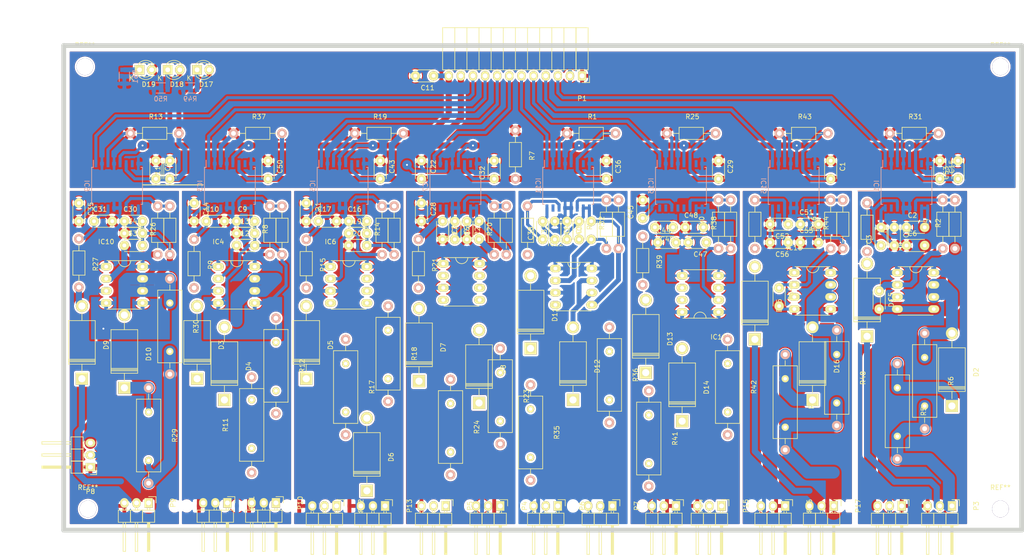
<source format=kicad_pcb>
(kicad_pcb (version 4) (host pcbnew 0.201604111231+6685~43~ubuntu15.10.1-product)
  (title_block (title "IGBT GATE DRIVER BOARD LAYOUT.") (date 2016-03-31) (rev 2) (company "VSD GRADUATION PROJECT."))
  (layers (0 F.Cu signal) (31 B.Cu signal) (34 B.Paste user hide) (35 F.Paste user hide) (36 B.SilkS user) (37 F.SilkS user) (38 B.Mask user hide) (39 F.Mask user hide) (44 Edge.Cuts user))
  (net 0 "")
  (net 1 "Net-(D2-Pad2)")
  (net 2 "Net-(D2-Pad1)")
  (net 3 "Net-(IC1-Pad11)")
  (net 4 "Net-(D1-Pad2)")
  (net 5 "Net-(C3-Pad1)")
  (net 6 "Net-(C5-Pad1)")
  (net 7 "Net-(C10-Pad1)")
  (net 8 "Net-(C12-Pad1)")
  (net 9 "Net-(C17-Pad1)")
  (net 10 "Net-(C19-Pad1)")
  (net 11 "Net-(C24-Pad1)")
  (net 12 "Net-(C26-Pad1)")
  (net 13 "Net-(C31-Pad1)")
  (net 14 "Net-(C33-Pad1)")
  (net 15 "Net-(C38-Pad1)")
  (net 16 "Net-(C40-Pad1)")
  (net 17 "Net-(C45-Pad1)")
  (net 18 "Net-(C47-Pad1)")
  (net 19 "Net-(C52-Pad1)")
  (net 20 "Net-(C54-Pad1)")
  (net 21 "Net-(D3-Pad2)")
  (net 22 "Net-(D4-Pad2)")
  (net 23 "Net-(D4-Pad1)")
  (net 24 "Net-(D5-Pad2)")
  (net 25 "Net-(D6-Pad2)")
  (net 26 "Net-(D6-Pad1)")
  (net 27 "Net-(D7-Pad2)")
  (net 28 "Net-(D8-Pad2)")
  (net 29 "Net-(D8-Pad1)")
  (net 30 "Net-(D9-Pad2)")
  (net 31 "Net-(D10-Pad2)")
  (net 32 "Net-(D10-Pad1)")
  (net 33 "Net-(D11-Pad2)")
  (net 34 "Net-(D12-Pad2)")
  (net 35 "Net-(D12-Pad1)")
  (net 36 "Net-(D13-Pad2)")
  (net 37 "Net-(D14-Pad2)")
  (net 38 "Net-(D14-Pad1)")
  (net 39 "Net-(D15-Pad2)")
  (net 40 "Net-(D16-Pad2)")
  (net 41 "Net-(D16-Pad1)")
  (net 42 "Net-(IC3-Pad11)")
  (net 43 "Net-(IC5-Pad11)")
  (net 44 "Net-(IC7-Pad11)")
  (net 45 "Net-(IC9-Pad11)")
  (net 46 "Net-(IC11-Pad11)")
  (net 47 "Net-(IC13-Pad11)")
  (net 48 "Net-(IC15-Pad11)")
  (net 49 MICSUPP)
  (net 50 ~FAULT)
  (net 51 GND1)
  (net 52 ~RST)
  (net 53 /T7)
  (net 54 /T6)
  (net 55 /T8)
  (net 56 /T4)
  (net 57 /T3)
  (net 58 /T2)
  (net 59 "Net-(IC1-Pad7)")
  (net 60 "Net-(IC1-Pad15)")
  (net 61 "Net-(IC3-Pad7)")
  (net 62 "Net-(IC3-Pad15)")
  (net 63 "Net-(IC5-Pad7)")
  (net 64 "Net-(IC5-Pad15)")
  (net 65 "Net-(IC7-Pad7)")
  (net 66 "Net-(IC7-Pad15)")
  (net 67 "Net-(IC9-Pad7)")
  (net 68 "Net-(IC9-Pad15)")
  (net 69 "Net-(IC11-Pad7)")
  (net 70 "Net-(IC11-Pad15)")
  (net 71 "Net-(IC13-Pad7)")
  (net 72 "Net-(IC13-Pad15)")
  (net 73 "Net-(IC15-Pad7)")
  (net 74 "Net-(IC15-Pad15)")
  (net 75 COM3)
  (net 76 "Net-(D17-Pad1)")
  (net 77 "Net-(D18-Pad1)")
  (net 78 "Net-(D19-Pad1)")
  (net 79 15V5)
  (net 80 -5V5)
  (net 81 COM5)
  (net 82 15V4)
  (net 83 -5V4)
  (net 84 COM4)
  (net 85 C5)
  (net 86 C4)
  (net 87 G5)
  (net 88 G4)
  (net 89 15V7)
  (net 90 -5V7)
  (net 91 COM7)
  (net 92 15V6)
  (net 93 -5V6)
  (net 94 COM6)
  (net 95 15V8)
  (net 96 -5v8)
  (net 97 COM8)
  (net 98 c7)
  (net 99 C6)
  (net 100 c8)
  (net 101 G7)
  (net 102 G6)
  (net 103 G8)
  (net 104 15v1)
  (net 105 -5V1)
  (net 106 COM1)
  (net 107 15V3)
  (net 108 -5V3)
  (net 109 15V2)
  (net 110 -5V2)
  (net 111 COM2)
  (net 112 C1)
  (net 113 C3)
  (net 114 C2)
  (net 115 /T5)
  (net 116 G1)
  (net 117 G3)
  (net 118 G2)
  (net 119 /T1)
  (module gatedrive:C_Disc (layer F.Cu) (at 210.2231 80.0989 90)
    (fp_text reference C3 (at 1.25 -2.5 90) (layer F.SilkS))
    (fp_text value 100pF)
    (pad 1 thru_hole circle (at 0 0 90) (size 2 2) (drill 0.8) (layers *.Cu *.Mask F.SilkS) (net 5 "Net-(C3-Pad1)"))
    (pad 2 thru_hole circle (at 3.81 0 90) (size 2 2) (drill 0.8001) (layers *.Cu *.Mask F.SilkS) (net 106 COM1))
  )
  (module gatedrive:DIP-8_W7.62mm_LongPads (layer F.Cu) (at 176.1871 94.0689 180)
    (fp_text reference IC14 (at 0 -5.22 180) (layer F.SilkS))
    (fp_text value IXDD614PI)
    (pad 1 thru_hole oval (at 0 0 180) (size 2.3 1.6) (drill 0.8) (layers *.Cu *.Mask F.SilkS) (net 107 15V3))
    (pad 2 thru_hole oval (at 0 2.54 180) (size 2.3 1.6) (drill 0.8) (layers *.Cu *.Mask F.SilkS) (net 18 "Net-(C47-Pad1)"))
    (pad 3 thru_hole oval (at 0 5.08 180) (size 2.3 1.6) (drill 0.8) (layers *.Cu *.Mask F.SilkS) (net 107 15V3))
    (pad 4 thru_hole oval (at 0 7.62 180) (size 2.3 1.6) (drill 0.8) (layers *.Cu *.Mask F.SilkS) (net 108 -5V3))
    (pad 5 thru_hole oval (at 7.62 7.62 180) (size 2.3 1.6) (drill 0.8) (layers *.Cu *.Mask F.SilkS) (net 108 -5V3))
    (pad 6 thru_hole oval (at 7.62 5.08 180) (size 2.3 1.6) (drill 0.8) (layers *.Cu *.Mask F.SilkS) (net 37 "Net-(D14-Pad2)"))
    (pad 7 thru_hole oval (at 7.62 2.54 180) (size 2.3 1.6) (drill 0.8) (layers *.Cu *.Mask F.SilkS) (net 37 "Net-(D14-Pad2)"))
    (pad 8 thru_hole oval (at 7.62 0 180) (size 2.3 1.6) (drill 0.8) (layers *.Cu *.Mask F.SilkS) (net 107 15V3))
  )
  (module Mounting_Holes:MountingHole_3-5mm (layer F.Cu) (at 43.4721 42.6339)
    (fp_text reference REF** (at 0 -4.50088) (layer F.SilkS))
    (fp_text value MountingHole_3-5mm)
    (pad 1 thru_hole circle (at 0 0) (size 3.5 3.5) (drill 3.5) (layers))
  )
  (module gatedrive:C_Disc (layer F.Cu) (at 61.2521 66.1289 90)
    (fp_text reference C11 (at 1.25 -2.5 90) (layer F.SilkS))
    (fp_text value 330pF)
    (pad 1 thru_hole circle (at 0 0 90) (size 2 2) (drill 0.8) (layers *.Cu *.Mask F.SilkS) (net 50 ~FAULT))
    (pad 2 thru_hole circle (at 3.81 0 90) (size 2 2) (drill 0.8001) (layers *.Cu *.Mask F.SilkS) (net 51 GND1))
  )
  (module gatedrive:C_Disc (layer F.Cu) (at 199.6821 62.3189 270)
    (fp_text reference C1 (at 1.25 -2.5 270) (layer F.SilkS))
    (fp_text value 0.1uF)
    (pad 1 thru_hole circle (at 0 0 270) (size 2 2) (drill 0.8) (layers *.Cu *.Mask F.SilkS) (net 49 MICSUPP))
    (pad 2 thru_hole circle (at 3.81 0 270) (size 2 2) (drill 0.8001) (layers *.Cu *.Mask F.SilkS) (net 50 ~FAULT))
  )
  (module gatedrive:C_Disc (layer F.Cu) (at 215.5571 76.2889)
    (fp_text reference C2 (at 1.25 -2.5) (layer F.SilkS))
    (fp_text value 0.1uF)
    (pad 1 thru_hole circle (at 0 0) (size 2 2) (drill 0.8) (layers *.Cu *.Mask F.SilkS) (net 104 15v1))
    (pad 2 thru_hole circle (at 3.81 0) (size 2 2) (drill 0.8001) (layers *.Cu *.Mask F.SilkS) (net 105 -5V1))
  )
  (module gatedrive:C_Disc (layer F.Cu) (at 209.8421 89.6239 270)
    (fp_text reference C5 (at 1.25 -2.5 270) (layer F.SilkS))
    (fp_text value 10nF)
    (pad 1 thru_hole circle (at 0 0 270) (size 2 2) (drill 0.8) (layers *.Cu *.Mask F.SilkS) (net 6 "Net-(C5-Pad1)"))
    (pad 2 thru_hole circle (at 3.81 0 270) (size 2 2) (drill 0.8001) (layers *.Cu *.Mask F.SilkS) (net 105 -5V1))
  )
  (module gatedrive:C_Disc (layer F.Cu) (at 215.5571 80.0989)
    (fp_text reference C6 (at 1.25 -2.5) (layer F.SilkS))
    (fp_text value 0.1uF)
    (pad 1 thru_hole circle (at 0 0) (size 2 2) (drill 0.8) (layers *.Cu *.Mask F.SilkS) (net 106 COM1))
    (pad 2 thru_hole circle (at 3.81 0) (size 2 2) (drill 0.8001) (layers *.Cu *.Mask F.SilkS) (net 105 -5V1))
  )
  (module gatedrive:C_Disc (layer F.Cu) (at 213.0171 76.2889 270)
    (fp_text reference C7 (at 1.25 -2.5 270) (layer F.SilkS))
    (fp_text value 0.1uF)
    (pad 1 thru_hole circle (at 0 0 270) (size 2 2) (drill 0.8) (layers *.Cu *.Mask F.SilkS) (net 104 15v1))
    (pad 2 thru_hole circle (at 3.81 0 270) (size 2 2) (drill 0.8001) (layers *.Cu *.Mask F.SilkS) (net 106 COM1))
  )
  (module gatedrive:C_Disc (layer F.Cu) (at 58.3311 62.3189 270)
    (fp_text reference C8 (at 1.25 -2.5 270) (layer F.SilkS))
    (fp_text value 0.1uF)
    (pad 1 thru_hole circle (at 0 0 270) (size 2 2) (drill 0.8) (layers *.Cu *.Mask F.SilkS) (net 49 MICSUPP))
    (pad 2 thru_hole circle (at 3.81 0 270) (size 2 2) (drill 0.8001) (layers *.Cu *.Mask F.SilkS) (net 50 ~FAULT))
  )
  (module gatedrive:C_Disc (layer F.Cu) (at 75.2221 75.0189)
    (fp_text reference C9 (at 1.25 -2.5) (layer F.SilkS))
    (fp_text value 0.1uF)
    (pad 1 thru_hole circle (at 0 0) (size 2 2) (drill 0.8) (layers *.Cu *.Mask F.SilkS) (net 89 15V7))
    (pad 2 thru_hole circle (at 3.81 0) (size 2 2) (drill 0.8001) (layers *.Cu *.Mask F.SilkS) (net 90 -5V7))
  )
  (module gatedrive:C_Disc (layer F.Cu) (at 68.8721 75.0189)
    (fp_text reference C10 (at 1.25 -2.5) (layer F.SilkS))
    (fp_text value 100pF)
    (pad 1 thru_hole circle (at 0 0) (size 2 2) (drill 0.8) (layers *.Cu *.Mask F.SilkS) (net 7 "Net-(C10-Pad1)"))
    (pad 2 thru_hole circle (at 3.81 0) (size 2 2) (drill 0.8001) (layers *.Cu *.Mask F.SilkS) (net 91 COM7))
  )
  (module gatedrive:C_Disc (layer F.Cu) (at 116.4971 44.5389 180)
    (fp_text reference C11 (at 1.25 -2.5 180) (layer F.SilkS))
    (fp_text value 330pF)
    (pad 1 thru_hole circle (at 0 0 180) (size 2 2) (drill 0.8) (layers *.Cu *.Mask F.SilkS) (net 50 ~FAULT))
    (pad 2 thru_hole circle (at 3.81 0 180) (size 2 2) (drill 0.8001) (layers *.Cu *.Mask F.SilkS) (net 51 GND1))
  )
  (module gatedrive:C_Disc (layer F.Cu) (at 75.2221 80.0989)
    (fp_text reference C12 (at 1.25 -2.5) (layer F.SilkS))
    (fp_text value 10nF)
    (pad 1 thru_hole circle (at 0 0) (size 2 2) (drill 0.8) (layers *.Cu *.Mask F.SilkS) (net 8 "Net-(C12-Pad1)"))
    (pad 2 thru_hole circle (at 3.81 0) (size 2 2) (drill 0.8001) (layers *.Cu *.Mask F.SilkS) (net 90 -5V7))
  )
  (module gatedrive:C_Disc (layer F.Cu) (at 75.2221 77.5589)
    (fp_text reference C13 (at 1.25 -2.5) (layer F.SilkS))
    (fp_text value 0.1uF)
    (pad 1 thru_hole circle (at 0 0) (size 2 2) (drill 0.8) (layers *.Cu *.Mask F.SilkS) (net 91 COM7))
    (pad 2 thru_hole circle (at 3.81 0) (size 2 2) (drill 0.8001) (layers *.Cu *.Mask F.SilkS) (net 90 -5V7))
  )
  (module gatedrive:C_Disc (layer F.Cu) (at 66.3321 71.2089 270)
    (fp_text reference C14 (at 1.25 -2.5 270) (layer F.SilkS))
    (fp_text value 0.1uF)
    (pad 1 thru_hole circle (at 0 0 270) (size 2 2) (drill 0.8) (layers *.Cu *.Mask F.SilkS) (net 89 15V7))
    (pad 2 thru_hole circle (at 3.81 0 270) (size 2 2) (drill 0.8001) (layers *.Cu *.Mask F.SilkS) (net 91 COM7))
  )
  (module gatedrive:C_Disc (layer F.Cu) (at 222.5421 62.3189 270)
    (fp_text reference C15 (at 1.25 -2.5 270) (layer F.SilkS))
    (fp_text value 0.1uF)
    (pad 1 thru_hole circle (at 0 0 270) (size 2 2) (drill 0.8) (layers *.Cu *.Mask F.SilkS) (net 49 MICSUPP))
    (pad 2 thru_hole circle (at 3.81 0 270) (size 2 2) (drill 0.8001) (layers *.Cu *.Mask F.SilkS) (net 50 ~FAULT))
  )
  (module gatedrive:C_Disc (layer F.Cu) (at 98.7171 75.0189)
    (fp_text reference C16 (at 1.25 -2.5) (layer F.SilkS))
    (fp_text value 0.1uF)
    (pad 1 thru_hole circle (at 0 0) (size 2 2) (drill 0.8) (layers *.Cu *.Mask F.SilkS) (net 92 15V6))
    (pad 2 thru_hole circle (at 3.81 0) (size 2 2) (drill 0.8001) (layers *.Cu *.Mask F.SilkS) (net 93 -5V6))
  )
  (module gatedrive:C_Disc (layer F.Cu) (at 92.3671 75.0189)
    (fp_text reference C17 (at 1.25 -2.5) (layer F.SilkS))
    (fp_text value 100pF)
    (pad 1 thru_hole circle (at 0 0) (size 2 2) (drill 0.8) (layers *.Cu *.Mask F.SilkS) (net 9 "Net-(C17-Pad1)"))
    (pad 2 thru_hole circle (at 3.81 0) (size 2 2) (drill 0.8001) (layers *.Cu *.Mask F.SilkS) (net 94 COM6))
  )
  (module gatedrive:C_Disc (layer F.Cu) (at 98.7171 77.5589)
    (fp_text reference C19 (at 1.25 -2.5) (layer F.SilkS))
    (fp_text value 10nF)
    (pad 1 thru_hole circle (at 0 0) (size 2 2) (drill 0.8) (layers *.Cu *.Mask F.SilkS) (net 10 "Net-(C19-Pad1)"))
    (pad 2 thru_hole circle (at 3.81 0) (size 2 2) (drill 0.8001) (layers *.Cu *.Mask F.SilkS) (net 93 -5V6))
  )
  (module gatedrive:C_Disc (layer F.Cu) (at 98.7171 80.0989)
    (fp_text reference C20 (at 1.25 -2.5) (layer F.SilkS))
    (fp_text value 0.1uF)
    (pad 1 thru_hole circle (at 0 0) (size 2 2) (drill 0.8) (layers *.Cu *.Mask F.SilkS) (net 94 COM6))
    (pad 2 thru_hole circle (at 3.81 0) (size 2 2) (drill 0.8001) (layers *.Cu *.Mask F.SilkS) (net 93 -5V6))
  )
  (module gatedrive:C_Disc (layer F.Cu) (at 89.8271 71.2089 270)
    (fp_text reference C21 (at 1.25 -2.5 270) (layer F.SilkS))
    (fp_text value 0.1uF)
    (pad 1 thru_hole circle (at 0 0 270) (size 2 2) (drill 0.8) (layers *.Cu *.Mask F.SilkS) (net 92 15V6))
    (pad 2 thru_hole circle (at 3.81 0 270) (size 2 2) (drill 0.8001) (layers *.Cu *.Mask F.SilkS) (net 94 COM6))
  )
  (module gatedrive:C_Disc (layer F.Cu) (at 113.9571 62.3189 270)
    (fp_text reference C22 (at 1.25 -2.5 270) (layer F.SilkS))
    (fp_text value 0.1uF)
    (pad 1 thru_hole circle (at 0 0 270) (size 2 2) (drill 0.8) (layers *.Cu *.Mask F.SilkS) (net 49 MICSUPP))
    (pad 2 thru_hole circle (at 3.81 0 270) (size 2 2) (drill 0.8001) (layers *.Cu *.Mask F.SilkS) (net 50 ~FAULT))
  )
  (module gatedrive:C_Disc (layer F.Cu) (at 120.9421 75.0189 270)
    (fp_text reference C23 (at 1.25 -2.5 270) (layer F.SilkS))
    (fp_text value 0.1uF)
    (pad 1 thru_hole circle (at 0 0 270) (size 2 2) (drill 0.8) (layers *.Cu *.Mask F.SilkS) (net 79 15V5))
    (pad 2 thru_hole circle (at 3.81 0 270) (size 2 2) (drill 0.8001) (layers *.Cu *.Mask F.SilkS) (net 80 -5V5))
  )
  (module gatedrive:C_Disc (layer F.Cu) (at 118.4021 75.0189 270)
    (fp_text reference C24 (at 1.25 -2.5 270) (layer F.SilkS))
    (fp_text value 100pF)
    (pad 1 thru_hole circle (at 0 0 270) (size 2 2) (drill 0.8) (layers *.Cu *.Mask F.SilkS) (net 11 "Net-(C24-Pad1)"))
    (pad 2 thru_hole circle (at 3.81 0 270) (size 2 2) (drill 0.8001) (layers *.Cu *.Mask F.SilkS) (net 81 COM5))
  )
  (module gatedrive:C_Disc (layer F.Cu) (at 126.0221 78.8289 90)
    (fp_text reference C26 (at 1.25 -2.5 90) (layer F.SilkS))
    (fp_text value 10nF)
    (pad 1 thru_hole circle (at 0 0 90) (size 2 2) (drill 0.8) (layers *.Cu *.Mask F.SilkS) (net 12 "Net-(C26-Pad1)"))
    (pad 2 thru_hole circle (at 3.81 0 90) (size 2 2) (drill 0.8001) (layers *.Cu *.Mask F.SilkS) (net 80 -5V5))
  )
  (module gatedrive:C_Disc (layer F.Cu) (at 123.4821 78.8289 90)
    (fp_text reference C27 (at 1.25 -2.5 90) (layer F.SilkS))
    (fp_text value 0.1uF)
    (pad 1 thru_hole circle (at 0 0 90) (size 2 2) (drill 0.8) (layers *.Cu *.Mask F.SilkS) (net 81 COM5))
    (pad 2 thru_hole circle (at 3.81 0 90) (size 2 2) (drill 0.8001) (layers *.Cu *.Mask F.SilkS) (net 80 -5V5))
  )
  (module gatedrive:C_Disc (layer F.Cu) (at 113.9571 71.2089 270)
    (fp_text reference C28 (at 1.25 -2.5 270) (layer F.SilkS))
    (fp_text value 0.1uF)
    (pad 1 thru_hole circle (at 0 0 270) (size 2 2) (drill 0.8) (layers *.Cu *.Mask F.SilkS) (net 79 15V5))
    (pad 2 thru_hole circle (at 3.81 0 270) (size 2 2) (drill 0.8001) (layers *.Cu *.Mask F.SilkS) (net 81 COM5))
  )
  (module gatedrive:C_Disc (layer F.Cu) (at 176.1871 62.3189 270)
    (fp_text reference C29 (at 1.25 -2.5 270) (layer F.SilkS))
    (fp_text value 0.1uF)
    (pad 1 thru_hole circle (at 0 0 270) (size 2 2) (drill 0.8) (layers *.Cu *.Mask F.SilkS) (net 49 MICSUPP))
    (pad 2 thru_hole circle (at 3.81 0 270) (size 2 2) (drill 0.8001) (layers *.Cu *.Mask F.SilkS) (net 50 ~FAULT))
  )
  (module gatedrive:C_Disc (layer F.Cu) (at 51.7271 75.0189)
    (fp_text reference C30 (at 1.25 -2.5) (layer F.SilkS))
    (fp_text value 0.1uF)
    (pad 1 thru_hole circle (at 0 0) (size 2 2) (drill 0.8) (layers *.Cu *.Mask F.SilkS) (net 95 15V8))
    (pad 2 thru_hole circle (at 3.81 0) (size 2 2) (drill 0.8001) (layers *.Cu *.Mask F.SilkS) (net 96 -5v8))
  )
  (module gatedrive:C_Disc (layer F.Cu) (at 45.3771 75.0189)
    (fp_text reference C31 (at 1.25 -2.5) (layer F.SilkS))
    (fp_text value 100pF)
    (pad 1 thru_hole circle (at 0 0) (size 2 2) (drill 0.8) (layers *.Cu *.Mask F.SilkS) (net 13 "Net-(C31-Pad1)"))
    (pad 2 thru_hole circle (at 3.81 0) (size 2 2) (drill 0.8001) (layers *.Cu *.Mask F.SilkS) (net 97 COM8))
  )
  (module gatedrive:C_Disc (layer F.Cu) (at 129.1971 66.1289 90)
    (fp_text reference C32 (at 1.25 -2.5 90) (layer F.SilkS))
    (fp_text value 330pF)
    (pad 1 thru_hole circle (at 0 0 90) (size 2 2) (drill 0.8) (layers *.Cu *.Mask F.SilkS) (net 50 ~FAULT))
    (pad 2 thru_hole circle (at 3.81 0 90) (size 2 2) (drill 0.8001) (layers *.Cu *.Mask F.SilkS) (net 51 GND1))
  )
  (module gatedrive:C_Disc (layer F.Cu) (at 51.7271 80.0989)
    (fp_text reference C33 (at 1.25 -2.5) (layer F.SilkS))
    (fp_text value 10nF)
    (pad 1 thru_hole circle (at 0 0) (size 2 2) (drill 0.8) (layers *.Cu *.Mask F.SilkS) (net 14 "Net-(C33-Pad1)"))
    (pad 2 thru_hole circle (at 3.81 0) (size 2 2) (drill 0.8001) (layers *.Cu *.Mask F.SilkS) (net 96 -5v8))
  )
  (module gatedrive:C_Disc (layer F.Cu) (at 51.7271 77.5589)
    (fp_text reference C34 (at 1.25 -2.5) (layer F.SilkS))
    (fp_text value 0.1uF)
    (pad 1 thru_hole circle (at 0 0) (size 2 2) (drill 0.8) (layers *.Cu *.Mask F.SilkS) (net 97 COM8))
    (pad 2 thru_hole circle (at 3.81 0) (size 2 2) (drill 0.8001) (layers *.Cu *.Mask F.SilkS) (net 96 -5v8))
  )
  (module gatedrive:C_Disc (layer F.Cu) (at 42.2021 71.2089 270)
    (fp_text reference C35 (at 1.25 -2.5 270) (layer F.SilkS))
    (fp_text value 0.1uF)
    (pad 1 thru_hole circle (at 0 0 270) (size 2 2) (drill 0.8) (layers *.Cu *.Mask F.SilkS) (net 95 15V8))
    (pad 2 thru_hole circle (at 3.81 0 270) (size 2 2) (drill 0.8001) (layers *.Cu *.Mask F.SilkS) (net 97 COM8))
  )
  (module gatedrive:C_Disc (layer F.Cu) (at 152.6921 62.3189 270)
    (fp_text reference C36 (at 1.25 -2.5 270) (layer F.SilkS))
    (fp_text value 0.1uF)
    (pad 1 thru_hole circle (at 0 0 270) (size 2 2) (drill 0.8) (layers *.Cu *.Mask F.SilkS) (net 49 MICSUPP))
    (pad 2 thru_hole circle (at 3.81 0 270) (size 2 2) (drill 0.8001) (layers *.Cu *.Mask F.SilkS) (net 50 ~FAULT))
  )
  (module gatedrive:C_Disc (layer F.Cu) (at 144.4371 75.0189 270)
    (fp_text reference C37 (at 1.25 -2.5 270) (layer F.SilkS))
    (fp_text value 0.1uF)
    (pad 1 thru_hole circle (at 0 0 270) (size 2 2) (drill 0.8) (layers *.Cu *.Mask F.SilkS) (net 82 15V4))
    (pad 2 thru_hole circle (at 3.81 0 270) (size 2 2) (drill 0.8001) (layers *.Cu *.Mask F.SilkS) (net 83 -5V4))
  )
  (module gatedrive:C_Disc (layer F.Cu) (at 139.3571 78.8289 90)
    (fp_text reference C38 (at 1.25 -2.5 90) (layer F.SilkS))
    (fp_text value 100pF)
    (pad 1 thru_hole circle (at 0 0 90) (size 2 2) (drill 0.8) (layers *.Cu *.Mask F.SilkS) (net 15 "Net-(C38-Pad1)"))
    (pad 2 thru_hole circle (at 3.81 0 90) (size 2 2) (drill 0.8001) (layers *.Cu *.Mask F.SilkS) (net 84 COM4))
  )
  (module gatedrive:C_Disc (layer F.Cu) (at 149.5171 78.8289 90)
    (fp_text reference C40 (at 1.25 -2.5 90) (layer F.SilkS))
    (fp_text value 10nF)
    (pad 1 thru_hole circle (at 0 0 90) (size 2 2) (drill 0.8) (layers *.Cu *.Mask F.SilkS) (net 16 "Net-(C40-Pad1)"))
    (pad 2 thru_hole circle (at 3.81 0 90) (size 2 2) (drill 0.8001) (layers *.Cu *.Mask F.SilkS) (net 83 -5V4))
  )
  (module gatedrive:C_Disc (layer F.Cu) (at 146.9771 78.8289 90)
    (fp_text reference C41 (at 1.25 -2.5 90) (layer F.SilkS))
    (fp_text value 0.1uF)
    (pad 1 thru_hole circle (at 0 0 90) (size 2 2) (drill 0.8) (layers *.Cu *.Mask F.SilkS) (net 84 COM4))
    (pad 2 thru_hole circle (at 3.81 0 90) (size 2 2) (drill 0.8001) (layers *.Cu *.Mask F.SilkS) (net 83 -5V4))
  )
  (module gatedrive:C_Disc (layer F.Cu) (at 141.8971 75.0189 270)
    (fp_text reference C42 (at 1.25 -2.5 270) (layer F.SilkS))
    (fp_text value 0.1uF)
    (pad 1 thru_hole circle (at 0 0 270) (size 2 2) (drill 0.8) (layers *.Cu *.Mask F.SilkS) (net 82 15V4))
    (pad 2 thru_hole circle (at 3.81 0 270) (size 2 2) (drill 0.8001) (layers *.Cu *.Mask F.SilkS) (net 84 COM4))
  )
  (module gatedrive:C_Disc (layer F.Cu) (at 105.3211 62.3189 270)
    (fp_text reference C43 (at 1.25 -2.5 270) (layer F.SilkS))
    (fp_text value 0.1uF)
    (pad 1 thru_hole circle (at 0 0 270) (size 2 2) (drill 0.8) (layers *.Cu *.Mask F.SilkS) (net 49 MICSUPP))
    (pad 2 thru_hole circle (at 3.81 0 270) (size 2 2) (drill 0.8001) (layers *.Cu *.Mask F.SilkS) (net 50 ~FAULT))
  )
  (module gatedrive:C_Disc (layer F.Cu) (at 163.4871 79.4639)
    (fp_text reference C44 (at 1.25 -2.5) (layer F.SilkS))
    (fp_text value 0.1uF)
    (pad 1 thru_hole circle (at 0 0) (size 2 2) (drill 0.8) (layers *.Cu *.Mask F.SilkS) (net 107 15V3))
    (pad 2 thru_hole circle (at 3.81 0) (size 2 2) (drill 0.8001) (layers *.Cu *.Mask F.SilkS) (net 108 -5V3))
  )
  (module gatedrive:C_Disc (layer F.Cu) (at 160.3121 74.3839 90)
    (fp_text reference C45 (at 1.25 -2.5 90) (layer F.SilkS))
    (fp_text value 100pF)
    (pad 1 thru_hole circle (at 0 0 90) (size 2 2) (drill 0.8) (layers *.Cu *.Mask F.SilkS) (net 17 "Net-(C45-Pad1)"))
    (pad 2 thru_hole circle (at 3.81 0 90) (size 2 2) (drill 0.8001) (layers *.Cu *.Mask F.SilkS) (net 75 COM3))
  )
  (module gatedrive:C_Disc (layer F.Cu) (at 173.6471 79.4639 180)
    (fp_text reference C47 (at 1.25 -2.5 180) (layer F.SilkS))
    (fp_text value 10nF)
    (pad 1 thru_hole circle (at 0 0 180) (size 2 2) (drill 0.8) (layers *.Cu *.Mask F.SilkS) (net 18 "Net-(C47-Pad1)"))
    (pad 2 thru_hole circle (at 3.81 0 180) (size 2 2) (drill 0.8001) (layers *.Cu *.Mask F.SilkS) (net 108 -5V3))
  )
  (module gatedrive:C_Disc (layer F.Cu) (at 169.2021 76.2889)
    (fp_text reference C48 (at 1.25 -2.5) (layer F.SilkS))
    (fp_text value 0.1uF)
    (pad 1 thru_hole circle (at 0 0) (size 2 2) (drill 0.8) (layers *.Cu *.Mask F.SilkS) (net 75 COM3))
    (pad 2 thru_hole circle (at 3.81 0) (size 2 2) (drill 0.8001) (layers *.Cu *.Mask F.SilkS) (net 108 -5V3))
  )
  (module gatedrive:C_Disc (layer F.Cu) (at 166.6621 76.2889 180)
    (fp_text reference C49 (at 1.25 -2.5 180) (layer F.SilkS))
    (fp_text value 0.1uF)
    (pad 1 thru_hole circle (at 0 0 180) (size 2 2) (drill 0.8) (layers *.Cu *.Mask F.SilkS) (net 107 15V3))
    (pad 2 thru_hole circle (at 3.81 0 180) (size 2 2) (drill 0.8001) (layers *.Cu *.Mask F.SilkS) (net 75 COM3))
  )
  (module gatedrive:C_Disc (layer F.Cu) (at 81.8261 62.3189 270)
    (fp_text reference C50 (at 1.25 -2.5 270) (layer F.SilkS))
    (fp_text value 0.1uF)
    (pad 1 thru_hole circle (at 0 0 270) (size 2 2) (drill 0.8) (layers *.Cu *.Mask F.SilkS) (net 49 MICSUPP))
    (pad 2 thru_hole circle (at 3.81 0 270) (size 2 2) (drill 0.8001) (layers *.Cu *.Mask F.SilkS) (net 50 ~FAULT))
  )
  (module gatedrive:C_Disc (layer F.Cu) (at 193.3321 75.6539)
    (fp_text reference C51 (at 1.25 -2.5) (layer F.SilkS))
    (fp_text value 0.1uF)
    (pad 1 thru_hole circle (at 0 0) (size 2 2) (drill 0.8) (layers *.Cu *.Mask F.SilkS) (net 109 15V2))
    (pad 2 thru_hole circle (at 3.81 0) (size 2 2) (drill 0.8001) (layers *.Cu *.Mask F.SilkS) (net 110 -5V2))
  )
  (module gatedrive:C_Disc (layer F.Cu) (at 190.7921 75.6539 180)
    (fp_text reference C52 (at 1.25 -2.5 180) (layer F.SilkS))
    (fp_text value 100pF)
    (pad 1 thru_hole circle (at 0 0 180) (size 2 2) (drill 0.8) (layers *.Cu *.Mask F.SilkS) (net 19 "Net-(C52-Pad1)"))
    (pad 2 thru_hole circle (at 3.81 0 180) (size 2 2) (drill 0.8001) (layers *.Cu *.Mask F.SilkS) (net 111 COM2))
  )
  (module gatedrive:C_Disc (layer F.Cu) (at 226.3521 66.1289 90)
    (fp_text reference C53 (at 1.25 -2.5 90) (layer F.SilkS))
    (fp_text value 330pF)
    (pad 1 thru_hole circle (at 0 0 90) (size 2 2) (drill 0.8) (layers *.Cu *.Mask F.SilkS) (net 50 ~FAULT))
    (pad 2 thru_hole circle (at 3.81 0 90) (size 2 2) (drill 0.8001) (layers *.Cu *.Mask F.SilkS) (net 51 GND1))
  )
  (module gatedrive:C_Disc (layer F.Cu) (at 188.8871 88.9889 270)
    (fp_text reference C54 (at 1.25 -2.5 270) (layer F.SilkS))
    (fp_text value 10nF)
    (pad 1 thru_hole circle (at 0 0 270) (size 2 2) (drill 0.8) (layers *.Cu *.Mask F.SilkS) (net 20 "Net-(C54-Pad1)"))
    (pad 2 thru_hole circle (at 3.81 0 270) (size 2 2) (drill 0.8001) (layers *.Cu *.Mask F.SilkS) (net 110 -5V2))
  )
  (module gatedrive:C_Disc (layer F.Cu) (at 193.3321 79.4639)
    (fp_text reference C55 (at 1.25 -2.5) (layer F.SilkS))
    (fp_text value 0.1uF)
    (pad 1 thru_hole circle (at 0 0) (size 2 2) (drill 0.8) (layers *.Cu *.Mask F.SilkS) (net 111 COM2))
    (pad 2 thru_hole circle (at 3.81 0) (size 2 2) (drill 0.8001) (layers *.Cu *.Mask F.SilkS) (net 110 -5V2))
  )
  (module gatedrive:C_Disc (layer F.Cu) (at 190.7921 79.4639 180)
    (fp_text reference C56 (at 1.25 -2.5 180) (layer F.SilkS))
    (fp_text value 0.1uF)
    (pad 1 thru_hole circle (at 0 0 180) (size 2 2) (drill 0.8) (layers *.Cu *.Mask F.SilkS) (net 109 15V2))
    (pad 2 thru_hole circle (at 3.81 0 180) (size 2 2) (drill 0.8001) (layers *.Cu *.Mask F.SilkS) (net 111 COM2))
  )
  (module Mounting_Holes:MountingHole_3-5mm (layer F.Cu) (at 44.1071 135.3439)
    (fp_text reference REF** (at 0 -4.50088) (layer F.SilkS))
    (fp_text value MountingHole_3-5mm)
    (pad 1 thru_hole circle (at 0 0) (size 3.5 3.5) (drill 3.5) (layers))
  )
  (module Mounting_Holes:MountingHole_3-5mm (layer F.Cu) (at 235.2421 135.3439)
    (fp_text reference REF** (at 0 -4.50088) (layer F.SilkS))
    (fp_text value MountingHole_3-5mm)
    (pad 1 thru_hole circle (at 0 0) (size 3.5 3.5) (drill 3.5) (layers))
  )
  (module gatedrive:DIP-8_W7.62mm_LongPads (layer F.Cu) (at 94.9071 84.5439)
    (fp_text reference IC6 (at 0 -5.22) (layer F.SilkS))
    (fp_text value IXDD614PI)
    (pad 1 thru_hole oval (at 0 0) (size 2.3 1.6) (drill 0.8) (layers *.Cu *.Mask F.SilkS) (net 92 15V6))
    (pad 2 thru_hole oval (at 0 2.54) (size 2.3 1.6) (drill 0.8) (layers *.Cu *.Mask F.SilkS) (net 10 "Net-(C19-Pad1)"))
    (pad 3 thru_hole oval (at 0 5.08) (size 2.3 1.6) (drill 0.8) (layers *.Cu *.Mask F.SilkS) (net 92 15V6))
    (pad 4 thru_hole oval (at 0 7.62) (size 2.3 1.6) (drill 0.8) (layers *.Cu *.Mask F.SilkS) (net 93 -5V6))
    (pad 5 thru_hole oval (at 7.62 7.62) (size 2.3 1.6) (drill 0.8) (layers *.Cu *.Mask F.SilkS) (net 93 -5V6))
    (pad 6 thru_hole oval (at 7.62 5.08) (size 2.3 1.6) (drill 0.8) (layers *.Cu *.Mask F.SilkS) (net 25 "Net-(D6-Pad2)"))
    (pad 7 thru_hole oval (at 7.62 2.54) (size 2.3 1.6) (drill 0.8) (layers *.Cu *.Mask F.SilkS) (net 25 "Net-(D6-Pad2)"))
    (pad 8 thru_hole oval (at 7.62 0) (size 2.3 1.6) (drill 0.8) (layers *.Cu *.Mask F.SilkS) (net 92 15V6))
  )
  (module Diodes_ThroughHole:Diode_DO-201AD_Horizontal_RM15 (layer F.Cu) (at 207.30506 99.15012 90)
    (fp_text reference D1 (at 7.06722 5.07704 90) (layer F.SilkS))
    (fp_text value RGPO2-20)
    (pad 2 thru_hole circle (at 15.24122 -0.00296 270) (size 2.54 2.54) (drill 1.50114) (layers *.Cu *.Mask F.SilkS) (net 4 "Net-(D1-Pad2)"))
    (pad 1 thru_hole rect (at 0.00122 -0.00296 270) (size 2.54 2.54) (drill 1.50114) (layers *.Cu *.Mask F.SilkS) (net 112 C1))
  )
  (module Diodes_ThroughHole:Diode_DO-201AD_Horizontal_RM15 (layer F.Cu) (at 225.08506 113.75512 90)
    (fp_text reference D2 (at 7.06722 5.07704 90) (layer F.SilkS))
    (fp_text value ~)
    (pad 2 thru_hole circle (at 15.24122 -0.00296 270) (size 2.54 2.54) (drill 1.50114) (layers *.Cu *.Mask F.SilkS) (net 1 "Net-(D2-Pad2)"))
    (pad 1 thru_hole rect (at 0.00122 -0.00296 270) (size 2.54 2.54) (drill 1.50114) (layers *.Cu *.Mask F.SilkS) (net 2 "Net-(D2-Pad1)"))
  )
  (module Diodes_ThroughHole:Diode_DO-201AD_Horizontal_RM15 (layer F.Cu) (at 66.97006 108.04012 90)
    (fp_text reference D3 (at 7.06722 5.07704 90) (layer F.SilkS))
    (fp_text value RGPO2-20)
    (pad 2 thru_hole circle (at 15.24122 -0.00296 270) (size 2.54 2.54) (drill 1.50114) (layers *.Cu *.Mask F.SilkS) (net 21 "Net-(D3-Pad2)"))
    (pad 1 thru_hole rect (at 0.00122 -0.00296 270) (size 2.54 2.54) (drill 1.50114) (layers *.Cu *.Mask F.SilkS) (net 98 c7))
  )
  (module Diodes_ThroughHole:Diode_DO-201AD_Horizontal_RM15 (layer F.Cu) (at 72.68506 112.48512 90)
    (fp_text reference D4 (at 7.06722 5.07704 90) (layer F.SilkS))
    (fp_text value ~)
    (pad 2 thru_hole circle (at 15.24122 -0.00296 270) (size 2.54 2.54) (drill 1.50114) (layers *.Cu *.Mask F.SilkS) (net 22 "Net-(D4-Pad2)"))
    (pad 1 thru_hole rect (at 0.00122 -0.00296 270) (size 2.54 2.54) (drill 1.50114) (layers *.Cu *.Mask F.SilkS) (net 23 "Net-(D4-Pad1)"))
  )
  (module Diodes_ThroughHole:Diode_DO-201AD_Horizontal_RM15 (layer F.Cu) (at 89.83006 108.04012 90)
    (fp_text reference D5 (at 7.06722 5.07704 90) (layer F.SilkS))
    (fp_text value RGPO2-20)
    (pad 2 thru_hole circle (at 15.24122 -0.00296 270) (size 2.54 2.54) (drill 1.50114) (layers *.Cu *.Mask F.SilkS) (net 24 "Net-(D5-Pad2)"))
    (pad 1 thru_hole rect (at 0.00122 -0.00296 270) (size 2.54 2.54) (drill 1.50114) (layers *.Cu *.Mask F.SilkS) (net 99 C6))
  )
  (module Diodes_ThroughHole:Diode_DO-201AD_Horizontal_RM15 (layer F.Cu) (at 102.53006 131.53512 90)
    (fp_text reference D6 (at 7.06722 5.07704 90) (layer F.SilkS))
    (fp_text value ~)
    (pad 2 thru_hole circle (at 15.24122 -0.00296 270) (size 2.54 2.54) (drill 1.50114) (layers *.Cu *.Mask F.SilkS) (net 25 "Net-(D6-Pad2)"))
    (pad 1 thru_hole rect (at 0.00122 -0.00296 270) (size 2.54 2.54) (drill 1.50114) (layers *.Cu *.Mask F.SilkS) (net 26 "Net-(D6-Pad1)"))
  )
  (module Diodes_ThroughHole:Diode_DO-201AD_Horizontal_RM15 (layer F.Cu) (at 113.4491 108.5469 90)
    (fp_text reference D7 (at 7.06722 5.07704 90) (layer F.SilkS))
    (fp_text value RGPO2-20)
    (pad 2 thru_hole circle (at 15.24122 -0.00296 270) (size 2.54 2.54) (drill 1.50114) (layers *.Cu *.Mask F.SilkS) (net 27 "Net-(D7-Pad2)"))
    (pad 1 thru_hole rect (at 0.00122 -0.00296 270) (size 2.54 2.54) (drill 1.50114) (layers *.Cu *.Mask F.SilkS) (net 85 C5))
  )
  (module Diodes_ThroughHole:Diode_DO-201AD_Horizontal_RM15 (layer F.Cu) (at 126.02506 113.12012 90)
    (fp_text reference D8 (at 7.06722 5.07704 90) (layer F.SilkS))
    (fp_text value ~)
    (pad 2 thru_hole circle (at 15.24122 -0.00296 270) (size 2.54 2.54) (drill 1.50114) (layers *.Cu *.Mask F.SilkS) (net 28 "Net-(D8-Pad2)"))
    (pad 1 thru_hole rect (at 0.00122 -0.00296 270) (size 2.54 2.54) (drill 1.50114) (layers *.Cu *.Mask F.SilkS) (net 29 "Net-(D8-Pad1)"))
  )
  (module Diodes_ThroughHole:Diode_DO-201AD_Horizontal_RM15 (layer F.Cu) (at 42.84006 108.04012 90)
    (fp_text reference D9 (at 7.06722 5.07704 90) (layer F.SilkS))
    (fp_text value RGPO2-20)
    (pad 2 thru_hole circle (at 15.24122 -0.00296 270) (size 2.54 2.54) (drill 1.50114) (layers *.Cu *.Mask F.SilkS) (net 30 "Net-(D9-Pad2)"))
    (pad 1 thru_hole rect (at 0.00122 -0.00296 270) (size 2.54 2.54) (drill 1.50114) (layers *.Cu *.Mask F.SilkS) (net 100 c8))
  )
  (module Diodes_ThroughHole:Diode_DO-201AD_Horizontal_RM15 (layer F.Cu) (at 51.73006 109.94512 90)
    (fp_text reference D10 (at 7.06722 5.07704 90) (layer F.SilkS))
    (fp_text value ~)
    (pad 2 thru_hole circle (at 15.24122 -0.00296 270) (size 2.54 2.54) (drill 1.50114) (layers *.Cu *.Mask F.SilkS) (net 31 "Net-(D10-Pad2)"))
    (pad 1 thru_hole rect (at 0.00122 -0.00296 270) (size 2.54 2.54) (drill 1.50114) (layers *.Cu *.Mask F.SilkS) (net 32 "Net-(D10-Pad1)"))
  )
  (module Diodes_ThroughHole:Diode_DO-201AD_Horizontal_RM15 (layer F.Cu) (at 136.82006 101.69012 90)
    (fp_text reference D11 (at 7.06722 5.07704 90) (layer F.SilkS))
    (fp_text value RGPO2-20)
    (pad 2 thru_hole circle (at 15.24122 -0.00296 270) (size 2.54 2.54) (drill 1.50114) (layers *.Cu *.Mask F.SilkS) (net 33 "Net-(D11-Pad2)"))
    (pad 1 thru_hole rect (at 0.00122 -0.00296 270) (size 2.54 2.54) (drill 1.50114) (layers *.Cu *.Mask F.SilkS) (net 86 C4))
  )
  (module Diodes_ThroughHole:Diode_DO-201AD_Horizontal_RM15 (layer F.Cu) (at 145.71006 112.48512 90)
    (fp_text reference D12 (at 7.06722 5.07704 90) (layer F.SilkS))
    (fp_text value ~)
    (pad 2 thru_hole circle (at 15.24122 -0.00296 270) (size 2.54 2.54) (drill 1.50114) (layers *.Cu *.Mask F.SilkS) (net 34 "Net-(D12-Pad2)"))
    (pad 1 thru_hole rect (at 0.00122 -0.00296 270) (size 2.54 2.54) (drill 1.50114) (layers *.Cu *.Mask F.SilkS) (net 35 "Net-(D12-Pad1)"))
  )
  (module Diodes_ThroughHole:Diode_DO-201AD_Horizontal_RM15 (layer F.Cu) (at 160.95006 106.77012 90)
    (fp_text reference D13 (at 7.06722 5.07704 90) (layer F.SilkS))
    (fp_text value RGPO2-20)
    (pad 2 thru_hole circle (at 15.24122 -0.00296 270) (size 2.54 2.54) (drill 1.50114) (layers *.Cu *.Mask F.SilkS) (net 36 "Net-(D13-Pad2)"))
    (pad 1 thru_hole rect (at 0.00122 -0.00296 270) (size 2.54 2.54) (drill 1.50114) (layers *.Cu *.Mask F.SilkS) (net 113 C3))
  )
  (module Diodes_ThroughHole:Diode_DO-201AD_Horizontal_RM15 (layer F.Cu) (at 168.57006 116.93012 90)
    (fp_text reference D14 (at 7.06722 5.07704 90) (layer F.SilkS))
    (fp_text value ~)
    (pad 2 thru_hole circle (at 15.24122 -0.00296 270) (size 2.54 2.54) (drill 1.50114) (layers *.Cu *.Mask F.SilkS) (net 37 "Net-(D14-Pad2)"))
    (pad 1 thru_hole rect (at 0.00122 -0.00296 270) (size 2.54 2.54) (drill 1.50114) (layers *.Cu *.Mask F.SilkS) (net 38 "Net-(D14-Pad1)"))
  )
  (module Diodes_ThroughHole:Diode_DO-201AD_Horizontal_RM15 (layer F.Cu) (at 183.81006 99.78512 90)
    (fp_text reference D15 (at 7.06722 5.07704 90) (layer F.SilkS))
    (fp_text value RGPO2-20)
    (pad 2 thru_hole circle (at 15.24122 -0.00296 270) (size 2.54 2.54) (drill 1.50114) (layers *.Cu *.Mask F.SilkS) (net 39 "Net-(D15-Pad2)"))
    (pad 1 thru_hole rect (at 0.00122 -0.00296 270) (size 2.54 2.54) (drill 1.50114) (layers *.Cu *.Mask F.SilkS) (net 114 C2))
  )
  (module Diodes_ThroughHole:Diode_DO-201AD_Horizontal_RM15 (layer F.Cu) (at 195.87506 112.48512 90)
    (fp_text reference D16 (at 7.06722 5.07704 90) (layer F.SilkS))
    (fp_text value ~)
    (pad 2 thru_hole circle (at 15.24122 -0.00296 270) (size 2.54 2.54) (drill 1.50114) (layers *.Cu *.Mask F.SilkS) (net 40 "Net-(D16-Pad2)"))
    (pad 1 thru_hole rect (at 0.00122 -0.00296 270) (size 2.54 2.54) (drill 1.50114) (layers *.Cu *.Mask F.SilkS) (net 41 "Net-(D16-Pad1)"))
  )
  (module Housings_SOIC:SOIC-16_7.5x10.3mm_Pitch1.27mm (layer B.Cu) (at 215.5571 67.6039 270)
    (fp_text reference IC1 (at 0 6.25 270) (layer B.SilkS) (effects (justify mirror)))
    (fp_text value HCPL-316J)
    (pad 1 smd rect (at -4.65 4.445 270) (size 1.5 0.6) (layers B.Cu B.Paste B.Mask) (net 119 /T1))
    (pad 2 smd rect (at -4.65 3.175 270) (size 1.5 0.6) (layers B.Cu B.Paste B.Mask) (net 51 GND1))
    (pad 3 smd rect (at -4.65 1.905 270) (size 1.5 0.6) (layers B.Cu B.Paste B.Mask) (net 49 MICSUPP))
    (pad 4 smd rect (at -4.65 0.635 270) (size 1.5 0.6) (layers B.Cu B.Paste B.Mask) (net 51 GND1))
    (pad 5 smd rect (at -4.65 -0.635 270) (size 1.5 0.6) (layers B.Cu B.Paste B.Mask) (net 52 ~RST))
    (pad 6 smd rect (at -4.65 -1.905 270) (size 1.5 0.6) (layers B.Cu B.Paste B.Mask) (net 50 ~FAULT))
    (pad 7 smd rect (at -4.65 -3.175 270) (size 1.5 0.6) (layers B.Cu B.Paste B.Mask) (net 59 "Net-(IC1-Pad7)"))
    (pad 8 smd rect (at -4.65 -4.445 270) (size 1.5 0.6) (layers B.Cu B.Paste B.Mask) (net 51 GND1))
    (pad 9 smd rect (at 4.65 -4.445 270) (size 1.5 0.6) (layers B.Cu B.Paste B.Mask) (net 105 -5V1))
    (pad 10 smd rect (at 4.65 -3.175 270) (size 1.5 0.6) (layers B.Cu B.Paste B.Mask) (net 105 -5V1))
    (pad 11 smd rect (at 4.65 -1.905 270) (size 1.5 0.6) (layers B.Cu B.Paste B.Mask) (net 3 "Net-(IC1-Pad11)"))
    (pad 12 smd rect (at 4.65 -0.635 270) (size 1.5 0.6) (layers B.Cu B.Paste B.Mask) (net 104 15v1))
    (pad 13 smd rect (at 4.65 0.635 270) (size 1.5 0.6) (layers B.Cu B.Paste B.Mask) (net 104 15v1))
    (pad 14 smd rect (at 4.65 1.905 270) (size 1.5 0.6) (layers B.Cu B.Paste B.Mask) (net 5 "Net-(C3-Pad1)"))
    (pad 15 smd rect (at 4.65 3.175 270) (size 1.5 0.6) (layers B.Cu B.Paste B.Mask) (net 60 "Net-(IC1-Pad15)"))
    (pad 16 smd rect (at 4.65 4.445 270) (size 1.5 0.6) (layers B.Cu B.Paste B.Mask) (net 106 COM1))
  )
  (module gatedrive:DIP-8_W7.62mm_LongPads (layer F.Cu) (at 213.6521 85.8139)
    (fp_text reference IC2 (at 0 -5.22) (layer F.SilkS))
    (fp_text value IXDD614PI)
    (pad 1 thru_hole oval (at 0 0) (size 2.3 1.6) (drill 0.8) (layers *.Cu *.Mask F.SilkS) (net 104 15v1))
    (pad 2 thru_hole oval (at 0 2.54) (size 2.3 1.6) (drill 0.8) (layers *.Cu *.Mask F.SilkS) (net 6 "Net-(C5-Pad1)"))
    (pad 3 thru_hole oval (at 0 5.08) (size 2.3 1.6) (drill 0.8) (layers *.Cu *.Mask F.SilkS) (net 104 15v1))
    (pad 4 thru_hole oval (at 0 7.62) (size 2.3 1.6) (drill 0.8) (layers *.Cu *.Mask F.SilkS) (net 105 -5V1))
    (pad 5 thru_hole oval (at 7.62 7.62) (size 2.3 1.6) (drill 0.8) (layers *.Cu *.Mask F.SilkS) (net 105 -5V1))
    (pad 6 thru_hole oval (at 7.62 5.08) (size 2.3 1.6) (drill 0.8) (layers *.Cu *.Mask F.SilkS) (net 1 "Net-(D2-Pad2)"))
    (pad 7 thru_hole oval (at 7.62 2.54) (size 2.3 1.6) (drill 0.8) (layers *.Cu *.Mask F.SilkS) (net 1 "Net-(D2-Pad2)"))
    (pad 8 thru_hole oval (at 7.62 0) (size 2.3 1.6) (drill 0.8) (layers *.Cu *.Mask F.SilkS) (net 104 15v1))
  )
  (module Housings_SOIC:SOIC-16_7.5x10.3mm_Pitch1.27mm (layer B.Cu) (at 73.8251 67.6039 270)
    (fp_text reference IC3 (at 0 6.25 270) (layer B.SilkS) (effects (justify mirror)))
    (fp_text value HCPL-316J)
    (pad 1 smd rect (at -4.65 4.445 270) (size 1.5 0.6) (layers B.Cu B.Paste B.Mask) (net 53 /T7))
    (pad 2 smd rect (at -4.65 3.175 270) (size 1.5 0.6) (layers B.Cu B.Paste B.Mask) (net 51 GND1))
    (pad 3 smd rect (at -4.65 1.905 270) (size 1.5 0.6) (layers B.Cu B.Paste B.Mask) (net 49 MICSUPP))
    (pad 4 smd rect (at -4.65 0.635 270) (size 1.5 0.6) (layers B.Cu B.Paste B.Mask) (net 51 GND1))
    (pad 5 smd rect (at -4.65 -0.635 270) (size 1.5 0.6) (layers B.Cu B.Paste B.Mask) (net 52 ~RST))
    (pad 6 smd rect (at -4.65 -1.905 270) (size 1.5 0.6) (layers B.Cu B.Paste B.Mask) (net 50 ~FAULT))
    (pad 7 smd rect (at -4.65 -3.175 270) (size 1.5 0.6) (layers B.Cu B.Paste B.Mask) (net 61 "Net-(IC3-Pad7)"))
    (pad 8 smd rect (at -4.65 -4.445 270) (size 1.5 0.6) (layers B.Cu B.Paste B.Mask) (net 51 GND1))
    (pad 9 smd rect (at 4.65 -4.445 270) (size 1.5 0.6) (layers B.Cu B.Paste B.Mask) (net 90 -5V7))
    (pad 10 smd rect (at 4.65 -3.175 270) (size 1.5 0.6) (layers B.Cu B.Paste B.Mask) (net 90 -5V7))
    (pad 11 smd rect (at 4.65 -1.905 270) (size 1.5 0.6) (layers B.Cu B.Paste B.Mask) (net 42 "Net-(IC3-Pad11)"))
    (pad 12 smd rect (at 4.65 -0.635 270) (size 1.5 0.6) (layers B.Cu B.Paste B.Mask) (net 89 15V7))
    (pad 13 smd rect (at 4.65 0.635 270) (size 1.5 0.6) (layers B.Cu B.Paste B.Mask) (net 89 15V7))
    (pad 14 smd rect (at 4.65 1.905 270) (size 1.5 0.6) (layers B.Cu B.Paste B.Mask) (net 7 "Net-(C10-Pad1)"))
    (pad 15 smd rect (at 4.65 3.175 270) (size 1.5 0.6) (layers B.Cu B.Paste B.Mask) (net 62 "Net-(IC3-Pad15)"))
    (pad 16 smd rect (at 4.65 4.445 270) (size 1.5 0.6) (layers B.Cu B.Paste B.Mask) (net 91 COM7))
  )
  (module gatedrive:DIP-8_W7.62mm_LongPads (layer F.Cu) (at 71.4121 84.5439)
    (fp_text reference IC4 (at 0 -5.22) (layer F.SilkS))
    (fp_text value IXDD614PI)
    (pad 1 thru_hole oval (at 0 0) (size 2.3 1.6) (drill 0.8) (layers *.Cu *.Mask F.SilkS) (net 89 15V7))
    (pad 2 thru_hole oval (at 0 2.54) (size 2.3 1.6) (drill 0.8) (layers *.Cu *.Mask F.SilkS) (net 8 "Net-(C12-Pad1)"))
    (pad 3 thru_hole oval (at 0 5.08) (size 2.3 1.6) (drill 0.8) (layers *.Cu *.Mask F.SilkS) (net 89 15V7))
    (pad 4 thru_hole oval (at 0 7.62) (size 2.3 1.6) (drill 0.8) (layers *.Cu *.Mask F.SilkS) (net 90 -5V7))
    (pad 5 thru_hole oval (at 7.62 7.62) (size 2.3 1.6) (drill 0.8) (layers *.Cu *.Mask F.SilkS) (net 90 -5V7))
    (pad 6 thru_hole oval (at 7.62 5.08) (size 2.3 1.6) (drill 0.8) (layers *.Cu *.Mask F.SilkS) (net 22 "Net-(D4-Pad2)"))
    (pad 7 thru_hole oval (at 7.62 2.54) (size 2.3 1.6) (drill 0.8) (layers *.Cu *.Mask F.SilkS) (net 22 "Net-(D4-Pad2)"))
    (pad 8 thru_hole oval (at 7.62 0) (size 2.3 1.6) (drill 0.8) (layers *.Cu *.Mask F.SilkS) (net 89 15V7))
  )
  (module Housings_SOIC:SOIC-16_7.5x10.3mm_Pitch1.27mm (layer B.Cu) (at 97.4471 67.6039 270)
    (fp_text reference IC5 (at 0 6.25 270) (layer B.SilkS) (effects (justify mirror)))
    (fp_text value HCPL-316J)
    (pad 1 smd rect (at -4.65 4.445 270) (size 1.5 0.6) (layers B.Cu B.Paste B.Mask) (net 54 /T6))
    (pad 2 smd rect (at -4.65 3.175 270) (size 1.5 0.6) (layers B.Cu B.Paste B.Mask) (net 51 GND1))
    (pad 3 smd rect (at -4.65 1.905 270) (size 1.5 0.6) (layers B.Cu B.Paste B.Mask) (net 49 MICSUPP))
    (pad 4 smd rect (at -4.65 0.635 270) (size 1.5 0.6) (layers B.Cu B.Paste B.Mask) (net 51 GND1))
    (pad 5 smd rect (at -4.65 -0.635 270) (size 1.5 0.6) (layers B.Cu B.Paste B.Mask) (net 52 ~RST))
    (pad 6 smd rect (at -4.65 -1.905 270) (size 1.5 0.6) (layers B.Cu B.Paste B.Mask) (net 50 ~FAULT))
    (pad 7 smd rect (at -4.65 -3.175 270) (size 1.5 0.6) (layers B.Cu B.Paste B.Mask) (net 63 "Net-(IC5-Pad7)"))
    (pad 8 smd rect (at -4.65 -4.445 270) (size 1.5 0.6) (layers B.Cu B.Paste B.Mask) (net 51 GND1))
    (pad 9 smd rect (at 4.65 -4.445 270) (size 1.5 0.6) (layers B.Cu B.Paste B.Mask) (net 93 -5V6))
    (pad 10 smd rect (at 4.65 -3.175 270) (size 1.5 0.6) (layers B.Cu B.Paste B.Mask) (net 93 -5V6))
    (pad 11 smd rect (at 4.65 -1.905 270) (size 1.5 0.6) (layers B.Cu B.Paste B.Mask) (net 43 "Net-(IC5-Pad11)"))
    (pad 12 smd rect (at 4.65 -0.635 270) (size 1.5 0.6) (layers B.Cu B.Paste B.Mask) (net 92 15V6))
    (pad 13 smd rect (at 4.65 0.635 270) (size 1.5 0.6) (layers B.Cu B.Paste B.Mask) (net 92 15V6))
    (pad 14 smd rect (at 4.65 1.905 270) (size 1.5 0.6) (layers B.Cu B.Paste B.Mask) (net 9 "Net-(C17-Pad1)"))
    (pad 15 smd rect (at 4.65 3.175 270) (size 1.5 0.6) (layers B.Cu B.Paste B.Mask) (net 64 "Net-(IC5-Pad15)"))
    (pad 16 smd rect (at 4.65 4.445 270) (size 1.5 0.6) (layers B.Cu B.Paste B.Mask) (net 94 COM6))
  )
  (module Housings_SOIC:SOIC-16_7.5x10.3mm_Pitch1.27mm (layer B.Cu) (at 121.0691 67.6039 270)
    (fp_text reference IC7 (at 0 6.25 270) (layer B.SilkS) (effects (justify mirror)))
    (fp_text value HCPL-316J)
    (pad 1 smd rect (at -4.65 4.445 270) (size 1.5 0.6) (layers B.Cu B.Paste B.Mask) (net 115 /T5))
    (pad 2 smd rect (at -4.65 3.175 270) (size 1.5 0.6) (layers B.Cu B.Paste B.Mask) (net 51 GND1))
    (pad 3 smd rect (at -4.65 1.905 270) (size 1.5 0.6) (layers B.Cu B.Paste B.Mask) (net 49 MICSUPP))
    (pad 4 smd rect (at -4.65 0.635 270) (size 1.5 0.6) (layers B.Cu B.Paste B.Mask) (net 51 GND1))
    (pad 5 smd rect (at -4.65 -0.635 270) (size 1.5 0.6) (layers B.Cu B.Paste B.Mask) (net 52 ~RST))
    (pad 6 smd rect (at -4.65 -1.905 270) (size 1.5 0.6) (layers B.Cu B.Paste B.Mask) (net 50 ~FAULT))
    (pad 7 smd rect (at -4.65 -3.175 270) (size 1.5 0.6) (layers B.Cu B.Paste B.Mask) (net 65 "Net-(IC7-Pad7)"))
    (pad 8 smd rect (at -4.65 -4.445 270) (size 1.5 0.6) (layers B.Cu B.Paste B.Mask) (net 51 GND1))
    (pad 9 smd rect (at 4.65 -4.445 270) (size 1.5 0.6) (layers B.Cu B.Paste B.Mask) (net 80 -5V5))
    (pad 10 smd rect (at 4.65 -3.175 270) (size 1.5 0.6) (layers B.Cu B.Paste B.Mask) (net 80 -5V5))
    (pad 11 smd rect (at 4.65 -1.905 270) (size 1.5 0.6) (layers B.Cu B.Paste B.Mask) (net 44 "Net-(IC7-Pad11)"))
    (pad 12 smd rect (at 4.65 -0.635 270) (size 1.5 0.6) (layers B.Cu B.Paste B.Mask) (net 79 15V5))
    (pad 13 smd rect (at 4.65 0.635 270) (size 1.5 0.6) (layers B.Cu B.Paste B.Mask) (net 79 15V5))
    (pad 14 smd rect (at 4.65 1.905 270) (size 1.5 0.6) (layers B.Cu B.Paste B.Mask) (net 11 "Net-(C24-Pad1)"))
    (pad 15 smd rect (at 4.65 3.175 270) (size 1.5 0.6) (layers B.Cu B.Paste B.Mask) (net 66 "Net-(IC7-Pad15)"))
    (pad 16 smd rect (at 4.65 4.445 270) (size 1.5 0.6) (layers B.Cu B.Paste B.Mask) (net 81 COM5))
  )
  (module gatedrive:DIP-8_W7.62mm_LongPads (layer F.Cu) (at 118.5291 83.9089)
    (fp_text reference IC8 (at 0 -5.22) (layer F.SilkS))
    (fp_text value IXDD614PI)
    (pad 1 thru_hole oval (at 0 0) (size 2.3 1.6) (drill 0.8) (layers *.Cu *.Mask F.SilkS) (net 79 15V5))
    (pad 2 thru_hole oval (at 0 2.54) (size 2.3 1.6) (drill 0.8) (layers *.Cu *.Mask F.SilkS) (net 12 "Net-(C26-Pad1)"))
    (pad 3 thru_hole oval (at 0 5.08) (size 2.3 1.6) (drill 0.8) (layers *.Cu *.Mask F.SilkS) (net 79 15V5))
    (pad 4 thru_hole oval (at 0 7.62) (size 2.3 1.6) (drill 0.8) (layers *.Cu *.Mask F.SilkS) (net 80 -5V5))
    (pad 5 thru_hole oval (at 7.62 7.62) (size 2.3 1.6) (drill 0.8) (layers *.Cu *.Mask F.SilkS) (net 80 -5V5))
    (pad 6 thru_hole oval (at 7.62 5.08) (size 2.3 1.6) (drill 0.8) (layers *.Cu *.Mask F.SilkS) (net 28 "Net-(D8-Pad2)"))
    (pad 7 thru_hole oval (at 7.62 2.54) (size 2.3 1.6) (drill 0.8) (layers *.Cu *.Mask F.SilkS) (net 28 "Net-(D8-Pad2)"))
    (pad 8 thru_hole oval (at 7.62 0) (size 2.3 1.6) (drill 0.8) (layers *.Cu *.Mask F.SilkS) (net 79 15V5))
  )
  (module Housings_SOIC:SOIC-16_7.5x10.3mm_Pitch1.27mm (layer B.Cu) (at 50.2031 67.6039 270)
    (fp_text reference IC9 (at 0 6.25 270) (layer B.SilkS) (effects (justify mirror)))
    (fp_text value HCPL-316J)
    (pad 1 smd rect (at -4.65 4.445 270) (size 1.5 0.6) (layers B.Cu B.Paste B.Mask) (net 55 /T8))
    (pad 2 smd rect (at -4.65 3.175 270) (size 1.5 0.6) (layers B.Cu B.Paste B.Mask) (net 51 GND1))
    (pad 3 smd rect (at -4.65 1.905 270) (size 1.5 0.6) (layers B.Cu B.Paste B.Mask) (net 49 MICSUPP))
    (pad 4 smd rect (at -4.65 0.635 270) (size 1.5 0.6) (layers B.Cu B.Paste B.Mask) (net 51 GND1))
    (pad 5 smd rect (at -4.65 -0.635 270) (size 1.5 0.6) (layers B.Cu B.Paste B.Mask) (net 52 ~RST))
    (pad 6 smd rect (at -4.65 -1.905 270) (size 1.5 0.6) (layers B.Cu B.Paste B.Mask) (net 50 ~FAULT))
    (pad 7 smd rect (at -4.65 -3.175 270) (size 1.5 0.6) (layers B.Cu B.Paste B.Mask) (net 67 "Net-(IC9-Pad7)"))
    (pad 8 smd rect (at -4.65 -4.445 270) (size 1.5 0.6) (layers B.Cu B.Paste B.Mask) (net 51 GND1))
    (pad 9 smd rect (at 4.65 -4.445 270) (size 1.5 0.6) (layers B.Cu B.Paste B.Mask) (net 96 -5v8))
    (pad 10 smd rect (at 4.65 -3.175 270) (size 1.5 0.6) (layers B.Cu B.Paste B.Mask) (net 96 -5v8))
    (pad 11 smd rect (at 4.65 -1.905 270) (size 1.5 0.6) (layers B.Cu B.Paste B.Mask) (net 45 "Net-(IC9-Pad11)"))
    (pad 12 smd rect (at 4.65 -0.635 270) (size 1.5 0.6) (layers B.Cu B.Paste B.Mask) (net 95 15V8))
    (pad 13 smd rect (at 4.65 0.635 270) (size 1.5 0.6) (layers B.Cu B.Paste B.Mask) (net 95 15V8))
    (pad 14 smd rect (at 4.65 1.905 270) (size 1.5 0.6) (layers B.Cu B.Paste B.Mask) (net 13 "Net-(C31-Pad1)"))
    (pad 15 smd rect (at 4.65 3.175 270) (size 1.5 0.6) (layers B.Cu B.Paste B.Mask) (net 68 "Net-(IC9-Pad15)"))
    (pad 16 smd rect (at 4.65 4.445 270) (size 1.5 0.6) (layers B.Cu B.Paste B.Mask) (net 97 COM8))
  )
  (module gatedrive:DIP-8_W7.62mm_LongPads (layer F.Cu) (at 47.9171 84.5439)
    (fp_text reference IC10 (at 0 -5.219999) (layer F.SilkS))
    (fp_text value IXDD614PI)
    (pad 1 thru_hole oval (at 0 0) (size 2.3 1.6) (drill 0.8) (layers *.Cu *.Mask F.SilkS) (net 95 15V8))
    (pad 2 thru_hole oval (at 0 2.54) (size 2.3 1.6) (drill 0.8) (layers *.Cu *.Mask F.SilkS) (net 14 "Net-(C33-Pad1)"))
    (pad 3 thru_hole oval (at 0 5.08) (size 2.3 1.6) (drill 0.8) (layers *.Cu *.Mask F.SilkS) (net 95 15V8))
    (pad 4 thru_hole oval (at 0 7.62) (size 2.3 1.6) (drill 0.8) (layers *.Cu *.Mask F.SilkS) (net 96 -5v8))
    (pad 5 thru_hole oval (at 7.62 7.62) (size 2.3 1.6) (drill 0.8) (layers *.Cu *.Mask F.SilkS) (net 96 -5v8))
    (pad 6 thru_hole oval (at 7.62 5.08) (size 2.3 1.6) (drill 0.8) (layers *.Cu *.Mask F.SilkS) (net 31 "Net-(D10-Pad2)"))
    (pad 7 thru_hole oval (at 7.62 2.54) (size 2.3 1.6) (drill 0.8) (layers *.Cu *.Mask F.SilkS) (net 31 "Net-(D10-Pad2)"))
    (pad 8 thru_hole oval (at 7.62 0) (size 2.3 1.6) (drill 0.8) (layers *.Cu *.Mask F.SilkS) (net 95 15V8))
  )
  (module Housings_SOIC:SOIC-16_7.5x10.3mm_Pitch1.27mm (layer B.Cu) (at 144.6911 67.6039 270)
    (fp_text reference IC11 (at 0 6.25 270) (layer B.SilkS) (effects (justify mirror)))
    (fp_text value HCPL-316J)
    (pad 1 smd rect (at -4.65 4.445 270) (size 1.5 0.6) (layers B.Cu B.Paste B.Mask) (net 56 /T4))
    (pad 2 smd rect (at -4.65 3.175 270) (size 1.5 0.6) (layers B.Cu B.Paste B.Mask) (net 51 GND1))
    (pad 3 smd rect (at -4.65 1.905 270) (size 1.5 0.6) (layers B.Cu B.Paste B.Mask) (net 49 MICSUPP))
    (pad 4 smd rect (at -4.65 0.635 270) (size 1.5 0.6) (layers B.Cu B.Paste B.Mask) (net 51 GND1))
    (pad 5 smd rect (at -4.65 -0.635 270) (size 1.5 0.6) (layers B.Cu B.Paste B.Mask) (net 52 ~RST))
    (pad 6 smd rect (at -4.65 -1.905 270) (size 1.5 0.6) (layers B.Cu B.Paste B.Mask) (net 50 ~FAULT))
    (pad 7 smd rect (at -4.65 -3.175 270) (size 1.5 0.6) (layers B.Cu B.Paste B.Mask) (net 69 "Net-(IC11-Pad7)"))
    (pad 8 smd rect (at -4.65 -4.445 270) (size 1.5 0.6) (layers B.Cu B.Paste B.Mask) (net 51 GND1))
    (pad 9 smd rect (at 4.65 -4.445 270) (size 1.5 0.6) (layers B.Cu B.Paste B.Mask) (net 83 -5V4))
    (pad 10 smd rect (at 4.65 -3.175 270) (size 1.5 0.6) (layers B.Cu B.Paste B.Mask) (net 83 -5V4))
    (pad 11 smd rect (at 4.65 -1.905 270) (size 1.5 0.6) (layers B.Cu B.Paste B.Mask) (net 46 "Net-(IC11-Pad11)"))
    (pad 12 smd rect (at 4.65 -0.635 270) (size 1.5 0.6) (layers B.Cu B.Paste B.Mask) (net 82 15V4))
    (pad 13 smd rect (at 4.65 0.635 270) (size 1.5 0.6) (layers B.Cu B.Paste B.Mask) (net 82 15V4))
    (pad 14 smd rect (at 4.65 1.905 270) (size 1.5 0.6) (layers B.Cu B.Paste B.Mask) (net 15 "Net-(C38-Pad1)"))
    (pad 15 smd rect (at 4.65 3.175 270) (size 1.5 0.6) (layers B.Cu B.Paste B.Mask) (net 70 "Net-(IC11-Pad15)"))
    (pad 16 smd rect (at 4.65 4.445 270) (size 1.5 0.6) (layers B.Cu B.Paste B.Mask) (net 84 COM4))
  )
  (module gatedrive:DIP-8_W7.62mm_LongPads (layer F.Cu) (at 142.0241 84.9249)
    (fp_text reference IC12 (at 0 -5.22) (layer F.SilkS))
    (fp_text value IXDD614PI)
    (pad 1 thru_hole oval (at 0 0) (size 2.3 1.6) (drill 0.8) (layers *.Cu *.Mask F.SilkS) (net 82 15V4))
    (pad 2 thru_hole oval (at 0 2.54) (size 2.3 1.6) (drill 0.8) (layers *.Cu *.Mask F.SilkS) (net 16 "Net-(C40-Pad1)"))
    (pad 3 thru_hole oval (at 0 5.08) (size 2.3 1.6) (drill 0.8) (layers *.Cu *.Mask F.SilkS) (net 82 15V4))
    (pad 4 thru_hole oval (at 0 7.62) (size 2.3 1.6) (drill 0.8) (layers *.Cu *.Mask F.SilkS) (net 83 -5V4))
    (pad 5 thru_hole oval (at 7.62 7.62) (size 2.3 1.6) (drill 0.8) (layers *.Cu *.Mask F.SilkS) (net 83 -5V4))
    (pad 6 thru_hole oval (at 7.62 5.08) (size 2.3 1.6) (drill 0.8) (layers *.Cu *.Mask F.SilkS) (net 34 "Net-(D12-Pad2)"))
    (pad 7 thru_hole oval (at 7.62 2.54) (size 2.3 1.6) (drill 0.8) (layers *.Cu *.Mask F.SilkS) (net 34 "Net-(D12-Pad2)"))
    (pad 8 thru_hole oval (at 7.62 0) (size 2.3 1.6) (drill 0.8) (layers *.Cu *.Mask F.SilkS) (net 82 15V4))
  )
  (module Housings_SOIC:SOIC-16_7.5x10.3mm_Pitch1.27mm (layer B.Cu) (at 168.3131 67.6039 270)
    (fp_text reference IC13 (at 0 6.25 270) (layer B.SilkS) (effects (justify mirror)))
    (fp_text value HCPL-316J)
    (pad 1 smd rect (at -4.65 4.445 270) (size 1.5 0.6) (layers B.Cu B.Paste B.Mask) (net 57 /T3))
    (pad 2 smd rect (at -4.65 3.175 270) (size 1.5 0.6) (layers B.Cu B.Paste B.Mask) (net 51 GND1))
    (pad 3 smd rect (at -4.65 1.905 270) (size 1.5 0.6) (layers B.Cu B.Paste B.Mask) (net 49 MICSUPP))
    (pad 4 smd rect (at -4.65 0.635 270) (size 1.5 0.6) (layers B.Cu B.Paste B.Mask) (net 51 GND1))
    (pad 5 smd rect (at -4.65 -0.635 270) (size 1.5 0.6) (layers B.Cu B.Paste B.Mask) (net 52 ~RST))
    (pad 6 smd rect (at -4.65 -1.905 270) (size 1.5 0.6) (layers B.Cu B.Paste B.Mask) (net 50 ~FAULT))
    (pad 7 smd rect (at -4.65 -3.175 270) (size 1.5 0.6) (layers B.Cu B.Paste B.Mask) (net 71 "Net-(IC13-Pad7)"))
    (pad 8 smd rect (at -4.65 -4.445 270) (size 1.5 0.6) (layers B.Cu B.Paste B.Mask) (net 51 GND1))
    (pad 9 smd rect (at 4.65 -4.445 270) (size 1.5 0.6) (layers B.Cu B.Paste B.Mask) (net 108 -5V3))
    (pad 10 smd rect (at 4.65 -3.175 270) (size 1.5 0.6) (layers B.Cu B.Paste B.Mask) (net 108 -5V3))
    (pad 11 smd rect (at 4.65 -1.905 270) (size 1.5 0.6) (layers B.Cu B.Paste B.Mask) (net 47 "Net-(IC13-Pad11)"))
    (pad 12 smd rect (at 4.65 -0.635 270) (size 1.5 0.6) (layers B.Cu B.Paste B.Mask) (net 107 15V3))
    (pad 13 smd rect (at 4.65 0.635 270) (size 1.5 0.6) (layers B.Cu B.Paste B.Mask) (net 107 15V3))
    (pad 14 smd rect (at 4.65 1.905 270) (size 1.5 0.6) (layers B.Cu B.Paste B.Mask) (net 17 "Net-(C45-Pad1)"))
    (pad 15 smd rect (at 4.65 3.175 270) (size 1.5 0.6) (layers B.Cu B.Paste B.Mask) (net 72 "Net-(IC13-Pad15)"))
    (pad 16 smd rect (at 4.65 4.445 270) (size 1.5 0.6) (layers B.Cu B.Paste B.Mask) (net 75 COM3))
  )
  (module Housings_SOIC:SOIC-16_7.5x10.3mm_Pitch1.27mm (layer B.Cu) (at 191.9351 67.6039 270)
    (fp_text reference IC15 (at 0 6.25 270) (layer B.SilkS) (effects (justify mirror)))
    (fp_text value HCPL-316J)
    (pad 1 smd rect (at -4.65 4.445 270) (size 1.5 0.6) (layers B.Cu B.Paste B.Mask) (net 58 /T2))
    (pad 2 smd rect (at -4.65 3.175 270) (size 1.5 0.6) (layers B.Cu B.Paste B.Mask) (net 51 GND1))
    (pad 3 smd rect (at -4.65 1.905 270) (size 1.5 0.6) (layers B.Cu B.Paste B.Mask) (net 49 MICSUPP))
    (pad 4 smd rect (at -4.65 0.635 270) (size 1.5 0.6) (layers B.Cu B.Paste B.Mask) (net 51 GND1))
    (pad 5 smd rect (at -4.65 -0.635 270) (size 1.5 0.6) (layers B.Cu B.Paste B.Mask) (net 52 ~RST))
    (pad 6 smd rect (at -4.65 -1.905 270) (size 1.5 0.6) (layers B.Cu B.Paste B.Mask) (net 50 ~FAULT))
    (pad 7 smd rect (at -4.65 -3.175 270) (size 1.5 0.6) (layers B.Cu B.Paste B.Mask) (net 73 "Net-(IC15-Pad7)"))
    (pad 8 smd rect (at -4.65 -4.445 270) (size 1.5 0.6) (layers B.Cu B.Paste B.Mask) (net 51 GND1))
    (pad 9 smd rect (at 4.65 -4.445 270) (size 1.5 0.6) (layers B.Cu B.Paste B.Mask) (net 110 -5V2))
    (pad 10 smd rect (at 4.65 -3.175 270) (size 1.5 0.6) (layers B.Cu B.Paste B.Mask) (net 110 -5V2))
    (pad 11 smd rect (at 4.65 -1.905 270) (size 1.5 0.6) (layers B.Cu B.Paste B.Mask) (net 48 "Net-(IC15-Pad11)"))
    (pad 12 smd rect (at 4.65 -0.635 270) (size 1.5 0.6) (layers B.Cu B.Paste B.Mask) (net 109 15V2))
    (pad 13 smd rect (at 4.65 0.635 270) (size 1.5 0.6) (layers B.Cu B.Paste B.Mask) (net 109 15V2))
    (pad 14 smd rect (at 4.65 1.905 270) (size 1.5 0.6) (layers B.Cu B.Paste B.Mask) (net 19 "Net-(C52-Pad1)"))
    (pad 15 smd rect (at 4.65 3.175 270) (size 1.5 0.6) (layers B.Cu B.Paste B.Mask) (net 74 "Net-(IC15-Pad15)"))
    (pad 16 smd rect (at 4.65 4.445 270) (size 1.5 0.6) (layers B.Cu B.Paste B.Mask) (net 111 COM2))
  )
  (module gatedrive:DIP-8_W7.62mm_LongPads (layer F.Cu) (at 192.0621 85.8139)
    (fp_text reference IC16 (at 0 -5.22) (layer F.SilkS))
    (fp_text value IXDD614PI)
    (pad 1 thru_hole oval (at 0 0) (size 2.3 1.6) (drill 0.8) (layers *.Cu *.Mask F.SilkS) (net 109 15V2))
    (pad 2 thru_hole oval (at 0 2.54) (size 2.3 1.6) (drill 0.8) (layers *.Cu *.Mask F.SilkS) (net 20 "Net-(C54-Pad1)"))
    (pad 3 thru_hole oval (at 0 5.08) (size 2.3 1.6) (drill 0.8) (layers *.Cu *.Mask F.SilkS) (net 109 15V2))
    (pad 4 thru_hole oval (at 0 7.62) (size 2.3 1.6) (drill 0.8) (layers *.Cu *.Mask F.SilkS) (net 110 -5V2))
    (pad 5 thru_hole oval (at 7.62 7.62) (size 2.3 1.6) (drill 0.8) (layers *.Cu *.Mask F.SilkS) (net 110 -5V2))
    (pad 6 thru_hole oval (at 7.62 5.08) (size 2.3 1.6) (drill 0.8) (layers *.Cu *.Mask F.SilkS) (net 40 "Net-(D16-Pad2)"))
    (pad 7 thru_hole oval (at 7.62 2.54) (size 2.3 1.6) (drill 0.8) (layers *.Cu *.Mask F.SilkS) (net 40 "Net-(D16-Pad2)"))
    (pad 8 thru_hole oval (at 7.62 0) (size 2.3 1.6) (drill 0.8) (layers *.Cu *.Mask F.SilkS) (net 109 15V2))
  )
  (module Socket_Strips:Socket_Strip_Angled_1x12 (layer F.Cu) (at 147.6121 44.5389 180)
    (fp_text reference P1 (at 0 -4.75 180) (layer F.SilkS))
    (fp_text value "Mic General Connector")
    (pad 1 thru_hole roundrect (at 0 0 180) (size 1.7272 2.032) (drill 1.016) (layers *.Cu *.Mask F.SilkS) (net 49 MICSUPP))
    (pad 2 thru_hole oval (at 2.54 0 180) (size 1.7272 2.032) (drill 1.016) (layers *.Cu *.Mask F.SilkS) (net 51 GND1))
    (pad 3 thru_hole oval (at 5.08 0 180) (size 1.7272 2.032) (drill 1.016) (layers *.Cu *.Mask F.SilkS) (net 119 /T1))
    (pad 4 thru_hole oval (at 7.62 0 180) (size 1.7272 2.032) (drill 1.016) (layers *.Cu *.Mask F.SilkS) (net 58 /T2))
    (pad 5 thru_hole oval (at 10.16 0 180) (size 1.7272 2.032) (drill 1.016) (layers *.Cu *.Mask F.SilkS) (net 57 /T3))
    (pad 6 thru_hole oval (at 12.7 0 180) (size 1.7272 2.032) (drill 1.016) (layers *.Cu *.Mask F.SilkS) (net 56 /T4))
    (pad 7 thru_hole oval (at 15.24 0 180) (size 1.7272 2.032) (drill 1.016) (layers *.Cu *.Mask F.SilkS) (net 115 /T5))
    (pad 8 thru_hole oval (at 17.78 0 180) (size 1.7272 2.032) (drill 1.016) (layers *.Cu *.Mask F.SilkS) (net 54 /T6))
    (pad 9 thru_hole oval (at 20.32 0 180) (size 1.7272 2.032) (drill 1.016) (layers *.Cu *.Mask F.SilkS) (net 53 /T7))
    (pad 10 thru_hole oval (at 22.86 0 180) (size 1.7272 2.032) (drill 1.016) (layers *.Cu *.Mask F.SilkS) (net 55 /T8))
    (pad 11 thru_hole oval (at 25.4 0 180) (size 1.7272 2.032) (drill 1.016) (layers *.Cu *.Mask F.SilkS) (net 52 ~RST))
    (pad 12 thru_hole oval (at 27.94 0 180) (size 1.7272 2.032) (drill 1.016) (layers *.Cu *.Mask F.SilkS) (net 50 ~FAULT))
  )
  (module Resistors_ThroughHole:Resistor_Horizontal_RM10mm (layer F.Cu) (at 225.7171 80.7339 90)
    (fp_text reference R2 (at 5.32892 -3.50012 90) (layer F.SilkS))
    (fp_text value 25K)
    (pad 1 thru_hole circle (at 0 0 90) (size 1.99898 1.99898) (drill 1.00076) (layers *.Cu *.SilkS *.Mask) (net 105 -5V1))
    (pad 2 thru_hole circle (at 10.16 0 90) (size 1.99898 1.99898) (drill 1.00076) (layers *.Cu *.SilkS *.Mask) (net 3 "Net-(IC1-Pad11)"))
  )
  (module Resistors_ThroughHole:Resistor_Horizontal_RM10mm (layer F.Cu) (at 207.3021 71.2089 270)
    (fp_text reference R3 (at 5.32892 -3.50012 270) (layer F.SilkS))
    (fp_text value 100)
    (pad 1 thru_hole circle (at 0 0 270) (size 1.99898 1.99898) (drill 1.00076) (layers *.Cu *.SilkS *.Mask) (net 5 "Net-(C3-Pad1)"))
    (pad 2 thru_hole circle (at 10.16 0 270) (size 1.99898 1.99898) (drill 1.00076) (layers *.Cu *.SilkS *.Mask) (net 4 "Net-(D1-Pad2)"))
  )
  (module Resistors_ThroughHole:Resistor_Horizontal_RM10mm (layer F.Cu) (at 223.1771 80.7339 90)
    (fp_text reference R4 (at 5.32892 -3.50012 90) (layer F.SilkS))
    (fp_text value 100)
    (pad 1 thru_hole circle (at 0 0 90) (size 1.99898 1.99898) (drill 1.00076) (layers *.Cu *.SilkS *.Mask) (net 6 "Net-(C5-Pad1)"))
    (pad 2 thru_hole circle (at 10.16 0 90) (size 1.99898 1.99898) (drill 1.00076) (layers *.Cu *.SilkS *.Mask) (net 3 "Net-(IC1-Pad11)"))
  )
  (module Resistors_ThroughHole:Resistor_Horizontal_RM10mm (layer F.Cu) (at 84.7471 82.0039 90)
    (fp_text reference R8 (at 5.32892 -3.50012 90) (layer F.SilkS))
    (fp_text value 25K)
    (pad 1 thru_hole circle (at 0 0 90) (size 1.99898 1.99898) (drill 1.00076) (layers *.Cu *.SilkS *.Mask) (net 90 -5V7))
    (pad 2 thru_hole circle (at 10.16 0 90) (size 1.99898 1.99898) (drill 1.00076) (layers *.Cu *.SilkS *.Mask) (net 42 "Net-(IC3-Pad11)"))
  )
  (module Resistors_ThroughHole:Resistor_Horizontal_RM10mm (layer F.Cu) (at 66.3321 78.8289 270)
    (fp_text reference R9 (at 5.32892 -3.50012 270) (layer F.SilkS))
    (fp_text value 100)
    (pad 1 thru_hole circle (at 0 0 270) (size 1.99898 1.99898) (drill 1.00076) (layers *.Cu *.SilkS *.Mask) (net 7 "Net-(C10-Pad1)"))
    (pad 2 thru_hole circle (at 10.16 0 270) (size 1.99898 1.99898) (drill 1.00076) (layers *.Cu *.SilkS *.Mask) (net 21 "Net-(D3-Pad2)"))
  )
  (module Resistors_ThroughHole:Resistor_Horizontal_RM10mm (layer F.Cu) (at 82.2071 82.0039 90)
    (fp_text reference R10 (at 5.32892 -3.50012 90) (layer F.SilkS))
    (fp_text value 100)
    (pad 1 thru_hole circle (at 0 0 90) (size 1.99898 1.99898) (drill 1.00076) (layers *.Cu *.SilkS *.Mask) (net 8 "Net-(C12-Pad1)"))
    (pad 2 thru_hole circle (at 10.16 0 90) (size 1.99898 1.99898) (drill 1.00076) (layers *.Cu *.SilkS *.Mask) (net 42 "Net-(IC3-Pad11)"))
  )
  (module Resistors_ThroughHole:Resistor_Horizontal_RM10mm (layer F.Cu) (at 108.2421 82.0039 90)
    (fp_text reference R14 (at 5.32892 -3.50012 90) (layer F.SilkS))
    (fp_text value 25K)
    (pad 1 thru_hole circle (at 0 0 90) (size 1.99898 1.99898) (drill 1.00076) (layers *.Cu *.SilkS *.Mask) (net 93 -5V6))
    (pad 2 thru_hole circle (at 10.16 0 90) (size 1.99898 1.99898) (drill 1.00076) (layers *.Cu *.SilkS *.Mask) (net 43 "Net-(IC5-Pad11)"))
  )
  (module Resistors_ThroughHole:Resistor_Horizontal_RM10mm (layer F.Cu) (at 89.8271 78.8289 270)
    (fp_text reference R15 (at 5.32892 -3.50012 270) (layer F.SilkS))
    (fp_text value 100)
    (pad 1 thru_hole circle (at 0 0 270) (size 1.99898 1.99898) (drill 1.00076) (layers *.Cu *.SilkS *.Mask) (net 9 "Net-(C17-Pad1)"))
    (pad 2 thru_hole circle (at 10.16 0 270) (size 1.99898 1.99898) (drill 1.00076) (layers *.Cu *.SilkS *.Mask) (net 24 "Net-(D5-Pad2)"))
  )
  (module Resistors_ThroughHole:Resistor_Horizontal_RM10mm (layer F.Cu) (at 105.7021 82.0039 90)
    (fp_text reference R16 (at 5.32892 -3.50012 90) (layer F.SilkS))
    (fp_text value 100)
    (pad 1 thru_hole circle (at 0 0 90) (size 1.99898 1.99898) (drill 1.00076) (layers *.Cu *.SilkS *.Mask) (net 10 "Net-(C19-Pad1)"))
    (pad 2 thru_hole circle (at 10.16 0 90) (size 1.99898 1.99898) (drill 1.00076) (layers *.Cu *.SilkS *.Mask) (net 43 "Net-(IC5-Pad11)"))
  )
  (module Resistors_ThroughHole:Resistor_Horizontal_RM10mm (layer F.Cu) (at 131.7371 82.0039 90)
    (fp_text reference R20 (at 5.32892 -3.50012 90) (layer F.SilkS))
    (fp_text value 25K)
    (pad 1 thru_hole circle (at 0 0 90) (size 1.99898 1.99898) (drill 1.00076) (layers *.Cu *.SilkS *.Mask) (net 80 -5V5))
    (pad 2 thru_hole circle (at 10.16 0 90) (size 1.99898 1.99898) (drill 1.00076) (layers *.Cu *.SilkS *.Mask) (net 44 "Net-(IC7-Pad11)"))
  )
  (module Resistors_ThroughHole:Resistor_Horizontal_RM10mm (layer F.Cu) (at 113.3221 78.8289 270)
    (fp_text reference R21 (at 5.32892 -3.50012 270) (layer F.SilkS))
    (fp_text value 100)
    (pad 1 thru_hole circle (at 0 0 270) (size 1.99898 1.99898) (drill 1.00076) (layers *.Cu *.SilkS *.Mask) (net 11 "Net-(C24-Pad1)"))
    (pad 2 thru_hole circle (at 10.16 0 270) (size 1.99898 1.99898) (drill 1.00076) (layers *.Cu *.SilkS *.Mask) (net 27 "Net-(D7-Pad2)"))
  )
  (module Resistors_ThroughHole:Resistor_Horizontal_RM10mm (layer F.Cu) (at 129.1971 82.0039 90)
    (fp_text reference R22 (at 5.32892 -3.50012 90) (layer F.SilkS))
    (fp_text value 100)
    (pad 1 thru_hole circle (at 0 0 90) (size 1.99898 1.99898) (drill 1.00076) (layers *.Cu *.SilkS *.Mask) (net 12 "Net-(C26-Pad1)"))
    (pad 2 thru_hole circle (at 10.16 0 90) (size 1.99898 1.99898) (drill 1.00076) (layers *.Cu *.SilkS *.Mask) (net 44 "Net-(IC7-Pad11)"))
  )
  (module Resistors_ThroughHole:Resistor_Horizontal_RM10mm (layer F.Cu) (at 61.2521 82.0039 90)
    (fp_text reference R26 (at 5.32892 -3.50012 90) (layer F.SilkS))
    (fp_text value 25K)
    (pad 1 thru_hole circle (at 0 0 90) (size 1.99898 1.99898) (drill 1.00076) (layers *.Cu *.SilkS *.Mask) (net 96 -5v8))
    (pad 2 thru_hole circle (at 10.16 0 90) (size 1.99898 1.99898) (drill 1.00076) (layers *.Cu *.SilkS *.Mask) (net 45 "Net-(IC9-Pad11)"))
  )
  (module Resistors_ThroughHole:Resistor_Horizontal_RM10mm (layer F.Cu) (at 42.2021 78.7019 270)
    (fp_text reference R27 (at 5.32892 -3.50012 270) (layer F.SilkS))
    (fp_text value 100)
    (pad 1 thru_hole circle (at 0 0 270) (size 1.99898 1.99898) (drill 1.00076) (layers *.Cu *.SilkS *.Mask) (net 13 "Net-(C31-Pad1)"))
    (pad 2 thru_hole circle (at 10.16 0 270) (size 1.99898 1.99898) (drill 1.00076) (layers *.Cu *.SilkS *.Mask) (net 30 "Net-(D9-Pad2)"))
  )
  (module Resistors_ThroughHole:Resistor_Horizontal_RM10mm (layer F.Cu) (at 58.7121 82.0039 90)
    (fp_text reference R28 (at 5.32892 -3.50012 90) (layer F.SilkS))
    (fp_text value 100)
    (pad 1 thru_hole circle (at 0 0 90) (size 1.99898 1.99898) (drill 1.00076) (layers *.Cu *.SilkS *.Mask) (net 14 "Net-(C33-Pad1)"))
    (pad 2 thru_hole circle (at 10.16 0 90) (size 1.99898 1.99898) (drill 1.00076) (layers *.Cu *.SilkS *.Mask) (net 45 "Net-(IC9-Pad11)"))
  )
  (module Resistors_ThroughHole:Resistor_Horizontal_RM10mm (layer F.Cu) (at 155.2321 80.7339 90)
    (fp_text reference R32 (at 5.32892 -3.50012 90) (layer F.SilkS))
    (fp_text value 25K)
    (pad 1 thru_hole circle (at 0 0 90) (size 1.99898 1.99898) (drill 1.00076) (layers *.Cu *.SilkS *.Mask) (net 83 -5V4))
    (pad 2 thru_hole circle (at 10.16 0 90) (size 1.99898 1.99898) (drill 1.00076) (layers *.Cu *.SilkS *.Mask) (net 46 "Net-(IC11-Pad11)"))
  )
  (module Resistors_ThroughHole:Resistor_Horizontal_RM10mm (layer F.Cu) (at 136.1821 71.8439 270)
    (fp_text reference R33 (at 5.32892 -3.50012 270) (layer F.SilkS))
    (fp_text value 100)
    (pad 1 thru_hole circle (at 0 0 270) (size 1.99898 1.99898) (drill 1.00076) (layers *.Cu *.SilkS *.Mask) (net 15 "Net-(C38-Pad1)"))
    (pad 2 thru_hole circle (at 10.16 0 270) (size 1.99898 1.99898) (drill 1.00076) (layers *.Cu *.SilkS *.Mask) (net 33 "Net-(D11-Pad2)"))
  )
  (module Resistors_ThroughHole:Resistor_Horizontal_RM10mm (layer F.Cu) (at 152.6921 80.7339 90)
    (fp_text reference R34 (at 5.32892 -3.50012 90) (layer F.SilkS))
    (fp_text value 100)
    (pad 1 thru_hole circle (at 0 0 90) (size 1.99898 1.99898) (drill 1.00076) (layers *.Cu *.SilkS *.Mask) (net 16 "Net-(C40-Pad1)"))
    (pad 2 thru_hole circle (at 10.16 0 90) (size 1.99898 1.99898) (drill 1.00076) (layers *.Cu *.SilkS *.Mask) (net 46 "Net-(IC11-Pad11)"))
  )
  (module Resistors_ThroughHole:Resistor_Horizontal_RM10mm (layer F.Cu) (at 178.7271 80.7339 90)
    (fp_text reference R38 (at 5.32892 -3.50012 90) (layer F.SilkS))
    (fp_text value 25K)
    (pad 1 thru_hole circle (at 0 0 90) (size 1.99898 1.99898) (drill 1.00076) (layers *.Cu *.SilkS *.Mask) (net 108 -5V3))
    (pad 2 thru_hole circle (at 10.16 0 90) (size 1.99898 1.99898) (drill 1.00076) (layers *.Cu *.SilkS *.Mask) (net 47 "Net-(IC13-Pad11)"))
  )
  (module Resistors_ThroughHole:Resistor_Horizontal_RM10mm (layer F.Cu) (at 160.3121 78.1939 270)
    (fp_text reference R39 (at 5.32892 -3.50012 270) (layer F.SilkS))
    (fp_text value 100)
    (pad 1 thru_hole circle (at 0 0 270) (size 1.99898 1.99898) (drill 1.00076) (layers *.Cu *.SilkS *.Mask) (net 17 "Net-(C45-Pad1)"))
    (pad 2 thru_hole circle (at 10.16 0 270) (size 1.99898 1.99898) (drill 1.00076) (layers *.Cu *.SilkS *.Mask) (net 36 "Net-(D13-Pad2)"))
  )
  (module Resistors_ThroughHole:Resistor_Horizontal_RM10mm (layer F.Cu) (at 176.1871 80.7339 90)
    (fp_text reference R40 (at 5.32892 -3.50012 90) (layer F.SilkS))
    (fp_text value 100)
    (pad 1 thru_hole circle (at 0 0 90) (size 1.99898 1.99898) (drill 1.00076) (layers *.Cu *.SilkS *.Mask) (net 18 "Net-(C47-Pad1)"))
    (pad 2 thru_hole circle (at 10.16 0 90) (size 1.99898 1.99898) (drill 1.00076) (layers *.Cu *.SilkS *.Mask) (net 47 "Net-(IC13-Pad11)"))
  )
  (module Resistors_ThroughHole:Resistor_Horizontal_RM10mm (layer F.Cu) (at 202.2221 80.7339 90)
    (fp_text reference R44 (at 5.32892 -3.50012 90) (layer F.SilkS))
    (fp_text value 25K)
    (pad 1 thru_hole circle (at 0 0 90) (size 1.99898 1.99898) (drill 1.00076) (layers *.Cu *.SilkS *.Mask) (net 110 -5V2))
    (pad 2 thru_hole circle (at 10.16 0 90) (size 1.99898 1.99898) (drill 1.00076) (layers *.Cu *.SilkS *.Mask) (net 48 "Net-(IC15-Pad11)"))
  )
  (module Resistors_ThroughHole:Resistor_Horizontal_RM10mm (layer F.Cu) (at 183.8071 70.5739 270)
    (fp_text reference R45 (at 5.32892 -3.50012 270) (layer F.SilkS))
    (fp_text value 100)
    (pad 1 thru_hole circle (at 0 0 270) (size 1.99898 1.99898) (drill 1.00076) (layers *.Cu *.SilkS *.Mask) (net 19 "Net-(C52-Pad1)"))
    (pad 2 thru_hole circle (at 10.16 0 270) (size 1.99898 1.99898) (drill 1.00076) (layers *.Cu *.SilkS *.Mask) (net 39 "Net-(D15-Pad2)"))
  )
  (module Resistors_ThroughHole:Resistor_Horizontal_RM10mm (layer F.Cu) (at 199.6821 80.7339 90)
    (fp_text reference R46 (at 5.32892 -3.50012 90) (layer F.SilkS))
    (fp_text value 100)
    (pad 1 thru_hole circle (at 0 0 90) (size 1.99898 1.99898) (drill 1.00076) (layers *.Cu *.SilkS *.Mask) (net 20 "Net-(C54-Pad1)"))
    (pad 2 thru_hole circle (at 10.16 0 90) (size 1.99898 1.99898) (drill 1.00076) (layers *.Cu *.SilkS *.Mask) (net 48 "Net-(IC15-Pad11)"))
  )
  (module LEDs:LED-3MM (layer F.Cu) (at 66.9671 43.2689)
    (fp_text reference D17 (at 1.91 3.06) (layer F.SilkS))
    (fp_text value LED)
    (fp_text user K (at -1.69 1.74) (layer F.SilkS))
    (pad 1 thru_hole rect (at 0 0 90) (size 2 2) (drill 1.00076) (layers *.Cu *.Mask F.SilkS) (net 76 "Net-(D17-Pad1)"))
    (pad 2 thru_hole circle (at 2.54 0) (size 2 2) (drill 1.00076) (layers *.Cu *.Mask F.SilkS) (net 50 ~FAULT))
  )
  (module LEDs:LED-3MM (layer F.Cu) (at 60.8076 43.2689)
    (fp_text reference D18 (at 1.91 3.06) (layer F.SilkS))
    (fp_text value LED)
    (fp_text user K (at -1.69 1.74) (layer F.SilkS))
    (pad 1 thru_hole rect (at 0 0 90) (size 2 2) (drill 1.00076) (layers *.Cu *.Mask F.SilkS) (net 77 "Net-(D18-Pad1)"))
    (pad 2 thru_hole circle (at 2.54 0) (size 2 2) (drill 1.00076) (layers *.Cu *.Mask F.SilkS) (net 52 ~RST))
  )
  (module LEDs:LED-3MM (layer F.Cu) (at 54.9021 43.2689)
    (fp_text reference D19 (at 1.91 3.06) (layer F.SilkS))
    (fp_text value LED)
    (fp_text user K (at -1.69 1.74) (layer F.SilkS))
    (pad 1 thru_hole rect (at 0 0 90) (size 2 2) (drill 1.00076) (layers *.Cu *.Mask F.SilkS) (net 78 "Net-(D19-Pad1)"))
    (pad 2 thru_hole circle (at 2.54 0) (size 2 2) (drill 1.00076) (layers *.Cu *.Mask F.SilkS) (net 49 MICSUPP))
  )
  (module Resistors_SMD:R_1206 (layer B.Cu) (at 65.5171 47.0789)
    (fp_text reference R49 (at 0 2.3) (layer B.SilkS) (effects (justify mirror)))
    (fp_text value R)
    (pad 1 smd rect (at -1.45 0) (size 0.9 1.7) (layers B.Cu B.Paste B.Mask) (net 51 GND1))
    (pad 2 smd rect (at 1.45 0) (size 0.9 1.7) (layers B.Cu B.Paste B.Mask) (net 76 "Net-(D17-Pad1)"))
  )
  (module Resistors_SMD:R_1206 (layer B.Cu) (at 59.3471 47.0789)
    (fp_text reference R50 (at 0 2.3) (layer B.SilkS) (effects (justify mirror)))
    (fp_text value R)
    (pad 1 smd rect (at -1.45 0) (size 0.9 1.7) (layers B.Cu B.Paste B.Mask) (net 51 GND1))
    (pad 2 smd rect (at 1.45 0) (size 0.9 1.7) (layers B.Cu B.Paste B.Mask) (net 77 "Net-(D18-Pad1)"))
  )
  (module Resistors_SMD:R_1206 (layer B.Cu) (at 51.7271 44.7189 90)
    (fp_text reference R51 (at 0 2.3 90) (layer B.SilkS) (effects (justify mirror)))
    (fp_text value R)
    (pad 1 smd rect (at -1.45 0 90) (size 0.9 1.7) (layers B.Cu B.Paste B.Mask) (net 51 GND1))
    (pad 2 smd rect (at 1.45 0 90) (size 0.9 1.7) (layers B.Cu B.Paste B.Mask) (net 78 "Net-(D19-Pad1)"))
  )
  (module Pin_Headers:Pin_Header_Angled_1x03 (layer F.Cu) (at 214.564905 134.7089 270)
    (fp_text reference P2 (at 0 -5.1 270) (layer F.SilkS))
    (fp_text value CONN_01X03)
    (pad 1 thru_hole rect (at 0 0 270) (size 2.032 1.7272) (drill 1.016) (layers *.Cu *.Mask F.SilkS) (net 106 COM1))
    (pad 2 thru_hole oval (at 0 2.54 270) (size 2.032 1.7272) (drill 1.016) (layers *.Cu *.Mask F.SilkS) (net 104 15v1))
    (pad 3 thru_hole oval (at 0 5.08 270) (size 2.032 1.7272) (drill 1.016) (layers *.Cu *.Mask F.SilkS) (net 105 -5V1))
  )
  (module Pin_Headers:Pin_Header_Angled_1x03 (layer F.Cu) (at 225.082092 134.7089 270)
    (fp_text reference P3 (at 0 -5.1 270) (layer F.SilkS))
    (fp_text value CONN_01X03)
    (pad 1 thru_hole rect (at 0 0 270) (size 2.032 1.7272) (drill 1.016) (layers *.Cu *.Mask F.SilkS) (net 116 G1))
    (pad 2 thru_hole oval (at 0 2.54 270) (size 2.032 1.7272) (drill 1.016) (layers *.Cu *.Mask F.SilkS) (net 112 C1))
    (pad 3 thru_hole oval (at 0 5.08 270) (size 2.032 1.7272) (drill 1.016) (layers *.Cu *.Mask F.SilkS) (net 106 COM1))
  )
  (module Pin_Headers:Pin_Header_Angled_1x03 (layer F.Cu) (at 130.4671 134.7089 270)
    (fp_text reference P4 (at 0 -5.1 270) (layer F.SilkS))
    (fp_text value CONN_01X03)
    (pad 1 thru_hole rect (at 0 0 270) (size 2.032 1.7272) (drill 1.016) (layers *.Cu *.Mask F.SilkS) (net 81 COM5))
    (pad 2 thru_hole oval (at 0 2.54 270) (size 2.032 1.7272) (drill 1.016) (layers *.Cu *.Mask F.SilkS) (net 79 15V5))
    (pad 3 thru_hole oval (at 0 5.08 270) (size 2.032 1.7272) (drill 1.016) (layers *.Cu *.Mask F.SilkS) (net 80 -5V5))
  )
  (module Pin_Headers:Pin_Header_Angled_1x03 (layer F.Cu) (at 119.0371 134.7089 270)
    (fp_text reference P5 (at 0 -5.1 270) (layer F.SilkS))
    (fp_text value CONN_01X03)
    (pad 1 thru_hole rect (at 0 0 270) (size 2.032 1.7272) (drill 1.016) (layers *.Cu *.Mask F.SilkS) (net 87 G5))
    (pad 2 thru_hole oval (at 0 2.54 270) (size 2.032 1.7272) (drill 1.016) (layers *.Cu *.Mask F.SilkS) (net 85 C5))
    (pad 3 thru_hole oval (at 0 5.08 270) (size 2.032 1.7272) (drill 1.016) (layers *.Cu *.Mask F.SilkS) (net 81 COM5))
  )
  (module Pin_Headers:Pin_Header_Angled_1x03 (layer F.Cu) (at 142.5321 134.7089 270)
    (fp_text reference P6 (at 0 -5.1 270) (layer F.SilkS))
    (fp_text value CONN_01X03)
    (pad 1 thru_hole rect (at 0 0 270) (size 2.032 1.7272) (drill 1.016) (layers *.Cu *.Mask F.SilkS) (net 84 COM4))
    (pad 2 thru_hole oval (at 0 2.54 270) (size 2.032 1.7272) (drill 1.016) (layers *.Cu *.Mask F.SilkS) (net 82 15V4))
    (pad 3 thru_hole oval (at 0 5.08 270) (size 2.032 1.7272) (drill 1.016) (layers *.Cu *.Mask F.SilkS) (net 83 -5V4))
  )
  (module Pin_Headers:Pin_Header_Angled_1x03 (layer F.Cu) (at 153.9621 134.7089 270)
    (fp_text reference P7 (at 0 -5.1 270) (layer F.SilkS))
    (fp_text value CONN_01X03)
    (pad 1 thru_hole rect (at 0 0 270) (size 2.032 1.7272) (drill 1.016) (layers *.Cu *.Mask F.SilkS) (net 88 G4))
    (pad 2 thru_hole oval (at 0 2.54 270) (size 2.032 1.7272) (drill 1.016) (layers *.Cu *.Mask F.SilkS) (net 86 C4))
    (pad 3 thru_hole oval (at 0 5.08 270) (size 2.032 1.7272) (drill 1.016) (layers *.Cu *.Mask F.SilkS) (net 84 COM4))
  )
  (module Pin_Headers:Pin_Header_Angled_1x03 (layer F.Cu) (at 44.6151 126.5809 180)
    (fp_text reference P8 (at 0 -5.1 180) (layer F.SilkS))
    (fp_text value CONN_01X03)
    (pad 1 thru_hole rect (at 0 0 180) (size 2.032 1.7272) (drill 1.016) (layers *.Cu *.Mask F.SilkS) (net 97 COM8))
    (pad 2 thru_hole oval (at 0 2.54 180) (size 2.032 1.7272) (drill 1.016) (layers *.Cu *.Mask F.SilkS) (net 95 15V8))
    (pad 3 thru_hole oval (at 0 5.08 180) (size 2.032 1.7272) (drill 1.016) (layers *.Cu *.Mask F.SilkS) (net 96 -5v8))
  )
  (module Pin_Headers:Pin_Header_Angled_1x03 (layer F.Cu) (at 56.8071 134.0739 270)
    (fp_text reference P9 (at 0 -5.1 270) (layer F.SilkS))
    (fp_text value CONN_01X03)
    (pad 1 thru_hole rect (at 0 0 270) (size 2.032 1.7272) (drill 1.016) (layers *.Cu *.Mask F.SilkS) (net 103 G8))
    (pad 2 thru_hole oval (at 0 2.54 270) (size 2.032 1.7272) (drill 1.016) (layers *.Cu *.Mask F.SilkS) (net 100 c8))
    (pad 3 thru_hole oval (at 0 5.08 270) (size 2.032 1.7272) (drill 1.016) (layers *.Cu *.Mask F.SilkS) (net 97 COM8))
  )
  (module Resistors_ThroughHole:Resistor_Horizontal_RM10mm (layer F.Cu) (at 188.9379 56.6039)
    (fp_text reference R43 (at 5.32892 -3.50012) (layer F.SilkS))
    (fp_text value 10K)
    (pad 1 thru_hole circle (at 0 0) (size 1.99898 1.99898) (drill 1.00076) (layers *.Cu *.SilkS *.Mask) (net 49 MICSUPP))
    (pad 2 thru_hole circle (at 10.16 0) (size 1.99898 1.99898) (drill 1.00076) (layers *.Cu *.SilkS *.Mask) (net 50 ~FAULT))
  )
  (module Resistors_ThroughHole:Resistor_Horizontal_RM10mm (layer F.Cu) (at 74.5871 56.6039)
    (fp_text reference R37 (at 5.32892 -3.50012) (layer F.SilkS))
    (fp_text value 10K)
    (pad 1 thru_hole circle (at 0 0) (size 1.99898 1.99898) (drill 1.00076) (layers *.Cu *.SilkS *.Mask) (net 49 MICSUPP))
    (pad 2 thru_hole circle (at 10.16 0) (size 1.99898 1.99898) (drill 1.00076) (layers *.Cu *.SilkS *.Mask) (net 50 ~FAULT))
  )
  (module Resistors_ThroughHole:Resistor_Horizontal_RM10mm (layer F.Cu) (at 212.1027 56.6039)
    (fp_text reference R31 (at 5.32892 -3.50012) (layer F.SilkS))
    (fp_text value 10K)
    (pad 1 thru_hole circle (at 0 0) (size 1.99898 1.99898) (drill 1.00076) (layers *.Cu *.SilkS *.Mask) (net 49 MICSUPP))
    (pad 2 thru_hole circle (at 10.16 0) (size 1.99898 1.99898) (drill 1.00076) (layers *.Cu *.SilkS *.Mask) (net 50 ~FAULT))
  )
  (module Resistors_ThroughHole:Resistor_Horizontal_RM10mm (layer F.Cu) (at 165.3921 56.6039)
    (fp_text reference R25 (at 5.32892 -3.50012) (layer F.SilkS))
    (fp_text value 10K)
    (pad 1 thru_hole circle (at 0 0) (size 1.99898 1.99898) (drill 1.00076) (layers *.Cu *.SilkS *.Mask) (net 49 MICSUPP))
    (pad 2 thru_hole circle (at 10.16 0) (size 1.99898 1.99898) (drill 1.00076) (layers *.Cu *.SilkS *.Mask) (net 50 ~FAULT))
  )
  (module Resistors_ThroughHole:Resistor_Horizontal_RM10mm (layer F.Cu) (at 99.9871 56.6039)
    (fp_text reference R19 (at 5.32892 -3.50012) (layer F.SilkS))
    (fp_text value 10K)
    (pad 1 thru_hole circle (at 0 0) (size 1.99898 1.99898) (drill 1.00076) (layers *.Cu *.SilkS *.Mask) (net 49 MICSUPP))
    (pad 2 thru_hole circle (at 10.16 0) (size 1.99898 1.99898) (drill 1.00076) (layers *.Cu *.SilkS *.Mask) (net 50 ~FAULT))
  )
  (module Resistors_ThroughHole:Resistor_Horizontal_RM10mm (layer F.Cu) (at 52.9971 56.6039)
    (fp_text reference R13 (at 5.32892 -3.50012) (layer F.SilkS))
    (fp_text value 10K)
    (pad 1 thru_hole circle (at 0 0) (size 1.99898 1.99898) (drill 1.00076) (layers *.Cu *.SilkS *.Mask) (net 49 MICSUPP))
    (pad 2 thru_hole circle (at 10.16 0) (size 1.99898 1.99898) (drill 1.00076) (layers *.Cu *.SilkS *.Mask) (net 50 ~FAULT))
  )
  (module Resistors_ThroughHole:Resistor_Horizontal_RM10mm (layer F.Cu) (at 133.6421 55.9689 270)
    (fp_text reference R7 (at 5.32892 -3.50012 270) (layer F.SilkS))
    (fp_text value 10K)
    (pad 1 thru_hole circle (at 0 0 270) (size 1.99898 1.99898) (drill 1.00076) (layers *.Cu *.SilkS *.Mask) (net 49 MICSUPP))
    (pad 2 thru_hole circle (at 10.16 0 270) (size 1.99898 1.99898) (drill 1.00076) (layers *.Cu *.SilkS *.Mask) (net 50 ~FAULT))
  )
  (module Resistors_ThroughHole:Resistor_Horizontal_RM10mm (layer F.Cu) (at 144.4371 56.6039)
    (fp_text reference R1 (at 5.32892 -3.50012) (layer F.SilkS))
    (fp_text value 10K)
    (pad 1 thru_hole circle (at 0 0) (size 1.99898 1.99898) (drill 1.00076) (layers *.Cu *.SilkS *.Mask) (net 49 MICSUPP))
    (pad 2 thru_hole circle (at 10.16 0) (size 1.99898 1.99898) (drill 1.00076) (layers *.Cu *.SilkS *.Mask) (net 50 ~FAULT))
  )
  (module Mounting_Holes:MountingHole_3-5mm (layer F.Cu) (at 235.2421 42.6339)
    (fp_text reference REF** (at 0 -4.50088) (layer F.SilkS))
    (fp_text value MountingHole_3-5mm)
    (pad 1 thru_hole circle (at 0 0) (size 3.5 3.5) (drill 3.5) (layers))
  )
  (module Pin_Headers:Pin_Header_Angled_1x03 (layer F.Cu) (at 83.4771 134.0739 270)
    (fp_text reference P10 (at 0 -5.1 270) (layer F.SilkS))
    (fp_text value CONN_01X03)
    (pad 1 thru_hole rect (at 0 0 270) (size 2.032 1.7272) (drill 1.016) (layers *.Cu *.Mask F.SilkS) (net 91 COM7))
    (pad 2 thru_hole oval (at 0 2.54 270) (size 2.032 1.7272) (drill 1.016) (layers *.Cu *.Mask F.SilkS) (net 89 15V7))
    (pad 3 thru_hole oval (at 0 5.08 270) (size 2.032 1.7272) (drill 1.016) (layers *.Cu *.Mask F.SilkS) (net 90 -5V7))
  )
  (module Pin_Headers:Pin_Header_Angled_1x03 (layer F.Cu) (at 73.3171 134.0739 270)
    (fp_text reference P11 (at 0 -5.1 270) (layer F.SilkS))
    (fp_text value CONN_01X03)
    (pad 1 thru_hole rect (at 0 0 270) (size 2.032 1.7272) (drill 1.016) (layers *.Cu *.Mask F.SilkS) (net 91 COM7))
    (pad 2 thru_hole oval (at 0 2.54 270) (size 2.032 1.7272) (drill 1.016) (layers *.Cu *.Mask F.SilkS) (net 98 c7))
    (pad 3 thru_hole oval (at 0 5.08 270) (size 2.032 1.7272) (drill 1.016) (layers *.Cu *.Mask F.SilkS) (net 101 G7))
  )
  (module Pin_Headers:Pin_Header_Angled_1x03 (layer F.Cu) (at 96.1771 134.7089 270)
    (fp_text reference P12 (at 0 -5.1 270) (layer F.SilkS))
    (fp_text value CONN_01X03)
    (pad 1 thru_hole rect (at 0 0 270) (size 2.032 1.7272) (drill 1.016) (layers *.Cu *.Mask F.SilkS) (net 94 COM6))
    (pad 2 thru_hole oval (at 0 2.54 270) (size 2.032 1.7272) (drill 1.016) (layers *.Cu *.Mask F.SilkS) (net 92 15V6))
    (pad 3 thru_hole oval (at 0 5.08 270) (size 2.032 1.7272) (drill 1.016) (layers *.Cu *.Mask F.SilkS) (net 93 -5V6))
  )
  (module Pin_Headers:Pin_Header_Angled_1x03 (layer F.Cu) (at 106.3371 134.7089 270)
    (fp_text reference P13 (at 0 -5.1 270) (layer F.SilkS))
    (fp_text value CONN_01X03)
    (pad 1 thru_hole rect (at 0 0 270) (size 2.032 1.7272) (drill 1.016) (layers *.Cu *.Mask F.SilkS) (net 94 COM6))
    (pad 2 thru_hole oval (at 0 2.54 270) (size 2.032 1.7272) (drill 1.016) (layers *.Cu *.Mask F.SilkS) (net 99 C6))
    (pad 3 thru_hole oval (at 0 5.08 270) (size 2.032 1.7272) (drill 1.016) (layers *.Cu *.Mask F.SilkS) (net 102 G6))
  )
  (module Pin_Headers:Pin_Header_Angled_1x03 (layer F.Cu) (at 167.2971 134.7089 270)
    (fp_text reference P14 (at 0 -5.1 270) (layer F.SilkS))
    (fp_text value CONN_01X03)
    (pad 1 thru_hole rect (at 0 0 270) (size 2.032 1.7272) (drill 1.016) (layers *.Cu *.Mask F.SilkS) (net 75 COM3))
    (pad 2 thru_hole oval (at 0 2.54 270) (size 2.032 1.7272) (drill 1.016) (layers *.Cu *.Mask F.SilkS) (net 107 15V3))
    (pad 3 thru_hole oval (at 0 5.08 270) (size 2.032 1.7272) (drill 1.016) (layers *.Cu *.Mask F.SilkS) (net 108 -5V3))
  )
  (module Pin_Headers:Pin_Header_Angled_1x03 (layer F.Cu) (at 176.8221 134.7089 270)
    (fp_text reference P15 (at 0 -5.1 270) (layer F.SilkS))
    (fp_text value CONN_01X03)
    (pad 1 thru_hole rect (at 0 0 270) (size 2.032 1.7272) (drill 1.016) (layers *.Cu *.Mask F.SilkS) (net 117 G3))
    (pad 2 thru_hole oval (at 0 2.54 270) (size 2.032 1.7272) (drill 1.016) (layers *.Cu *.Mask F.SilkS) (net 113 C3))
    (pad 3 thru_hole oval (at 0 5.08 270) (size 2.032 1.7272) (drill 1.016) (layers *.Cu *.Mask F.SilkS) (net 75 COM3))
  )
  (module Pin_Headers:Pin_Header_Angled_1x03 (layer F.Cu) (at 190.1571 134.7089 270)
    (fp_text reference P16 (at 0 -5.1 270) (layer F.SilkS))
    (fp_text value CONN_01X03)
    (pad 1 thru_hole rect (at 0 0 270) (size 2.032 1.7272) (drill 1.016) (layers *.Cu *.Mask F.SilkS) (net 111 COM2))
    (pad 2 thru_hole oval (at 0 2.54 270) (size 2.032 1.7272) (drill 1.016) (layers *.Cu *.Mask F.SilkS) (net 109 15V2))
    (pad 3 thru_hole oval (at 0 5.08 270) (size 2.032 1.7272) (drill 1.016) (layers *.Cu *.Mask F.SilkS) (net 110 -5V2))
  )
  (module Pin_Headers:Pin_Header_Angled_1x03 (layer F.Cu) (at 200.3171 134.7089 270)
    (fp_text reference P17 (at 0 -5.1 270) (layer F.SilkS))
    (fp_text value CONN_01X03)
    (pad 1 thru_hole rect (at 0 0 270) (size 2.032 1.7272) (drill 1.016) (layers *.Cu *.Mask F.SilkS) (net 118 G2))
    (pad 2 thru_hole oval (at 0 2.54 270) (size 2.032 1.7272) (drill 1.016) (layers *.Cu *.Mask F.SilkS) (net 114 C2))
    (pad 3 thru_hole oval (at 0 5.08 270) (size 2.032 1.7272) (drill 1.016) (layers *.Cu *.Mask F.SilkS) (net 111 COM2))
  )
  (module gatedrive:Resistor_multi (layer F.Cu) (at 200.9521 97.8789 270)
    (fp_text reference R48 (at 10 -5.4991 270) (layer F.SilkS))
    (fp_text value "30ohm ,0.5W")
    (pad 1 thru_hole circle (at 0 0 270) (size 1.99898 1.99898) (drill 1.00076) (layers *.Cu *.SilkS *.Mask) (net 40 "Net-(D16-Pad2)"))
    (pad 2 thru_hole circle (at 20 0 270) (size 1.99898 1.99898) (drill 1.00076) (layers *.Cu *.SilkS *.Mask) (net 118 G2))
    (pad 1 thru_hole circle (at 5.08 0 270) (size 1.524 1.524) (drill 0.762) (layers *.Cu *.Mask F.SilkS) (net 40 "Net-(D16-Pad2)"))
    (pad 2 thru_hole circle (at 15.24 0 270) (size 1.524 1.524) (drill 0.762) (layers *.Cu *.Mask F.SilkS) (net 118 G2))
  )
  (module gatedrive:Resistor_multi (layer F.Cu) (at 190.1571 102.9589 270)
    (fp_text reference R47 (at 10 -5.4991 270) (layer F.SilkS))
    (fp_text value 60)
    (pad 1 thru_hole circle (at 0 0 270) (size 1.99898 1.99898) (drill 1.00076) (layers *.Cu *.SilkS *.Mask) (net 41 "Net-(D16-Pad1)"))
    (pad 2 thru_hole circle (at 20 0 270) (size 1.99898 1.99898) (drill 1.00076) (layers *.Cu *.SilkS *.Mask) (net 118 G2))
    (pad 1 thru_hole circle (at 5.08 0 270) (size 1.524 1.524) (drill 0.762) (layers *.Cu *.Mask F.SilkS) (net 41 "Net-(D16-Pad1)"))
    (pad 2 thru_hole circle (at 15.24 0 270) (size 1.524 1.524) (drill 0.762) (layers *.Cu *.Mask F.SilkS) (net 118 G2))
  )
  (module gatedrive:Resistor_multi (layer F.Cu) (at 178.0921 99.7839 270)
    (fp_text reference R42 (at 10 -5.4991 270) (layer F.SilkS))
    (fp_text value "30ohm ,0.5W")
    (pad 1 thru_hole circle (at 0 0 270) (size 1.99898 1.99898) (drill 1.00076) (layers *.Cu *.SilkS *.Mask) (net 37 "Net-(D14-Pad2)"))
    (pad 2 thru_hole circle (at 20 0 270) (size 1.99898 1.99898) (drill 1.00076) (layers *.Cu *.SilkS *.Mask) (net 117 G3))
    (pad 1 thru_hole circle (at 5.08 0 270) (size 1.524 1.524) (drill 0.762) (layers *.Cu *.Mask F.SilkS) (net 37 "Net-(D14-Pad2)"))
    (pad 2 thru_hole circle (at 15.24 0 270) (size 1.524 1.524) (drill 0.762) (layers *.Cu *.Mask F.SilkS) (net 117 G3))
  )
  (module gatedrive:Resistor_multi (layer F.Cu) (at 161.5821 110.5789 270)
    (fp_text reference R41 (at 10 -5.4991 270) (layer F.SilkS))
    (fp_text value 60)
    (pad 1 thru_hole circle (at 0 0 270) (size 1.99898 1.99898) (drill 1.00076) (layers *.Cu *.SilkS *.Mask) (net 38 "Net-(D14-Pad1)"))
    (pad 2 thru_hole circle (at 20 0 270) (size 1.99898 1.99898) (drill 1.00076) (layers *.Cu *.SilkS *.Mask) (net 117 G3))
    (pad 1 thru_hole circle (at 5.08 0 270) (size 1.524 1.524) (drill 0.762) (layers *.Cu *.Mask F.SilkS) (net 38 "Net-(D14-Pad1)"))
    (pad 2 thru_hole circle (at 15.24 0 270) (size 1.524 1.524) (drill 0.762) (layers *.Cu *.Mask F.SilkS) (net 117 G3))
  )
  (module gatedrive:Resistor_multi (layer F.Cu) (at 153.3271 97.2439 270)
    (fp_text reference R36 (at 10 -5.4991 270) (layer F.SilkS))
    (fp_text value "30ohm ,0.5W")
    (pad 1 thru_hole circle (at 0 0 270) (size 1.99898 1.99898) (drill 1.00076) (layers *.Cu *.SilkS *.Mask) (net 34 "Net-(D12-Pad2)"))
    (pad 2 thru_hole circle (at 20 0 270) (size 1.99898 1.99898) (drill 1.00076) (layers *.Cu *.SilkS *.Mask) (net 88 G4))
    (pad 1 thru_hole circle (at 5.08 0 270) (size 1.524 1.524) (drill 0.762) (layers *.Cu *.Mask F.SilkS) (net 34 "Net-(D12-Pad2)"))
    (pad 2 thru_hole circle (at 15.24 0 270) (size 1.524 1.524) (drill 0.762) (layers *.Cu *.Mask F.SilkS) (net 88 G4))
  )
  (module gatedrive:Resistor_multi (layer F.Cu) (at 136.8171 109.3089 270)
    (fp_text reference R35 (at 10 -5.4991 270) (layer F.SilkS))
    (fp_text value 60)
    (pad 1 thru_hole circle (at 0 0 270) (size 1.99898 1.99898) (drill 1.00076) (layers *.Cu *.SilkS *.Mask) (net 35 "Net-(D12-Pad1)"))
    (pad 2 thru_hole circle (at 20 0 270) (size 1.99898 1.99898) (drill 1.00076) (layers *.Cu *.SilkS *.Mask) (net 88 G4))
    (pad 1 thru_hole circle (at 5.08 0 270) (size 1.524 1.524) (drill 0.762) (layers *.Cu *.Mask F.SilkS) (net 35 "Net-(D12-Pad1)"))
    (pad 2 thru_hole circle (at 15.24 0 270) (size 1.524 1.524) (drill 0.762) (layers *.Cu *.Mask F.SilkS) (net 88 G4))
  )
  (module gatedrive:Resistor_multi (layer F.Cu) (at 56.8071 109.9439 270)
    (fp_text reference R29 (at 10 -5.4991 270) (layer F.SilkS))
    (fp_text value 60)
    (pad 1 thru_hole circle (at 0 0 270) (size 1.99898 1.99898) (drill 1.00076) (layers *.Cu *.SilkS *.Mask) (net 32 "Net-(D10-Pad1)"))
    (pad 2 thru_hole circle (at 20 0 270) (size 1.99898 1.99898) (drill 1.00076) (layers *.Cu *.SilkS *.Mask) (net 103 G8))
    (pad 1 thru_hole circle (at 5.08 0 270) (size 1.524 1.524) (drill 0.762) (layers *.Cu *.Mask F.SilkS) (net 32 "Net-(D10-Pad1)"))
    (pad 2 thru_hole circle (at 15.24 0 270) (size 1.524 1.524) (drill 0.762) (layers *.Cu *.Mask F.SilkS) (net 103 G8))
  )
  (module gatedrive:Resistor_multi (layer F.Cu) (at 120.0531 108.1659 270)
    (fp_text reference R24 (at 10 -5.4991 270) (layer F.SilkS))
    (fp_text value "30ohm ,0.5W")
    (pad 1 thru_hole circle (at 0 0 270) (size 1.99898 1.99898) (drill 1.00076) (layers *.Cu *.SilkS *.Mask) (net 28 "Net-(D8-Pad2)"))
    (pad 2 thru_hole circle (at 20 0 270) (size 1.99898 1.99898) (drill 1.00076) (layers *.Cu *.SilkS *.Mask) (net 87 G5))
    (pad 1 thru_hole circle (at 5.08 0 270) (size 1.524 1.524) (drill 0.762) (layers *.Cu *.Mask F.SilkS) (net 28 "Net-(D8-Pad2)"))
    (pad 2 thru_hole circle (at 15.24 0 270) (size 1.524 1.524) (drill 0.762) (layers *.Cu *.Mask F.SilkS) (net 87 G5))
  )
  (module gatedrive:Resistor_multi (layer F.Cu) (at 130.4671 101.6889 270)
    (fp_text reference R23 (at 10 -5.4991 270) (layer F.SilkS))
    (fp_text value 60)
    (pad 1 thru_hole circle (at 0 0 270) (size 1.99898 1.99898) (drill 1.00076) (layers *.Cu *.SilkS *.Mask) (net 29 "Net-(D8-Pad1)"))
    (pad 2 thru_hole circle (at 20 0 270) (size 1.99898 1.99898) (drill 1.00076) (layers *.Cu *.SilkS *.Mask) (net 87 G5))
    (pad 1 thru_hole circle (at 5.08 0 270) (size 1.524 1.524) (drill 0.762) (layers *.Cu *.Mask F.SilkS) (net 29 "Net-(D8-Pad1)"))
    (pad 2 thru_hole circle (at 15.24 0 270) (size 1.524 1.524) (drill 0.762) (layers *.Cu *.Mask F.SilkS) (net 87 G5))
  )
  (module gatedrive:Resistor_multi (layer F.Cu) (at 106.9721 92.7989 270)
    (fp_text reference R18 (at 10 -5.4991 270) (layer F.SilkS))
    (fp_text value "30ohm ,0.5W")
    (pad 1 thru_hole circle (at 0 0 270) (size 1.99898 1.99898) (drill 1.00076) (layers *.Cu *.SilkS *.Mask) (net 25 "Net-(D6-Pad2)"))
    (pad 2 thru_hole circle (at 20 0 270) (size 1.99898 1.99898) (drill 1.00076) (layers *.Cu *.SilkS *.Mask) (net 102 G6))
    (pad 1 thru_hole circle (at 5.08 0 270) (size 1.524 1.524) (drill 0.762) (layers *.Cu *.Mask F.SilkS) (net 25 "Net-(D6-Pad2)"))
    (pad 2 thru_hole circle (at 15.24 0 270) (size 1.524 1.524) (drill 0.762) (layers *.Cu *.Mask F.SilkS) (net 102 G6))
  )
  (module gatedrive:Resistor_multi (layer F.Cu) (at 98.0821 99.7839 270)
    (fp_text reference R17 (at 10 -5.4991 270) (layer F.SilkS))
    (fp_text value 60)
    (pad 1 thru_hole circle (at 0 0 270) (size 1.99898 1.99898) (drill 1.00076) (layers *.Cu *.SilkS *.Mask) (net 26 "Net-(D6-Pad1)"))
    (pad 2 thru_hole circle (at 20 0 270) (size 1.99898 1.99898) (drill 1.00076) (layers *.Cu *.SilkS *.Mask) (net 102 G6))
    (pad 1 thru_hole circle (at 5.08 0 270) (size 1.524 1.524) (drill 0.762) (layers *.Cu *.Mask F.SilkS) (net 26 "Net-(D6-Pad1)"))
    (pad 2 thru_hole circle (at 15.24 0 270) (size 1.524 1.524) (drill 0.762) (layers *.Cu *.Mask F.SilkS) (net 102 G6))
  )
  (module gatedrive:Resistor_multi (layer F.Cu) (at 83.4771 95.3389 270)
    (fp_text reference R12 (at 10 -5.4991 270) (layer F.SilkS))
    (fp_text value "30ohm ,0.5W")
    (pad 1 thru_hole circle (at 0 0 270) (size 1.99898 1.99898) (drill 1.00076) (layers *.Cu *.SilkS *.Mask) (net 22 "Net-(D4-Pad2)"))
    (pad 2 thru_hole circle (at 20 0 270) (size 1.99898 1.99898) (drill 1.00076) (layers *.Cu *.SilkS *.Mask) (net 101 G7))
    (pad 1 thru_hole circle (at 5.08 0 270) (size 1.524 1.524) (drill 0.762) (layers *.Cu *.Mask F.SilkS) (net 22 "Net-(D4-Pad2)"))
    (pad 2 thru_hole circle (at 15.24 0 270) (size 1.524 1.524) (drill 0.762) (layers *.Cu *.Mask F.SilkS) (net 101 G7))
  )
  (module gatedrive:Resistor_multi (layer F.Cu) (at 78.3971 127.7239 90)
    (fp_text reference R11 (at 10 -5.4991 90) (layer F.SilkS))
    (fp_text value 60)
    (pad 1 thru_hole circle (at 0 0 90) (size 1.99898 1.99898) (drill 1.00076) (layers *.Cu *.SilkS *.Mask) (net 23 "Net-(D4-Pad1)"))
    (pad 2 thru_hole circle (at 20 0 90) (size 1.99898 1.99898) (drill 1.00076) (layers *.Cu *.SilkS *.Mask) (net 101 G7))
    (pad 1 thru_hole circle (at 5.08 0 90) (size 1.524 1.524) (drill 0.762) (layers *.Cu *.Mask F.SilkS) (net 23 "Net-(D4-Pad1)"))
    (pad 2 thru_hole circle (at 15.24 0 90) (size 1.524 1.524) (drill 0.762) (layers *.Cu *.Mask F.SilkS) (net 101 G7))
  )
  (module gatedrive:Resistor_multi (layer F.Cu) (at 219.3671 98.5139 270)
    (fp_text reference R6 (at 10 -5.4991 270) (layer F.SilkS))
    (fp_text value "30ohm ,0.5W")
    (pad 1 thru_hole circle (at 0 0 270) (size 1.99898 1.99898) (drill 1.00076) (layers *.Cu *.SilkS *.Mask) (net 1 "Net-(D2-Pad2)"))
    (pad 2 thru_hole circle (at 20 0 270) (size 1.99898 1.99898) (drill 1.00076) (layers *.Cu *.SilkS *.Mask) (net 116 G1))
    (pad 1 thru_hole circle (at 5.08 0 270) (size 1.524 1.524) (drill 0.762) (layers *.Cu *.Mask F.SilkS) (net 1 "Net-(D2-Pad2)"))
    (pad 2 thru_hole circle (at 15.24 0 270) (size 1.524 1.524) (drill 0.762) (layers *.Cu *.Mask F.SilkS) (net 116 G1))
  )
  (module gatedrive:Resistor_multi (layer F.Cu) (at 213.6521 104.8639 270)
    (fp_text reference R5 (at 10 -5.4991 270) (layer F.SilkS))
    (fp_text value 60)
    (pad 1 thru_hole circle (at 0 0 270) (size 1.99898 1.99898) (drill 1.00076) (layers *.Cu *.SilkS *.Mask) (net 2 "Net-(D2-Pad1)"))
    (pad 2 thru_hole circle (at 20 0 270) (size 1.99898 1.99898) (drill 1.00076) (layers *.Cu *.SilkS *.Mask) (net 116 G1))
    (pad 1 thru_hole circle (at 5.08 0 270) (size 1.524 1.524) (drill 0.762) (layers *.Cu *.Mask F.SilkS) (net 2 "Net-(D2-Pad1)"))
    (pad 2 thru_hole circle (at 15.24 0 270) (size 1.524 1.524) (drill 0.762) (layers *.Cu *.Mask F.SilkS) (net 116 G1))
  )
  (module gatedrive:Resistor_multi (layer F.Cu) (at 61.2521 87.0839 270)
    (fp_text reference R30 (at 10 -5.4991 270) (layer F.SilkS))
    (fp_text value "30ohm ,0.5W")
    (pad 1 thru_hole circle (at 0 0 270) (size 1.99898 1.99898) (drill 1.00076) (layers *.Cu *.SilkS *.Mask) (net 31 "Net-(D10-Pad2)"))
    (pad 2 thru_hole circle (at 20 0 270) (size 1.99898 1.99898) (drill 1.00076) (layers *.Cu *.SilkS *.Mask) (net 103 G8))
    (pad 1 thru_hole circle (at 5.08 0 270) (size 1.524 1.524) (drill 0.762) (layers *.Cu *.Mask F.SilkS) (net 31 "Net-(D10-Pad2)"))
    (pad 2 thru_hole circle (at 15.24 0 270) (size 1.524 1.524) (drill 0.762) (layers *.Cu *.Mask F.SilkS) (net 103 G8))
  )
  (gr_line (start 205.3971 68.6689) (end 209.8421 68.6689) (layer B.SilkS) (width 0.2))
  (gr_line (start 68.2371 67.3989) (end 55.5371 67.3989) (layer F.SilkS) (width 0.2))
  (gr_line (start 39.0271 139.7889) (end 39.0271 38.1889) (angle 90) (layer Edge.Cuts) (width 1))
  (gr_line (start 239.6871 139.7889) (end 39.0271 139.7889) (angle 90) (layer Edge.Cuts) (width 1))
  (gr_line (start 239.6871 38.1889) (end 239.6871 139.7889) (layer Edge.Cuts) (width 1))
  (gr_line (start 39.0271 38.1889) (end 239.6871 38.1889) (layer Edge.Cuts) (width 1))
  (segment (start 219.3671 103.5939) (end 219.3671 98.5139) (width 2.5) (layer B.Cu) (net 1))
  (segment (start 225.0821 98.5139) (end 219.3671 98.5139) (width 2.5) (layer B.Cu) (net 1))
  (segment (start 225.0821 92.7989) (end 225.0821 91.0539) (width 2.5) (layer B.Cu) (net 1))
  (segment (start 225.0821 91.0539) (end 224.2871 90.2589) (width 2.5) (layer B.Cu) (net 1))
  (segment (start 224.2871 90.2589) (end 221.9071 90.2589) (width 2.5) (layer B.Cu) (net 1))
  (segment (start 221.9071 90.2589) (end 221.2721 90.8939) (width 2.5) (layer B.Cu) (net 1))
  (segment (start 221.2721 88.3539) (end 221.2721 90.8939) (width 2.5) (layer B.Cu) (net 1))
  (segment (start 225.0821 92.7989) (end 225.0821 98.5139) (width 2.5) (layer B.Cu) (net 1))
  (segment (start 225.0821 90.2589) (end 225.0821 92.7989) (width 2.5) (layer B.Cu) (net 1))
  (segment (start 223.1771 88.3539) (end 225.0821 90.2589) (width 2.5) (layer B.Cu) (net 1))
  (segment (start 221.2721 88.3539) (end 223.1771 88.3539) (width 2.5) (layer B.Cu) (net 1))
  (segment (start 225.0821 113.7539) (end 225.0821 111.8489) (width 2.5) (layer B.Cu) (net 2))
  (segment (start 225.0821 111.8489) (end 223.1771 109.9439) (width 2.5) (layer B.Cu) (net 2))
  (segment (start 223.1771 109.9439) (end 213.6521 109.9439) (width 2.5) (layer B.Cu) (net 2))
  (segment (start 213.6521 109.9439) (end 213.6521 104.8639) (width 2.5) (layer B.Cu) (net 2))
  (segment (start 225.7171 70.5739) (end 217.7521 70.5739) (width 0.64) (layer B.Cu) (net 3))
  (segment (start 217.7521 70.5739) (end 217.4621 70.8639) (width 0.64) (layer B.Cu) (net 3))
  (segment (start 217.4621 70.8639) (end 217.4621 72.2539) (width 0.64) (layer B.Cu) (net 3))
  (segment (start 213.4891 70.7009) (end 210.6041 70.7009) (width 0.64) (layer B.Cu) (net 5))
  (segment (start 210.6041 70.7009) (end 208.6991 72.6059) (width 0.64) (layer B.Cu) (net 5))
  (segment (start 213.6521 72.2539) (end 213.6521 70.8639) (width 0.64) (layer B.Cu) (net 5))
  (segment (start 213.6521 70.8639) (end 213.4891 70.7009) (width 0.64) (layer B.Cu) (net 5))
  (segment (start 209.8421 80.0989) (end 208.6991 78.9559) (width 0.64) (layer B.Cu) (net 5))
  (segment (start 208.6991 78.9559) (end 208.6991 72.6059) (width 0.64) (layer B.Cu) (net 5))
  (segment (start 208.6991 72.6059) (end 207.3021 71.2089) (width 0.64) (layer B.Cu) (net 5))
  (segment (start 223.1771 80.7339) (end 222.177611 81.733389) (width 1.016) (layer B.Cu) (net 6))
  (segment (start 222.177611 81.733389) (end 220.526611 81.733389) (width 1.016) (layer B.Cu) (net 6))
  (segment (start 220.526611 81.733389) (end 217.3351 84.9249) (width 1.016) (layer B.Cu) (net 6))
  (segment (start 217.3351 84.9249) (end 217.3351 87.4649) (width 1.016) (layer B.Cu) (net 6))
  (segment (start 217.3351 87.4649) (end 216.4461 88.3539) (width 1.016) (layer B.Cu) (net 6))
  (segment (start 216.4461 88.3539) (end 213.6521 88.3539) (width 1.016) (layer B.Cu) (net 6))
  (segment (start 213.6521 88.3539) (end 211.1121 88.3539) (width 1.27) (layer B.Cu) (net 6))
  (segment (start 211.1121 88.3539) (end 209.8421 89.6239) (width 1.27) (layer B.Cu) (net 6))
  (segment (start 68.8721 75.0189) (end 68.8721 76.2889) (width 0.64) (layer B.Cu) (net 7))
  (segment (start 68.8721 76.2889) (end 66.3321 78.8289) (width 0.64) (layer B.Cu) (net 7))
  (segment (start 71.9201 72.2539) (end 71.9201 72.969902) (width 0.64) (layer B.Cu) (net 7))
  (segment (start 70.871101 74.018901) (end 69.872099 74.018901) (width 0.64) (layer B.Cu) (net 7))
  (segment (start 71.9201 72.969902) (end 70.871101 74.018901) (width 0.64) (layer B.Cu) (net 7))
  (segment (start 69.872099 74.018901) (end 68.8721 75.0189) (width 0.64) (layer B.Cu) (net 7))
  (segment (start 74.222101 84.623899) (end 71.7621 87.0839) (width 0.64) (layer B.Cu) (net 8))
  (segment (start 71.7621 87.0839) (end 71.4121 87.0839) (width 0.64) (layer B.Cu) (net 8))
  (segment (start 74.222101 81.098899) (end 74.222101 84.623899) (width 0.64) (layer B.Cu) (net 8))
  (segment (start 75.2221 80.0989) (end 74.222101 81.098899) (width 0.64) (layer B.Cu) (net 8))
  (segment (start 71.0621 87.0839) (end 71.4121 87.0839) (width 0.64) (layer B.Cu) (net 8))
  (segment (start 82.2071 82.0039) (end 77.1271 82.0039) (width 0.64) (layer F.Cu) (net 8))
  (segment (start 77.1271 82.0039) (end 75.2221 80.0989) (width 0.64) (layer F.Cu) (net 8))
  (segment (start 92.3671 75.0189) (end 92.3671 76.2889) (width 0.64) (layer B.Cu) (net 9))
  (segment (start 92.3671 76.2889) (end 89.8271 78.8289) (width 0.64) (layer B.Cu) (net 9))
  (segment (start 95.5421 72.2539) (end 95.5421 72.969902) (width 0.64) (layer B.Cu) (net 9))
  (segment (start 95.5421 72.969902) (end 94.493101 74.018901) (width 0.64) (layer B.Cu) (net 9))
  (segment (start 94.493101 74.018901) (end 93.367099 74.018901) (width 0.64) (layer B.Cu) (net 9))
  (segment (start 93.367099 74.018901) (end 92.3671 75.0189) (width 0.64) (layer B.Cu) (net 9))
  (segment (start 105.7021 82.0039) (end 101.2571 82.0039) (width 0.64) (layer B.Cu) (net 10))
  (segment (start 101.2571 82.0039) (end 100.6221 81.3689) (width 0.64) (layer B.Cu) (net 10))
  (segment (start 100.6221 81.3689) (end 100.6221 78.1939) (width 0.64) (layer B.Cu) (net 10))
  (segment (start 100.6221 78.1939) (end 99.9871 77.5589) (width 0.64) (layer B.Cu) (net 10))
  (segment (start 99.9871 77.5589) (end 98.7171 77.5589) (width 0.64) (layer B.Cu) (net 10))
  (segment (start 98.7171 77.5589) (end 97.197099 79.078901) (width 0.64) (layer B.Cu) (net 10))
  (segment (start 97.197099 79.078901) (end 97.197099 86.583901) (width 0.64) (layer B.Cu) (net 10))
  (segment (start 97.197099 86.583901) (end 96.6971 87.0839) (width 0.64) (layer B.Cu) (net 10))
  (segment (start 96.6971 87.0839) (end 94.9071 87.0839) (width 0.64) (layer B.Cu) (net 10))
  (segment (start 118.4021 75.0189) (end 117.1321 75.0189) (width 1.27) (layer B.Cu) (net 11))
  (segment (start 117.1321 75.0189) (end 113.3221 78.8289) (width 1.27) (layer B.Cu) (net 11))
  (segment (start 119.1641 72.2539) (end 119.1641 74.2569) (width 0.64) (layer B.Cu) (net 11))
  (segment (start 119.1641 74.2569) (end 118.4021 75.0189) (width 0.64) (layer B.Cu) (net 11))
  (segment (start 129.1971 82.0039) (end 126.0221 78.8289) (width 1.27) (layer B.Cu) (net 12))
  (segment (start 45.3771 75.0189) (end 45.3771 76.5429) (width 0.64) (layer B.Cu) (net 13))
  (segment (start 45.3771 76.5429) (end 43.2181 78.7019) (width 0.64) (layer B.Cu) (net 13))
  (segment (start 43.2181 78.7019) (end 42.2021 78.7019) (width 0.64) (layer B.Cu) (net 13))
  (segment (start 48.2981 72.2539) (end 48.2981 73.2409) (width 0.64) (layer B.Cu) (net 13))
  (segment (start 48.2981 73.2409) (end 47.7901 73.7489) (width 0.64) (layer B.Cu) (net 13))
  (segment (start 47.7901 73.7489) (end 46.6471 73.7489) (width 0.64) (layer B.Cu) (net 13))
  (segment (start 46.6471 73.7489) (end 45.3771 75.0189) (width 0.64) (layer B.Cu) (net 13))
  (segment (start 42.2021 78.7019) (end 42.3291 78.7019) (width 0.64) (layer B.Cu) (net 13))
  (segment (start 51.7271 80.0989) (end 51.7271 84.1629) (width 1.27) (layer B.Cu) (net 14))
  (segment (start 51.7271 84.1629) (end 48.8061 87.0839) (width 1.27) (layer B.Cu) (net 14))
  (segment (start 48.8061 87.0839) (end 47.9171 87.0839) (width 1.27) (layer B.Cu) (net 14))
  (segment (start 51.7271 80.0989) (end 53.6321 82.0039) (width 1.27) (layer F.Cu) (net 14))
  (segment (start 53.6321 82.0039) (end 58.7121 82.0039) (width 1.27) (layer F.Cu) (net 14))
  (segment (start 139.3571 78.8289) (end 136.1821 75.6539) (width 0.64) (layer B.Cu) (net 15))
  (segment (start 136.1821 75.6539) (end 136.1821 71.8439) (width 0.64) (layer B.Cu) (net 15))
  (segment (start 136.1821 71.8439) (end 136.1821 72.2249) (width 0.64) (layer B.Cu) (net 15))
  (segment (start 142.7861 72.2539) (end 142.7861 71.537898) (width 0.64) (layer B.Cu) (net 15))
  (segment (start 142.7861 71.537898) (end 142.092613 70.844411) (width 0.64) (layer B.Cu) (net 15))
  (segment (start 142.092613 70.844411) (end 137.181589 70.844411) (width 0.64) (layer B.Cu) (net 15))
  (segment (start 137.181589 70.844411) (end 136.1821 71.8439) (width 0.64) (layer B.Cu) (net 15))
  (segment (start 145.9611 86.4489) (end 144.9451 87.4649) (width 1.016) (layer B.Cu) (net 16))
  (segment (start 144.9451 87.4649) (end 142.0241 87.4649) (width 1.016) (layer B.Cu) (net 16))
  (segment (start 145.9611 82.3849) (end 145.9611 86.4489) (width 1.016) (layer B.Cu) (net 16))
  (segment (start 149.5171 78.8289) (end 145.9611 82.3849) (width 1.016) (layer B.Cu) (net 16))
  (segment (start 152.6921 79.4639) (end 152.0571 78.8289) (width 0.64) (layer B.Cu) (net 16))
  (segment (start 152.0571 78.8289) (end 149.5171 78.8289) (width 0.64) (layer B.Cu) (net 16))
  (segment (start 152.6921 80.7339) (end 152.6921 79.4639) (width 0.64) (layer B.Cu) (net 16))
  (segment (start 162.2171 72.4789) (end 162.2171 71.918898) (width 0.64) (layer B.Cu) (net 17))
  (segment (start 162.2171 71.918898) (end 163.152099 70.983899) (width 0.64) (layer B.Cu) (net 17))
  (segment (start 163.152099 70.983899) (end 165.854101 70.983899) (width 0.64) (layer B.Cu) (net 17))
  (segment (start 165.854101 70.983899) (end 166.4081 71.537898) (width 0.64) (layer B.Cu) (net 17))
  (segment (start 166.4081 71.537898) (end 166.4081 72.2539) (width 0.64) (layer B.Cu) (net 17))
  (segment (start 160.3121 74.3839) (end 162.2171 72.4789) (width 0.64) (layer B.Cu) (net 17))
  (segment (start 173.0121 82.0039) (end 173.0121 88.7039) (width 0.64) (layer B.Cu) (net 18))
  (segment (start 173.0121 88.7039) (end 175.8371 91.5289) (width 0.64) (layer B.Cu) (net 18))
  (segment (start 175.8371 91.5289) (end 176.1871 91.5289) (width 0.64) (layer B.Cu) (net 18))
  (segment (start 176.1871 80.7339) (end 174.2821 80.7339) (width 0.64) (layer B.Cu) (net 18))
  (segment (start 174.2821 80.7339) (end 173.0121 82.0039) (width 0.64) (layer B.Cu) (net 18))
  (segment (start 183.8071 70.5739) (end 189.7351 70.5739) (width 0.635) (layer B.Cu) (net 19))
  (segment (start 189.7351 70.5739) (end 190.0301 70.8689) (width 0.635) (layer B.Cu) (net 19))
  (segment (start 190.0301 70.8689) (end 190.0301 72.2539) (width 0.635) (layer B.Cu) (net 19))
  (segment (start 190.7921 75.6539) (end 190.0301 74.8919) (width 0.635) (layer B.Cu) (net 19))
  (segment (start 190.0301 74.8919) (end 190.0301 72.2539) (width 0.635) (layer B.Cu) (net 19))
  (segment (start 192.0621 88.3539) (end 189.5221 88.3539) (width 0.635) (layer B.Cu) (net 20))
  (segment (start 189.5221 88.3539) (end 188.8871 88.9889) (width 0.635) (layer B.Cu) (net 20))
  (segment (start 199.6821 80.7339) (end 195.2371 85.1789) (width 0.635) (layer B.Cu) (net 20))
  (segment (start 195.2371 85.1789) (end 195.2371 87.7189) (width 0.635) (layer B.Cu) (net 20))
  (segment (start 195.2371 87.7189) (end 194.6021 88.3539) (width 0.635) (layer B.Cu) (net 20))
  (segment (start 194.6021 88.3539) (end 192.0621 88.3539) (width 0.635) (layer B.Cu) (net 20))
  (segment (start 79.0321 89.6239) (end 77.759903 89.6239) (width 2.5) (layer B.Cu) (net 22))
  (segment (start 77.759903 89.6239) (end 75.2221 92.161703) (width 2.5) (layer B.Cu) (net 22))
  (segment (start 75.2221 92.161703) (end 75.2221 94.560408) (width 2.5) (layer B.Cu) (net 22))
  (segment (start 75.2221 94.560408) (end 75.2221 95.9739) (width 2.5) (layer B.Cu) (net 22))
  (segment (start 79.0321 87.0839) (end 75.2221 90.8939) (width 2.5) (layer B.Cu) (net 22))
  (segment (start 75.2221 90.8939) (end 75.2221 95.9739) (width 2.5) (layer B.Cu) (net 22))
  (segment (start 79.0321 89.6239) (end 80.9371 89.6239) (width 2.5) (layer B.Cu) (net 22))
  (segment (start 80.9371 89.6239) (end 83.4771 87.0839) (width 2.5) (layer B.Cu) (net 22))
  (segment (start 83.4771 87.0839) (end 79.0321 87.0839) (width 2.5) (layer B.Cu) (net 22))
  (segment (start 42.2021 88.8619) (end 42.2021 92.1639) (width 1.27) (layer B.Cu) (net 30))
  (segment (start 42.2021 92.1639) (end 42.8371 92.7989) (width 1.27) (layer B.Cu) (net 30))
  (segment (start 61.2521 87.0839) (end 61.2521 92.1639) (width 2.5) (layer B.Cu) (net 31))
  (segment (start 61.2521 87.0839) (end 58.7121 89.6239) (width 2.5) (layer B.Cu) (net 31))
  (segment (start 58.7121 89.6239) (end 58.2041 89.6239) (width 2.5) (layer B.Cu) (net 31))
  (segment (start 58.2041 87.0839) (end 61.2521 87.0839) (width 2.5) (layer B.Cu) (net 31))
  (segment (start 51.7271 87.74655) (end 51.7271 89.7839) (width 2.5) (layer B.Cu) (net 31))
  (segment (start 52.38975 87.0839) (end 51.7271 87.74655) (width 2.5) (layer B.Cu) (net 31))
  (segment (start 55.5371 87.0839) (end 52.38975 87.0839) (width 2.5) (layer B.Cu) (net 31))
  (segment (start 55.5371 89.6239) (end 58.2041 89.6239) (width 2.5) (layer B.Cu) (net 31))
  (segment (start 55.5371 87.0839) (end 58.2041 87.0839) (width 2.5) (layer B.Cu) (net 31))
  (segment (start 55.5371 89.6239) (end 55.1871 89.6239) (width 0.64) (layer B.Cu) (net 31))
  (segment (start 51.8871 89.6239) (end 51.7271 89.7839) (width 2.5) (layer B.Cu) (net 31))
  (segment (start 51.7271 89.7839) (end 51.7271 94.7039) (width 2.5) (layer B.Cu) (net 31))
  (segment (start 51.8871 89.6239) (end 55.5371 89.6239) (width 2.5) (layer B.Cu) (net 31))
  (segment (start 56.8071 115.0239) (end 56.8071 109.9439) (width 1.016) (layer B.Cu) (net 32))
  (segment (start 56.8071 109.9439) (end 51.7271 109.9439) (width 2.5) (layer B.Cu) (net 32))
  (segment (start 149.6441 90.0049) (end 146.8501 92.7989) (width 1.016) (layer B.Cu) (net 34))
  (segment (start 146.8501 92.7989) (end 145.7071 93.9419) (width 1.016) (layer B.Cu) (net 34))
  (segment (start 146.9771 87.9659) (end 146.9771 92.6719) (width 1.016) (layer B.Cu) (net 34))
  (segment (start 146.9771 92.6719) (end 146.8501 92.7989) (width 1.016) (layer B.Cu) (net 34))
  (segment (start 149.6441 87.4649) (end 147.4781 87.4649) (width 1.016) (layer B.Cu) (net 34))
  (segment (start 147.4781 87.4649) (end 146.9771 87.9659) (width 1.016) (layer B.Cu) (net 34))
  (segment (start 145.7071 93.9419) (end 145.7071 97.2439) (width 1.016) (layer B.Cu) (net 34))
  (segment (start 199.6821 90.8939) (end 197.7771 90.8939) (width 2.5) (layer B.Cu) (net 40))
  (segment (start 195.8721 92.7989) (end 195.8721 93.711906) (width 2.5) (layer B.Cu) (net 40))
  (segment (start 197.7771 90.8939) (end 195.8721 92.7989) (width 2.5) (layer B.Cu) (net 40))
  (segment (start 200.9521 102.9589) (end 200.9521 97.8789) (width 2.5) (layer B.Cu) (net 40))
  (segment (start 200.9521 97.8789) (end 196.5071 97.8789) (width 2.5) (layer B.Cu) (net 40))
  (segment (start 196.5071 97.8789) (end 195.8721 97.2439) (width 2.5) (layer B.Cu) (net 40))
  (segment (start 199.6821 88.3539) (end 199.3321 88.3539) (width 2.5) (layer B.Cu) (net 40))
  (segment (start 199.3321 88.3539) (end 195.8721 91.8139) (width 2.5) (layer B.Cu) (net 40))
  (segment (start 195.8721 91.8139) (end 195.8721 93.711906) (width 2.5) (layer B.Cu) (net 40))
  (segment (start 195.8721 93.711906) (end 195.8721 95.447849) (width 2.5) (layer B.Cu) (net 40))
  (segment (start 195.8721 95.447849) (end 195.8721 97.2439) (width 2.5) (layer B.Cu) (net 40))
  (segment (start 190.1571 108.0389) (end 190.1571 102.9589) (width 2.5) (layer B.Cu) (net 41))
  (segment (start 190.1571 110.5389) (end 190.1571 108.0389) (width 2.5) (layer B.Cu) (net 41))
  (segment (start 195.8721 112.4839) (end 192.1021 112.4839) (width 2.5) (layer B.Cu) (net 41))
  (segment (start 192.1021 112.4839) (end 190.1571 110.5389) (width 2.5) (layer B.Cu) (net 41))
  (segment (start 82.2071 71.8439) (end 80.5561 70.1929) (width 0.64) (layer B.Cu) (net 42))
  (segment (start 80.5561 70.1929) (end 76.4011 70.1929) (width 0.64) (layer B.Cu) (net 42))
  (segment (start 76.4011 70.1929) (end 75.7301 70.8639) (width 0.64) (layer B.Cu) (net 42))
  (segment (start 75.7301 70.8639) (end 75.7301 72.2539) (width 0.64) (layer B.Cu) (net 42))
  (segment (start 84.7471 71.8439) (end 82.2071 71.8439) (width 0.64) (layer B.Cu) (net 42))
  (segment (start 105.7021 71.8439) (end 103.7971 69.9389) (width 0.64) (layer B.Cu) (net 43))
  (segment (start 103.7971 69.9389) (end 100.2771 69.9389) (width 0.64) (layer B.Cu) (net 43))
  (segment (start 100.2771 69.9389) (end 99.3521 70.8639) (width 0.64) (layer B.Cu) (net 43))
  (segment (start 99.3521 70.8639) (end 99.3521 72.2539) (width 0.64) (layer B.Cu) (net 43))
  (segment (start 108.2421 71.8439) (end 105.7021 71.8439) (width 0.64) (layer B.Cu) (net 43))
  (segment (start 131.7371 71.8439) (end 129.1971 71.8439) (width 1.016) (layer B.Cu) (net 44))
  (segment (start 127.4191 70.0659) (end 123.7721 70.0659) (width 0.64) (layer B.Cu) (net 44))
  (segment (start 123.7721 70.0659) (end 122.9741 70.8639) (width 0.64) (layer B.Cu) (net 44))
  (segment (start 122.9741 70.8639) (end 122.9741 72.2539) (width 0.64) (layer B.Cu) (net 44))
  (segment (start 129.1971 71.8439) (end 127.4191 70.0659) (width 0.64) (layer B.Cu) (net 44))
  (segment (start 58.7121 71.8439) (end 61.2521 71.8439) (width 0.64) (layer B.Cu) (net 45))
  (segment (start 58.7121 71.8439) (end 57.123546 70.255346) (width 0.64) (layer B.Cu) (net 45))
  (segment (start 53.07044 70.255346) (end 52.1081 71.217686) (width 0.64) (layer B.Cu) (net 45))
  (segment (start 57.123546 70.255346) (end 53.07044 70.255346) (width 0.64) (layer B.Cu) (net 45))
  (segment (start 52.1081 71.217686) (end 52.1081 72.2539) (width 0.64) (layer B.Cu) (net 45))
  (segment (start 146.8861 70.5739) (end 146.5961 70.8639) (width 0.64) (layer B.Cu) (net 46))
  (segment (start 146.5961 70.8639) (end 146.5961 72.2539) (width 0.64) (layer B.Cu) (net 46))
  (segment (start 152.6921 70.5739) (end 146.8861 70.5739) (width 0.64) (layer B.Cu) (net 46))
  (segment (start 155.2321 70.5739) (end 152.6921 70.5739) (width 0.64) (layer B.Cu) (net 46))
  (segment (start 176.1871 70.5739) (end 170.5081 70.5739) (width 0.64) (layer B.Cu) (net 47))
  (segment (start 170.5081 70.5739) (end 170.2181 70.8639) (width 0.64) (layer B.Cu) (net 47))
  (segment (start 170.2181 70.8639) (end 170.2181 72.2539) (width 0.64) (layer B.Cu) (net 47))
  (segment (start 178.7271 70.5739) (end 176.1871 70.5739) (width 0.64) (layer B.Cu) (net 47))
  (segment (start 199.6821 70.5739) (end 194.1351 70.5739) (width 0.635) (layer B.Cu) (net 48))
  (segment (start 194.1351 70.5739) (end 193.8401 70.8689) (width 0.635) (layer B.Cu) (net 48))
  (segment (start 193.8401 70.8689) (end 193.8401 72.2539) (width 0.635) (layer B.Cu) (net 48))
  (segment (start 202.2221 70.5739) (end 199.6821 70.5739) (width 0.635) (layer B.Cu) (net 48))
  (segment (start 95.5421 62.9539) (end 95.5421 61.0489) (width 0.635) (layer B.Cu) (net 49))
  (segment (start 95.5421 61.0489) (end 99.9871 56.6039) (width 0.635) (layer B.Cu) (net 49))
  (segment (start 95.5421 62.9539) (end 95.5421 62.242398) (width 0.635) (layer B.Cu) (net 49))
  (segment (start 52.9971 56.6039) (end 51.7271 56.6039) (width 0.64) (layer B.Cu) (net 49))
  (segment (start 51.7271 56.6039) (end 48.2981 60.0329) (width 0.64) (layer B.Cu) (net 49))
  (segment (start 48.2981 60.0329) (end 48.2981 61.5639) (width 0.64) (layer B.Cu) (net 49))
  (segment (start 48.2981 61.5639) (end 48.2981 62.9539) (width 0.64) (layer B.Cu) (net 49))
  (segment (start 71.9201 62.9539) (end 71.9201 59.2709) (width 0.889) (layer B.Cu) (net 49))
  (segment (start 71.9201 59.2709) (end 74.5871 56.6039) (width 0.889) (layer B.Cu) (net 49))
  (segment (start 142.7861 62.9539) (end 142.7861 58.2549) (width 0.64) (layer B.Cu) (net 49))
  (segment (start 142.7861 58.2549) (end 144.4371 56.6039) (width 0.64) (layer B.Cu) (net 49))
  (segment (start 166.4081 62.9539) (end 166.4081 57.6199) (width 0.64) (layer B.Cu) (net 49))
  (segment (start 166.4081 57.6199) (end 165.3921 56.6039) (width 0.64) (layer B.Cu) (net 49))
  (segment (start 190.0301 58.451192) (end 190.0301 57.6961) (width 0.64) (layer B.Cu) (net 49))
  (segment (start 190.0301 57.6961) (end 188.9379 56.6039) (width 0.64) (layer B.Cu) (net 49))
  (segment (start 213.6521 62.9539) (end 213.6521 58.1533) (width 0.64) (layer B.Cu) (net 49))
  (segment (start 213.6521 58.1533) (end 212.1027 56.6039) (width 0.64) (layer B.Cu) (net 49))
  (segment (start 118.980918 64.527082) (end 115.2271 64.527082) (width 0.64) (layer B.Cu) (net 49))
  (segment (start 115.2271 64.527082) (end 112.254987 64.527082) (width 0.64) (layer B.Cu) (net 49))
  (segment (start 113.9571 62.3189) (end 113.9571 63.733113) (width 0.64) (layer B.Cu) (net 49))
  (segment (start 113.9571 63.733113) (end 114.751069 64.527082) (width 0.64) (layer B.Cu) (net 49))
  (segment (start 114.751069 64.527082) (end 115.2271 64.527082) (width 0.64) (layer B.Cu) (net 49))
  (segment (start 119.1641 64.3439) (end 118.980918 64.527082) (width 0.64) (layer B.Cu) (net 49))
  (segment (start 119.1641 62.9539) (end 119.1641 64.3439) (width 0.64) (layer B.Cu) (net 49))
  (via (at 110.928208 63.200303) (size 2) (drill 0.4) (layers F.Cu B.Cu) (net 49))
  (segment (start 111.928207 64.200302) (end 110.928208 63.200303) (width 0.64) (layer B.Cu) (net 49))
  (segment (start 112.254987 64.527082) (end 111.928207 64.200302) (width 0.64) (layer B.Cu) (net 49))
  (segment (start 190.0301 58.451192) (end 190.0301 58.3311) (width 0.64) (layer B.Cu) (net 49))
  (segment (start 190.0301 62.9539) (end 190.0301 58.451192) (width 0.64) (layer B.Cu) (net 49))
  (segment (start 107.742094 59.008906) (end 110.1471 56.6039) (width 1.27) (layer B.Cu) (net 50))
  (segment (start 107.742094 65.297147) (end 107.742094 59.008906) (width 1.27) (layer B.Cu) (net 50))
  (segment (start 106.910341 66.1289) (end 107.742094 65.297147) (width 1.27) (layer B.Cu) (net 50))
  (segment (start 105.0671 66.1289) (end 106.910341 66.1289) (width 1.27) (layer B.Cu) (net 50))
  (segment (start 61.2521 66.1289) (end 58.3311 66.1289) (width 1.016) (layer F.Cu) (net 50))
  (segment (start 81.8261 66.1289) (end 61.2521 66.1289) (width 1.27) (layer F.Cu) (net 50))
  (segment (start 69.5071 43.2689) (end 69.5071 44.683113) (width 1.016) (layer F.Cu) (net 50))
  (segment (start 69.5071 44.683113) (end 63.1571 51.033113) (width 1.016) (layer F.Cu) (net 50))
  (segment (start 63.1571 51.033113) (end 63.1571 56.6039) (width 1.016) (layer F.Cu) (net 50))
  (segment (start 105.3211 66.1289) (end 101.1421 66.1289) (width 0.635) (layer B.Cu) (net 50))
  (segment (start 101.1421 66.1289) (end 99.3521 64.3389) (width 0.635) (layer B.Cu) (net 50))
  (segment (start 99.3521 64.3389) (end 99.3521 62.9539) (width 0.635) (layer B.Cu) (net 50))
  (segment (start 113.9571 66.1289) (end 105.3211 66.1289) (width 1.27) (layer F.Cu) (net 50))
  (segment (start 63.1571 58.652392) (end 63.1571 56.6039) (width 1.016) (layer B.Cu) (net 50))
  (segment (start 84.7471 64.8589) (end 84.7471 56.6039) (width 0.889) (layer B.Cu) (net 50))
  (segment (start 146.5961 62.9539) (end 146.5961 61.90971) (width 0.64) (layer B.Cu) (net 50))
  (segment (start 146.5961 61.90971) (end 151.90191 56.6039) (width 0.64) (layer B.Cu) (net 50))
  (segment (start 151.90191 56.6039) (end 154.5971 56.6039) (width 0.64) (layer B.Cu) (net 50))
  (segment (start 170.2181 62.9539) (end 170.2181 60.491851) (width 0.64) (layer B.Cu) (net 50))
  (segment (start 170.2181 60.491851) (end 174.106051 56.6039) (width 0.64) (layer B.Cu) (net 50))
  (segment (start 174.106051 56.6039) (end 175.5521 56.6039) (width 0.64) (layer B.Cu) (net 50))
  (segment (start 222.2627 56.6039) (end 221.041965 56.6039) (width 0.64) (layer B.Cu) (net 50))
  (segment (start 221.041965 56.6039) (end 217.4621 60.183765) (width 0.64) (layer B.Cu) (net 50))
  (segment (start 217.4621 60.183765) (end 217.4621 62.237898) (width 0.64) (layer B.Cu) (net 50))
  (segment (start 217.4621 62.237898) (end 217.4621 62.9539) (width 0.64) (layer B.Cu) (net 50))
  (segment (start 199.0979 56.6039) (end 197.684408 56.6039) (width 0.64) (layer B.Cu) (net 50))
  (segment (start 193.8401 60.448208) (end 193.8401 61.5639) (width 0.64) (layer B.Cu) (net 50))
  (segment (start 197.684408 56.6039) (end 193.8401 60.448208) (width 0.64) (layer B.Cu) (net 50))
  (segment (start 193.8401 61.5639) (end 193.8401 62.9539) (width 0.64) (layer B.Cu) (net 50))
  (segment (start 119.6721 44.5389) (end 119.6721 52.7939) (width 1.27) (layer F.Cu) (net 50))
  (segment (start 119.6721 52.7939) (end 115.8621 56.6039) (width 1.27) (layer F.Cu) (net 50))
  (segment (start 115.8621 56.6039) (end 110.1471 56.6039) (width 1.27) (layer F.Cu) (net 50))
  (segment (start 129.1971 66.1289) (end 113.9571 66.1289) (width 1.27) (layer F.Cu) (net 50))
  (segment (start 222.5421 66.1289) (end 226.3521 66.1289) (width 1.016) (layer B.Cu) (net 50))
  (segment (start 176.1871 66.1289) (end 152.6921 66.1289) (width 1.27) (layer F.Cu) (net 50))
  (segment (start 199.6821 66.1289) (end 198.267887 66.1289) (width 1.27) (layer F.Cu) (net 50))
  (segment (start 198.267887 66.1289) (end 176.1871 66.1289) (width 1.27) (layer F.Cu) (net 50))
  (segment (start 219.2471 66.1289) (end 222.5421 66.1289) (width 0.64) (layer B.Cu) (net 50))
  (segment (start 199.6821 66.1289) (end 222.5421 66.1289) (width 1.27) (layer F.Cu) (net 50))
  (segment (start 129.1971 66.1289) (end 133.6421 66.1289) (width 1.27) (layer F.Cu) (net 50))
  (segment (start 105.3211 66.1289) (end 81.8261 66.1289) (width 1.27) (layer F.Cu) (net 50))
  (segment (start 61.2521 66.1289) (end 58.0771 66.1289) (width 1.016) (layer B.Cu) (net 50))
  (segment (start 64.4271 59.922392) (end 64.4271 64.6199) (width 1.016) (layer B.Cu) (net 50))
  (segment (start 64.4271 64.6199) (end 62.9181 66.1289) (width 1.016) (layer B.Cu) (net 50))
  (segment (start 62.9181 66.1289) (end 61.2521 66.1289) (width 1.016) (layer B.Cu) (net 50))
  (segment (start 63.1571 58.652392) (end 64.4271 59.922392) (width 1.016) (layer B.Cu) (net 50))
  (segment (start 119.6721 44.5389) (end 116.4971 44.5389) (width 1.016) (layer B.Cu) (net 50))
  (segment (start 133.6421 66.1289) (end 152.3111 66.1289) (width 1.27) (layer F.Cu) (net 50))
  (segment (start 122.9741 62.9539) (end 122.9741 64.3439) (width 0.64) (layer B.Cu) (net 50))
  (segment (start 195.6251 66.1289) (end 200.3171 66.1289) (width 0.64) (layer B.Cu) (net 50))
  (segment (start 84.7471 64.8589) (end 83.4771 66.1289) (width 0.889) (layer B.Cu) (net 50))
  (segment (start 83.4771 66.1289) (end 81.5721 66.1289) (width 0.889) (layer B.Cu) (net 50))
  (segment (start 77.5151 66.1289) (end 81.5721 66.1289) (width 0.64) (layer B.Cu) (net 50))
  (segment (start 124.7591 66.1289) (end 129.1971 66.1289) (width 0.64) (layer B.Cu) (net 50))
  (segment (start 122.9741 64.3439) (end 124.7591 66.1289) (width 0.64) (layer B.Cu) (net 50))
  (segment (start 193.8401 62.9539) (end 193.8401 64.3439) (width 0.64) (layer B.Cu) (net 50))
  (segment (start 193.8401 64.3439) (end 195.6251 66.1289) (width 0.64) (layer B.Cu) (net 50))
  (segment (start 172.021626 66.1289) (end 176.1871 66.1289) (width 0.64) (layer B.Cu) (net 50))
  (segment (start 170.2181 62.9539) (end 170.2181 64.325374) (width 0.64) (layer B.Cu) (net 50))
  (segment (start 170.2181 64.325374) (end 172.021626 66.1289) (width 0.64) (layer B.Cu) (net 50))
  (segment (start 219.2471 66.1289) (end 217.4621 64.3439) (width 0.64) (layer B.Cu) (net 50))
  (segment (start 217.4621 64.3439) (end 217.4621 62.9539) (width 0.64) (layer B.Cu) (net 50))
  (segment (start 58.0771 66.1289) (end 53.8931 66.1289) (width 0.64) (layer B.Cu) (net 50))
  (segment (start 53.8931 66.1289) (end 52.1081 64.3439) (width 0.64) (layer B.Cu) (net 50))
  (segment (start 52.1081 64.3439) (end 52.1081 62.9539) (width 0.64) (layer B.Cu) (net 50))
  (segment (start 152.3111 66.1289) (end 148.3811 66.1289) (width 0.64) (layer B.Cu) (net 50))
  (segment (start 148.3811 66.1289) (end 146.5961 64.3439) (width 0.64) (layer B.Cu) (net 50))
  (segment (start 146.5961 62.9539) (end 146.5961 64.3439) (width 0.64) (layer B.Cu) (net 50))
  (segment (start 75.7301 64.3439) (end 75.7301 62.9539) (width 0.64) (layer B.Cu) (net 50))
  (segment (start 77.5151 66.1289) (end 75.7301 64.3439) (width 0.64) (layer B.Cu) (net 50))
  (segment (start 61.8871 59.1439) (end 61.2521 58.5089) (width 1.016) (layer F.Cu) (net 52))
  (segment (start 61.2521 58.5089) (end 61.2521 50.2539) (width 1.016) (layer F.Cu) (net 52))
  (segment (start 61.2521 50.2539) (end 63.3476 48.1584) (width 1.016) (layer F.Cu) (net 52))
  (segment (start 63.3476 48.1584) (end 63.3476 43.2689) (width 1.016) (layer F.Cu) (net 52))
  (segment (start 55.5371 59.1439) (end 61.8871 59.1439) (width 1.27) (layer F.Cu) (net 52))
  (segment (start 61.8871 59.1439) (end 69.5071 59.1439) (width 1.27) (layer F.Cu) (net 52))
  (segment (start 98.0821 62.9539) (end 98.0821 61.5639) (width 0.64) (layer B.Cu) (net 52))
  (segment (start 98.0821 61.5639) (end 100.5021 59.1439) (width 0.64) (layer B.Cu) (net 52))
  (segment (start 102.382887 59.1439) (end 103.7971 59.1439) (width 0.64) (layer B.Cu) (net 52))
  (segment (start 100.5021 59.1439) (end 102.382887 59.1439) (width 0.64) (layer B.Cu) (net 52))
  (segment (start 77.7621 59.1439) (end 81.5721 59.1439) (width 1.27) (layer F.Cu) (net 52))
  (segment (start 103.7971 59.1439) (end 116.4971 59.1439) (width 1.27) (layer F.Cu) (net 52))
  (segment (start 81.5721 59.1439) (end 103.7971 59.1439) (width 1.27) (layer F.Cu) (net 52))
  (via (at 103.7971 59.1439) (size 2) (drill 0.4) (layers F.Cu B.Cu) (net 52))
  (segment (start 192.5701 59.1439) (end 216.1921 59.1439) (width 1.27) (layer F.Cu) (net 52))
  (segment (start 216.1921 59.1439) (end 225.7171 59.1439) (width 1.27) (layer F.Cu) (net 52))
  (segment (start 216.1921 62.9539) (end 216.1921 59.1439) (width 0.64) (layer B.Cu) (net 52))
  (via (at 216.1921 59.1439) (size 2) (drill 0.4) (layers F.Cu B.Cu) (net 52))
  (segment (start 189.5221 59.1439) (end 192.5701 59.1439) (width 1.27) (layer F.Cu) (net 52))
  (via (at 192.5701 59.1439) (size 2) (drill 0.4) (layers F.Cu B.Cu) (net 52))
  (segment (start 192.5701 62.9539) (end 192.5701 59.1439) (width 0.64) (layer B.Cu) (net 52))
  (segment (start 146.9771 59.1439) (end 168.9481 59.1439) (width 1.27) (layer F.Cu) (net 52))
  (segment (start 168.9481 59.1439) (end 169.8371 59.1439) (width 1.27) (layer F.Cu) (net 52))
  (segment (start 168.9481 62.9539) (end 168.9481 59.1439) (width 0.64) (layer B.Cu) (net 52))
  (via (at 168.9481 59.1439) (size 2) (drill 0.4) (layers F.Cu B.Cu) (net 52))
  (segment (start 169.8371 59.1439) (end 189.5221 59.1439) (width 1.27) (layer F.Cu) (net 52))
  (segment (start 124.7521 59.1439) (end 146.9771 59.1439) (width 1.27) (layer F.Cu) (net 52))
  (segment (start 145.3261 62.9539) (end 145.3261 60.7949) (width 0.64) (layer B.Cu) (net 52))
  (segment (start 145.3261 60.7949) (end 146.9771 59.1439) (width 0.64) (layer B.Cu) (net 52))
  (via (at 146.9771 59.1439) (size 2) (drill 0.4) (layers F.Cu B.Cu) (net 52))
  (segment (start 121.7041 62.9539) (end 121.7041 60.938189) (width 0.64) (layer B.Cu) (net 52))
  (segment (start 121.7041 60.938189) (end 123.498389 59.1439) (width 0.64) (layer B.Cu) (net 52))
  (segment (start 123.498389 59.1439) (end 124.7521 59.1439) (width 0.64) (layer B.Cu) (net 52))
  (via (at 124.7521 59.1439) (size 2) (drill 0.4) (layers F.Cu B.Cu) (net 52))
  (segment (start 116.4971 59.1439) (end 124.7521 59.1439) (width 1.27) (layer F.Cu) (net 52))
  (segment (start 122.2121 44.5389) (end 122.2121 53.4289) (width 1.27) (layer F.Cu) (net 52))
  (segment (start 122.2121 53.4289) (end 116.4971 59.1439) (width 1.27) (layer F.Cu) (net 52))
  (segment (start 69.5071 59.1439) (end 77.7621 59.1439) (width 1.27) (layer F.Cu) (net 52))
  (segment (start 74.4601 62.9539) (end 74.4601 61.5639) (width 0.64) (layer B.Cu) (net 52))
  (via (at 77.7621 59.1439) (size 2) (drill 0.4) (layers F.Cu B.Cu) (net 52))
  (segment (start 74.4601 61.5639) (end 76.8801 59.1439) (width 0.64) (layer B.Cu) (net 52))
  (segment (start 76.8801 59.1439) (end 77.7621 59.1439) (width 0.64) (layer B.Cu) (net 52))
  (segment (start 50.8381 61.391245) (end 50.8381 62.9539) (width 0.64) (layer B.Cu) (net 52))
  (segment (start 50.8381 61.391245) (end 51.614398 60.614947) (width 0.64) (layer B.Cu) (net 52))
  (segment (start 51.614398 60.614947) (end 54.066053 60.614947) (width 0.64) (layer B.Cu) (net 52))
  (segment (start 54.066053 60.614947) (end 55.5371 59.1439) (width 0.64) (layer B.Cu) (net 52))
  (via (at 55.5371 59.1439) (size 2) (drill 0.4) (layers F.Cu B.Cu) (net 52))
  (segment (start 69.3801 62.9539) (end 69.3801 57.175039) (width 0.635) (layer B.Cu) (net 53))
  (segment (start 69.3801 57.175039) (end 74.904239 51.6509) (width 0.635) (layer B.Cu) (net 53))
  (segment (start 74.904239 51.6509) (end 124.913888 51.6509) (width 0.635) (layer B.Cu) (net 53))
  (segment (start 124.913888 51.6509) (end 127.2921 49.272688) (width 0.635) (layer B.Cu) (net 53))
  (segment (start 127.2921 49.272688) (end 127.2921 44.5389) (width 0.635) (layer B.Cu) (net 53))
  (segment (start 129.8321 44.5389) (end 129.8321 50.472133) (width 0.64) (layer B.Cu) (net 54))
  (segment (start 129.8321 50.472133) (end 126.240333 54.0639) (width 0.64) (layer B.Cu) (net 54))
  (segment (start 126.240333 54.0639) (end 98.323976 54.0639) (width 0.64) (layer B.Cu) (net 54))
  (segment (start 98.323976 54.0639) (end 93.0021 59.385776) (width 0.64) (layer B.Cu) (net 54))
  (segment (start 93.0021 59.385776) (end 93.0021 62.9539) (width 0.64) (layer B.Cu) (net 54))
  (segment (start 124.7521 44.5389) (end 124.7521 48.3489) (width 0.64) (layer B.Cu) (net 55))
  (segment (start 124.7521 48.3489) (end 123.9901 49.1109) (width 0.64) (layer B.Cu) (net 55))
  (segment (start 69.5071 52.9209) (end 49.9491 52.9209) (width 0.64) (layer B.Cu) (net 55))
  (segment (start 123.9901 49.1109) (end 73.3171 49.1109) (width 0.64) (layer B.Cu) (net 55))
  (segment (start 73.3171 49.1109) (end 69.5071 52.9209) (width 0.64) (layer B.Cu) (net 55))
  (segment (start 45.7581 57.1119) (end 45.7581 62.9539) (width 0.64) (layer B.Cu) (net 55))
  (segment (start 49.9491 52.9209) (end 45.7581 57.1119) (width 0.64) (layer B.Cu) (net 55))
  (segment (start 134.9121 44.5389) (end 134.9121 51.562919) (width 0.64) (layer B.Cu) (net 56))
  (segment (start 134.9121 51.562919) (end 140.2461 56.896919) (width 0.64) (layer B.Cu) (net 56))
  (segment (start 140.2461 56.896919) (end 140.2461 62.9539) (width 0.64) (layer B.Cu) (net 56))
  (segment (start 137.4521 44.5389) (end 137.4521 50.2539) (width 0.64) (layer B.Cu) (net 57))
  (segment (start 137.4521 50.2539) (end 141.2621 54.0639) (width 0.64) (layer B.Cu) (net 57))
  (segment (start 141.2621 54.0639) (end 157.1371 54.0639) (width 0.64) (layer B.Cu) (net 57))
  (segment (start 157.1371 54.0639) (end 163.8681 60.7949) (width 0.64) (layer B.Cu) (net 57))
  (segment (start 163.8681 60.7949) (end 163.8681 62.9539) (width 0.64) (layer B.Cu) (net 57))
  (segment (start 139.9921 44.5389) (end 139.9921 49.544406) (width 0.64) (layer B.Cu) (net 58))
  (segment (start 139.9921 49.544406) (end 142.098594 51.6509) (width 0.64) (layer B.Cu) (net 58))
  (segment (start 142.098594 51.6509) (end 178.8541 51.6509) (width 0.64) (layer B.Cu) (net 58))
  (segment (start 178.8541 51.6509) (end 187.4901 60.2869) (width 0.64) (layer B.Cu) (net 58))
  (segment (start 187.4901 60.2869) (end 187.4901 61.5639) (width 0.64) (layer B.Cu) (net 58))
  (segment (start 187.4901 61.5639) (end 187.4901 62.9539) (width 0.64) (layer B.Cu) (net 58))
  (segment (start 66.9671 47.0789) (end 66.9671 43.2689) (width 1.016) (layer B.Cu) (net 76))
  (segment (start 60.8076 43.2689) (end 60.8076 47.0684) (width 1.016) (layer B.Cu) (net 77))
  (segment (start 60.8076 47.0684) (end 60.7971 47.0789) (width 1.016) (layer B.Cu) (net 77))
  (segment (start 54.9021 43.2689) (end 51.7271 43.2689) (width 1.016) (layer B.Cu) (net 78))
  (segment (start 121.7041 72.2539) (end 121.7041 74.2569) (width 0.64) (layer B.Cu) (net 79))
  (segment (start 121.7041 74.2569) (end 120.9421 75.0189) (width 0.64) (layer B.Cu) (net 79))
  (segment (start 120.4341 72.2539) (end 120.4341 74.5109) (width 0.64) (layer B.Cu) (net 79))
  (segment (start 120.4341 74.5109) (end 120.9421 75.0189) (width 0.64) (layer B.Cu) (net 79))
  (segment (start 113.9571 71.2089) (end 113.9571 70.5739) (width 0.64) (layer B.Cu) (net 79))
  (segment (start 113.9571 70.5739) (end 114.5921 69.9389) (width 0.64) (layer B.Cu) (net 79))
  (segment (start 114.5921 69.9389) (end 119.5451 69.9389) (width 0.64) (layer B.Cu) (net 79))
  (segment (start 119.5451 69.9389) (end 120.4341 70.8279) (width 0.64) (layer B.Cu) (net 79))
  (segment (start 120.4341 70.8279) (end 120.4341 72.2539) (width 0.64) (layer B.Cu) (net 79))
  (segment (start 121.7041 72.2539) (end 120.4341 72.2539) (width 0.64) (layer B.Cu) (net 79))
  (segment (start 123.4821 75.0189) (end 123.4821 76.2889) (width 1.016) (layer B.Cu) (net 80))
  (segment (start 123.4821 76.2889) (end 120.9421 78.8289) (width 1.016) (layer B.Cu) (net 80))
  (segment (start 123.4821 75.0189) (end 126.0221 75.0189) (width 1.27) (layer B.Cu) (net 80))
  (segment (start 126.0221 75.0189) (end 131.7371 80.7339) (width 1.27) (layer B.Cu) (net 80))
  (segment (start 131.7371 80.7339) (end 131.7371 82.0039) (width 1.27) (layer B.Cu) (net 80))
  (segment (start 125.5141 72.2539) (end 125.5141 74.5109) (width 0.64) (layer B.Cu) (net 80))
  (segment (start 125.5141 74.5109) (end 126.0221 75.0189) (width 0.64) (layer B.Cu) (net 80))
  (segment (start 124.2441 72.2539) (end 124.2441 74.2569) (width 0.64) (layer B.Cu) (net 80))
  (segment (start 124.2441 74.2569) (end 123.4821 75.0189) (width 0.64) (layer B.Cu) (net 80))
  (segment (start 124.2441 72.2539) (end 124.2441 72.7039) (width 0.64) (layer B.Cu) (net 80))
  (segment (start 125.5141 72.2539) (end 124.2441 72.2539) (width 0.64) (layer B.Cu) (net 80))
  (segment (start 116.6241 72.2539) (end 116.6241 73.7489) (width 0.64) (layer B.Cu) (net 81))
  (segment (start 116.6241 73.7489) (end 115.3541 75.0189) (width 0.64) (layer B.Cu) (net 81))
  (segment (start 115.3541 75.0189) (end 113.9571 75.0189) (width 0.64) (layer B.Cu) (net 81))
  (segment (start 141.8971 75.0189) (end 144.4371 75.0189) (width 0.64) (layer B.Cu) (net 82))
  (segment (start 145.3261 72.2539) (end 145.3261 74.1299) (width 0.64) (layer B.Cu) (net 82))
  (segment (start 145.3261 74.1299) (end 144.4371 75.0189) (width 0.64) (layer B.Cu) (net 82))
  (segment (start 144.0561 72.2539) (end 144.0561 74.6379) (width 0.64) (layer B.Cu) (net 82))
  (segment (start 144.0561 74.6379) (end 144.4371 75.0189) (width 0.64) (layer B.Cu) (net 82))
  (segment (start 155.2321 80.7339) (end 155.2321 87.3069) (width 1.016) (layer B.Cu) (net 83))
  (segment (start 155.2321 87.3069) (end 149.9941 92.5449) (width 1.016) (layer B.Cu) (net 83))
  (segment (start 149.9941 92.5449) (end 149.6441 92.5449) (width 1.016) (layer B.Cu) (net 83))
  (segment (start 153.9621 75.0189) (end 149.5171 75.0189) (width 0.64) (layer B.Cu) (net 83))
  (segment (start 155.2321 76.2889) (end 153.9621 75.0189) (width 0.64) (layer B.Cu) (net 83))
  (segment (start 155.2321 80.7339) (end 155.2321 76.2889) (width 0.64) (layer B.Cu) (net 83))
  (segment (start 144.4371 78.8289) (end 144.4371 77.5589) (width 0.64) (layer B.Cu) (net 83))
  (segment (start 144.4371 77.5589) (end 146.9771 75.0189) (width 0.64) (layer B.Cu) (net 83))
  (segment (start 147.8661 72.2539) (end 149.1361 72.2539) (width 0.64) (layer B.Cu) (net 83))
  (segment (start 147.8661 72.2539) (end 147.8661 74.1299) (width 0.64) (layer B.Cu) (net 83))
  (segment (start 147.8661 74.1299) (end 146.9771 75.0189) (width 0.64) (layer B.Cu) (net 83))
  (segment (start 149.1361 72.2539) (end 149.1361 74.6379) (width 0.64) (layer B.Cu) (net 83))
  (segment (start 149.1361 74.6379) (end 149.5171 75.0189) (width 0.64) (layer B.Cu) (net 83))
  (segment (start 139.3571 75.0189) (end 139.3571 76.2889) (width 0.64) (layer B.Cu) (net 84))
  (segment (start 139.3571 76.2889) (end 141.8971 78.8289) (width 0.64) (layer B.Cu) (net 84))
  (segment (start 140.2461 72.2539) (end 140.2461 74.1299) (width 0.64) (layer B.Cu) (net 84))
  (segment (start 140.2461 74.1299) (end 139.3571 75.0189) (width 0.64) (layer B.Cu) (net 84))
  (segment (start 72.535101 70.208901) (end 67.332099 70.208901) (width 0.64) (layer B.Cu) (net 89))
  (segment (start 67.332099 70.208901) (end 66.3321 71.2089) (width 0.64) (layer B.Cu) (net 89))
  (segment (start 74.4601 72.2539) (end 74.4601 70.8639) (width 0.64) (layer B.Cu) (net 89))
  (segment (start 73.805101 70.208901) (end 72.535101 70.208901) (width 0.64) (layer B.Cu) (net 89))
  (segment (start 74.4601 70.8639) (end 73.805101 70.208901) (width 0.64) (layer B.Cu) (net 89))
  (segment (start 72.535101 70.208901) (end 73.1901 70.8639) (width 0.64) (layer B.Cu) (net 89))
  (segment (start 73.1901 70.8639) (end 73.1901 72.2539) (width 0.64) (layer B.Cu) (net 89))
  (segment (start 73.1901 72.2539) (end 74.4601 72.2539) (width 0.64) (layer B.Cu) (net 89))
  (segment (start 74.4601 72.2539) (end 74.4601 74.2569) (width 0.64) (layer B.Cu) (net 89))
  (segment (start 74.4601 74.2569) (end 75.2221 75.0189) (width 0.64) (layer B.Cu) (net 89))
  (segment (start 79.0321 80.0989) (end 77.7621 80.0989) (width 0.64) (layer B.Cu) (net 90))
  (segment (start 77.7621 80.0989) (end 75.8571 82.0039) (width 0.64) (layer B.Cu) (net 90))
  (segment (start 75.8571 82.0039) (end 75.8571 84.5439) (width 0.64) (layer B.Cu) (net 90))
  (segment (start 73.2021 90.7239) (end 71.7621 92.1639) (width 0.64) (layer B.Cu) (net 90))
  (segment (start 75.8571 84.5439) (end 73.2021 87.1989) (width 0.64) (layer B.Cu) (net 90))
  (segment (start 73.2021 87.1989) (end 73.2021 90.7239) (width 0.64) (layer B.Cu) (net 90))
  (segment (start 71.7621 92.1639) (end 71.4121 92.1639) (width 0.64) (layer B.Cu) (net 90))
  (segment (start 84.7471 82.0039) (end 84.7471 83.417392) (width 0.64) (layer B.Cu) (net 90))
  (segment (start 81.957273 92.1639) (end 79.0321 92.1639) (width 0.64) (layer B.Cu) (net 90))
  (segment (start 84.7471 83.417392) (end 85.602095 84.272387) (width 0.64) (layer B.Cu) (net 90))
  (segment (start 85.602095 84.272387) (end 85.602095 88.519078) (width 0.64) (layer B.Cu) (net 90))
  (segment (start 85.602095 88.519078) (end 81.957273 92.1639) (width 0.64) (layer B.Cu) (net 90))
  (segment (start 84.7471 82.0039) (end 82.8421 80.0989) (width 0.64) (layer B.Cu) (net 90))
  (segment (start 82.8421 80.0989) (end 79.0321 80.0989) (width 0.64) (layer B.Cu) (net 90))
  (segment (start 79.0321 75.0189) (end 79.0321 80.0989) (width 0.64) (layer B.Cu) (net 90))
  (segment (start 78.2701 72.2539) (end 77.0001 72.2539) (width 0.64) (layer B.Cu) (net 90))
  (segment (start 78.2701 72.2539) (end 78.2701 74.2569) (width 0.64) (layer B.Cu) (net 90))
  (segment (start 78.2701 74.2569) (end 79.0321 75.0189) (width 0.64) (layer B.Cu) (net 90))
  (segment (start 66.3321 73.7489) (end 67.8271 72.2539) (width 0.64) (layer B.Cu) (net 91))
  (segment (start 67.8271 72.2539) (end 69.3801 72.2539) (width 0.64) (layer B.Cu) (net 91))
  (segment (start 66.3321 75.0189) (end 66.3321 73.7489) (width 0.64) (layer B.Cu) (net 91))
  (segment (start 98.0821 72.2539) (end 98.0821 70.5739) (width 0.64) (layer B.Cu) (net 92))
  (segment (start 98.0821 70.5739) (end 97.4471 69.9389) (width 0.64) (layer B.Cu) (net 92))
  (segment (start 97.4471 69.9389) (end 96.1771 69.9389) (width 0.64) (layer B.Cu) (net 92))
  (segment (start 96.1771 69.9389) (end 96.8121 70.5739) (width 0.64) (layer B.Cu) (net 92))
  (segment (start 96.8121 70.5739) (end 96.8121 72.2539) (width 0.64) (layer B.Cu) (net 92))
  (segment (start 91.0971 69.9389) (end 96.1771 69.9389) (width 0.64) (layer B.Cu) (net 92))
  (segment (start 89.8271 71.2089) (end 91.0971 69.9389) (width 0.64) (layer B.Cu) (net 92))
  (segment (start 98.7171 75.0189) (end 98.0821 74.3839) (width 0.64) (layer B.Cu) (net 92))
  (segment (start 98.0821 74.3839) (end 98.0821 72.2539) (width 0.64) (layer B.Cu) (net 92))
  (segment (start 101.8921 72.2539) (end 101.8921 73.6439) (width 0.64) (layer B.Cu) (net 93))
  (segment (start 101.8921 73.6439) (end 101.5331 74.0029) (width 0.64) (layer B.Cu) (net 93))
  (segment (start 101.5331 74.0029) (end 100.6221 74.0029) (width 0.64) (layer B.Cu) (net 93))
  (segment (start 102.5271 75.0189) (end 101.6381 75.0189) (width 0.64) (layer B.Cu) (net 93))
  (segment (start 101.6381 75.0189) (end 100.6221 74.0029) (width 0.64) (layer B.Cu) (net 93))
  (segment (start 100.6221 74.0029) (end 100.6221 72.2539) (width 0.64) (layer B.Cu) (net 93))
  (segment (start 108.2421 82.0039) (end 106.3371 80.0989) (width 0.64) (layer B.Cu) (net 93))
  (segment (start 106.3371 80.0989) (end 102.5271 80.0989) (width 0.64) (layer B.Cu) (net 93))
  (segment (start 102.5271 75.0189) (end 102.5271 80.0989) (width 0.64) (layer B.Cu) (net 93))
  (segment (start 93.0021 72.2539) (end 92.5921 72.2539) (width 0.64) (layer B.Cu) (net 94))
  (segment (start 92.5921 72.2539) (end 89.8271 75.0189) (width 0.64) (layer B.Cu) (net 94))
  (segment (start 48.913101 70.208901) (end 50.219101 70.208901) (width 0.64) (layer B.Cu) (net 95))
  (segment (start 50.219101 70.208901) (end 50.8381 70.8279) (width 0.64) (layer B.Cu) (net 95))
  (segment (start 42.2021 71.2089) (end 43.202099 70.208901) (width 0.64) (layer B.Cu) (net 95))
  (segment (start 43.202099 70.208901) (end 48.913101 70.208901) (width 0.64) (layer B.Cu) (net 95))
  (segment (start 48.913101 70.208901) (end 49.5681 70.8639) (width 0.64) (layer B.Cu) (net 95))
  (segment (start 49.5681 70.8639) (end 49.5681 72.2539) (width 0.64) (layer B.Cu) (net 95))
  (segment (start 44.6151 124.0409) (end 46.7741 124.0409) (width 1.27) (layer B.Cu) (net 95))
  (segment (start 50.8381 72.2539) (end 50.8381 70.8279) (width 0.64) (layer B.Cu) (net 95))
  (segment (start 47.339591 97.545228) (end 48.33959 98.545227) (width 1.27) (layer F.Cu) (net 96))
  (segment (start 48.33959 98.545227) (end 55.505773 98.545227) (width 1.27) (layer F.Cu) (net 96))
  (segment (start 61.2521 83.9089) (end 61.2521 83.7819) (width 1.27) (layer F.Cu) (net 96))
  (segment (start 61.2521 83.7819) (end 61.2521 82.0039) (width 1.27) (layer F.Cu) (net 96))
  (segment (start 55.505773 98.545227) (end 59.8551 94.1959) (width 1.27) (layer F.Cu) (net 96))
  (segment (start 59.8551 94.1959) (end 59.8551 89.6239) (width 1.27) (layer F.Cu) (net 96))
  (segment (start 59.8551 89.6239) (end 58.9661 88.7349) (width 1.27) (layer F.Cu) (net 96))
  (segment (start 58.9661 88.7349) (end 58.9661 86.1949) (width 1.27) (layer F.Cu) (net 96))
  (segment (start 58.9661 86.1949) (end 61.2521 83.9089) (width 1.27) (layer F.Cu) (net 96))
  (segment (start 47.339591 115.412809) (end 47.339591 98.959441) (width 2.5) (layer F.Cu) (net 96))
  (segment (start 44.6151 118.1373) (end 47.339591 115.412809) (width 2.5) (layer F.Cu) (net 96))
  (segment (start 47.339591 98.959441) (end 47.339591 97.545228) (width 2.5) (layer F.Cu) (net 96))
  (segment (start 44.6151 121.5009) (end 44.6151 118.1373) (width 2.5) (layer F.Cu) (net 96))
  (via (at 47.339591 97.545228) (size 2) (drill 0.4) (layers F.Cu B.Cu) (net 96))
  (segment (start 54.3941 75.0189) (end 55.5371 75.0189) (width 0.64) (layer B.Cu) (net 96))
  (segment (start 53.958101 74.582901) (end 54.3941 75.0189) (width 0.64) (layer B.Cu) (net 96))
  (segment (start 53.958101 73.930899) (end 53.958101 74.582901) (width 0.64) (layer B.Cu) (net 96))
  (segment (start 55.5371 80.0989) (end 55.5371 75.0189) (width 0.64) (layer B.Cu) (net 96))
  (segment (start 61.2521 82.0039) (end 61.2521 80.0989) (width 0.64) (layer B.Cu) (net 96))
  (segment (start 61.2521 80.0989) (end 58.7121 77.5589) (width 0.64) (layer B.Cu) (net 96))
  (segment (start 58.7121 77.5589) (end 55.5371 77.5589) (width 0.64) (layer B.Cu) (net 96))
  (segment (start 53.958101 73.930899) (end 53.665099 73.930899) (width 0.64) (layer B.Cu) (net 96))
  (segment (start 53.665099 73.930899) (end 53.3781 73.6439) (width 0.64) (layer B.Cu) (net 96))
  (segment (start 53.3781 73.6439) (end 53.3781 72.2539) (width 0.64) (layer B.Cu) (net 96))
  (segment (start 53.958101 73.930899) (end 54.361101 73.930899) (width 0.64) (layer B.Cu) (net 96))
  (segment (start 54.361101 73.930899) (end 54.6481 73.6439) (width 0.64) (layer B.Cu) (net 96))
  (segment (start 54.6481 73.6439) (end 54.6481 72.2539) (width 0.64) (layer B.Cu) (net 96))
  (segment (start 44.6151 126.5809) (end 47.2821 126.5809) (width 1.27) (layer F.Cu) (net 97))
  (segment (start 45.7581 72.2539) (end 44.9671 72.2539) (width 0.64) (layer B.Cu) (net 97))
  (segment (start 44.9671 72.2539) (end 42.2021 75.0189) (width 0.64) (layer B.Cu) (net 97))
  (segment (start 42.8371 108.0389) (end 42.8371 118.3259) (width 1.27) (layer B.Cu) (net 100))
  (segment (start 43.642405 129.545205) (end 51.008405 129.545205) (width 1.27) (layer B.Cu) (net 100))
  (segment (start 41.9481 127.8509) (end 43.642405 129.545205) (width 1.27) (layer B.Cu) (net 100))
  (segment (start 41.9481 119.2149) (end 41.9481 127.8509) (width 1.27) (layer B.Cu) (net 100))
  (segment (start 42.8371 118.3259) (end 41.9481 119.2149) (width 1.27) (layer B.Cu) (net 100))
  (segment (start 56.8071 129.9439) (end 58.3921 128.3589) (width 2.5) (layer B.Cu) (net 103))
  (segment (start 58.3921 128.3589) (end 61.2521 125.4989) (width 2.5) (layer B.Cu) (net 103))
  (segment (start 56.8071 125.1839) (end 56.8071 126.7739) (width 1.016) (layer B.Cu) (net 103))
  (segment (start 56.8071 126.7739) (end 58.3921 128.3589) (width 1.016) (layer B.Cu) (net 103))
  (segment (start 61.2521 107.0839) (end 61.2521 102.3239) (width 2.5) (layer B.Cu) (net 103))
  (segment (start 61.2521 125.4989) (end 61.2521 107.0839) (width 2.5) (layer B.Cu) (net 103))
  (segment (start 225.7171 83.9089) (end 225.7171 91.5289) (width 3) (layer F.Cu) (net 105))
  (segment (start 211.256313 93.4339) (end 209.8421 93.4339) (width 3) (layer F.Cu) (net 105))
  (segment (start 225.7171 91.5289) (end 223.8121 93.4339) (width 3) (layer F.Cu) (net 105))
  (segment (start 223.8121 93.4339) (end 211.256313 93.4339) (width 3) (layer F.Cu) (net 105))
  (segment (start 225.7171 80.7339) (end 225.7171 83.9089) (width 2.5) (layer F.Cu) (net 105))
  (segment (start 225.0821 77.5589) (end 225.7171 78.1939) (width 2.5) (layer F.Cu) (net 105))
  (segment (start 225.7171 78.1939) (end 225.7171 80.7339) (width 2.5) (layer F.Cu) (net 105))
  (segment (start 221.2721 93.4339) (end 213.6521 93.4339) (width 1.27) (layer B.Cu) (net 105))
  (segment (start 213.6521 93.4339) (end 209.8421 93.4339) (width 1.27) (layer B.Cu) (net 105))
  (segment (start 213.6521 93.4339) (end 213.6521 97.948902) (width 2.5) (layer F.Cu) (net 105))
  (segment (start 213.6521 97.948902) (end 207.9371 103.663902) (width 2.5) (layer F.Cu) (net 105))
  (segment (start 207.9371 103.663902) (end 207.9371 123.138896) (width 2.5) (layer F.Cu) (net 105))
  (segment (start 207.9371 123.138896) (end 207.9371 134.7089) (width 2.5) (layer F.Cu) (net 105))
  (segment (start 219.3671 76.2889) (end 220.6371 77.5589) (width 3) (layer F.Cu) (net 105))
  (segment (start 220.6371 77.5589) (end 221.9071 77.5589) (width 3) (layer F.Cu) (net 105))
  (segment (start 221.9071 77.5589) (end 225.0821 77.5589) (width 3) (layer F.Cu) (net 105))
  (segment (start 219.3671 80.0989) (end 221.9071 77.5589) (width 3) (layer F.Cu) (net 105))
  (segment (start 219.3671 76.2889) (end 219.3671 80.0989) (width 3) (layer F.Cu) (net 105))
  (segment (start 220.0021 72.2539) (end 218.7321 72.2539) (width 0.64) (layer B.Cu) (net 105))
  (segment (start 220.0021 72.2539) (end 220.0021 75.6539) (width 0.64) (layer B.Cu) (net 105))
  (segment (start 220.0021 75.6539) (end 219.3671 76.2889) (width 0.64) (layer B.Cu) (net 105))
  (segment (start 218.7321 72.2539) (end 218.7321 75.6539) (width 0.64) (layer B.Cu) (net 105))
  (segment (start 218.7321 75.6539) (end 219.3671 76.2889) (width 0.64) (layer B.Cu) (net 105))
  (segment (start 213.0171 80.0989) (end 215.5571 80.0989) (width 0.64) (layer B.Cu) (net 106))
  (segment (start 210.2231 76.2889) (end 210.2231 77.3049) (width 0.64) (layer B.Cu) (net 106))
  (segment (start 210.2231 77.3049) (end 213.0171 80.0989) (width 0.64) (layer B.Cu) (net 106))
  (segment (start 211.1121 72.2539) (end 210.7021 72.2539) (width 0.64) (layer B.Cu) (net 106))
  (segment (start 210.7021 72.2539) (end 210.2231 72.7329) (width 0.64) (layer B.Cu) (net 106))
  (segment (start 210.2231 72.7329) (end 210.2231 76.2889) (width 0.64) (layer B.Cu) (net 106))
  (segment (start 188.8871 97.8789) (end 188.8871 92.7989) (width 3) (layer F.Cu) (net 110))
  (segment (start 192.0621 93.4339) (end 189.5221 93.4339) (width 0.635) (layer B.Cu) (net 110))
  (segment (start 189.5221 93.4339) (end 188.8871 92.7989) (width 0.635) (layer B.Cu) (net 110))
  (segment (start 202.2221 80.7339) (end 202.2221 79.320408) (width 0.635) (layer B.Cu) (net 110))
  (segment (start 202.2221 79.320408) (end 201.365593 78.463901) (width 0.635) (layer B.Cu) (net 110))
  (segment (start 201.365593 78.463901) (end 198.142099 78.463901) (width 0.635) (layer B.Cu) (net 110))
  (segment (start 198.142099 78.463901) (end 197.1421 79.4639) (width 0.635) (layer B.Cu) (net 110))
  (segment (start 195.1101 72.2539) (end 195.1101 73.6219) (width 0.635) (layer B.Cu) (net 110))
  (segment (start 195.1101 73.6219) (end 197.1421 75.6539) (width 0.635) (layer B.Cu) (net 110))
  (segment (start 196.3801 72.2539) (end 196.3801 74.8919) (width 0.635) (layer B.Cu) (net 110))
  (segment (start 196.3801 74.8919) (end 197.1421 75.6539) (width 0.635) (layer B.Cu) (net 110))
  (segment (start 196.3801 72.2539) (end 195.1101 72.2539) (width 0.635) (layer B.Cu) (net 110))
  (segment (start 197.1421 79.4639) (end 197.1421 75.6539) (width 0.635) (layer B.Cu) (net 110))
  (segment (start 186.9821 99.7839) (end 188.8871 97.8789) (width 3) (layer F.Cu) (net 110))
  (segment (start 186.9821 130.8989) (end 186.9821 99.7839) (width 3) (layer F.Cu) (net 110))
  (segment (start 187.4901 72.2539) (end 187.4901 75.1459) (width 0.635) (layer B.Cu) (net 111))
  (segment (start 187.4901 75.1459) (end 186.9821 75.6539) (width 0.635) (layer B.Cu) (net 111))
  (segment (start 186.9821 79.4639) (end 186.9821 75.6539) (width 0.635) (layer B.Cu) (net 111))
  (segment (start 220.6371 129.6289) (end 221.9071 130.8989) (width 1.27) (layer B.Cu) (net 112))
  (segment (start 221.9071 130.8989) (end 221.9071 134.7089) (width 1.27) (layer B.Cu) (net 112))
  (segment (start 213.0171 129.6289) (end 220.6371 129.6289) (width 1.27) (layer B.Cu) (net 112))
  (segment (start 207.3021 123.9139) (end 213.0171 129.6289) (width 1.27) (layer B.Cu) (net 112))
  (segment (start 207.3021 99.1489) (end 207.3021 123.9139) (width 1.27) (layer B.Cu) (net 112))
  (segment (start 183.8071 99.7839) (end 183.8071 123.2789) (width 1.27) (layer B.Cu) (net 114))
  (segment (start 183.8071 123.2789) (end 192.0621 131.5339) (width 1.27) (layer B.Cu) (net 114))
  (segment (start 192.0621 131.5339) (end 195.2371 131.5339) (width 1.27) (layer B.Cu) (net 114))
  (segment (start 116.6241 62.9539) (end 116.6241 61.285136) (width 0.64) (layer B.Cu) (net 115))
  (segment (start 116.6241 61.285136) (end 121.491728 56.417508) (width 0.64) (layer B.Cu) (net 115))
  (segment (start 121.491728 56.417508) (end 127.372378 56.417508) (width 0.64) (layer B.Cu) (net 115))
  (segment (start 127.372378 56.417508) (end 132.3721 51.417786) (width 0.64) (layer B.Cu) (net 115))
  (segment (start 132.3721 51.417786) (end 132.3721 44.5389) (width 0.64) (layer B.Cu) (net 115))
  (segment (start 220.3171 124.8639) (end 224.4471 128.9939) (width 2.5) (layer B.Cu) (net 116))
  (segment (start 224.4471 128.9939) (end 224.4471 131.1929) (width 2.5) (layer B.Cu) (net 116))
  (segment (start 224.4471 131.1929) (end 224.4471 134.7089) (width 2.5) (layer B.Cu) (net 116))
  (segment (start 213.6521 124.8639) (end 220.3171 124.8639) (width 2.5) (layer B.Cu) (net 116))
  (segment (start 213.6521 120.1039) (end 213.6521 124.8639) (width 2.5) (layer B.Cu) (net 116))
  (segment (start 219.3671 118.5139) (end 215.2421 118.5139) (width 2.5) (layer B.Cu) (net 116))
  (segment (start 215.2421 118.5139) (end 213.6521 120.1039) (width 2.5) (layer B.Cu) (net 116))
  (segment (start 219.3671 113.7539) (end 219.3671 118.5139) (width 2.5) (layer B.Cu) (net 116))
  (segment (start 200.3171 127.7239) (end 194.9221 127.7239) (width 2.5) (layer B.Cu) (net 118))
  (segment (start 194.9221 127.7239) (end 190.1571 122.9589) (width 2.5) (layer B.Cu) (net 118))
  (segment (start 190.1571 118.1989) (end 190.1571 122.9589) (width 2.5) (layer B.Cu) (net 118))
  (segment (start 200.9521 117.8789) (end 190.4771 117.8789) (width 2.5) (layer B.Cu) (net 118))
  (segment (start 190.4771 117.8789) (end 190.1571 118.1989) (width 2.5) (layer B.Cu) (net 118))
  (segment (start 200.9521 113.1189) (end 200.9521 117.8789) (width 2.5) (layer B.Cu) (net 118))
  (segment (start 142.5321 44.5389) (end 142.5321 48.099494) (width 0.64) (layer B.Cu) (net 119))
  (segment (start 142.5321 48.099494) (end 143.543506 49.1109) (width 0.64) (layer B.Cu) (net 119))
  (segment (start 143.543506 49.1109) (end 199.8091 49.1109) (width 0.64) (layer B.Cu) (net 119))
  (segment (start 199.8091 49.1109) (end 211.1121 60.4139) (width 0.64) (layer B.Cu) (net 119))
  (segment (start 211.1121 60.4139) (end 211.1121 62.9539) (width 0.64) (layer B.Cu) (net 119))
  (zone (net 49) (net_name MICSUPP) (layer F.Cu) (connect_pads (clearance 0.4)) (min_thickness 0.254) (fill yes (arc_segments 32) (thermal_gap 0.6) (thermal_bridge_width 0.8))
    (polygon (pts (xy 40.2971 39.4589) (xy 238.4171 39.4589) (xy 238.4171 68.0339) (xy 40.2971 68.0339)))
  )
  (zone (net 51) (net_name GND1) (layer B.Cu) (connect_pads (clearance 0.4)) (min_thickness 0.254) (fill yes (arc_segments 32) (thermal_gap 0.6) (thermal_bridge_width 0.8))
    (polygon (pts (xy 40.280044 39.4589) (xy 238.400044 39.4589) (xy 238.400044 68.0339) (xy 40.280044 68.0339)))
  )
  (zone (net 95) (net_name 15V8) (layer B.Cu) (connect_pads (clearance 0.4)) (min_thickness 0.254) (fill yes (arc_segments 32) (thermal_gap 0.6) (thermal_bridge_width 0.8))
    (polygon (pts (xy 40.2971 68.6689) (xy 63.1571 68.6689) (xy 63.1571 138.5189) (xy 40.2971 138.5189)))
  )
  (zone (net 97) (net_name COM8) (layer F.Cu) (connect_pads (clearance 0.4)) (min_thickness 0.254) (fill yes (arc_segments 32) (thermal_gap 0.6) (thermal_bridge_width 0.8))
    (polygon (pts (xy 40.2971 68.6689) (xy 63.1571 68.6689) (xy 63.1571 138.5189) (xy 40.2971 138.5189)))
  )
  (zone (net 96) (net_name -5v8) (layer B.Cu) (priority 1) (connect_pads (clearance 0.4)) (min_thickness 0.254) (fill yes (arc_segments 32) (thermal_gap 0.6) (thermal_bridge_width 0.8))
    (polygon (pts (xy 44.7421 90.8939) (xy 49.8221 90.8939) (xy 50.9651 87.9729) (xy 57.0611 87.9729) (xy 56.8071 90.8939) (xy 61.2521 90.8939) (xy 61.2521 99.7839) (xy 44.7421 99.7839)))
  )
  (zone (net 89) (net_name 15V7) (layer B.Cu) (connect_pads (clearance 0.4)) (min_thickness 0.254) (fill yes (arc_segments 32) (thermal_gap 0.6) (thermal_bridge_width 0.8))
    (polygon (pts (xy 63.7921 68.6689) (xy 86.6521 68.6689) (xy 86.6521 138.5189) (xy 63.7921 138.5189)))
  )
  (zone (net 91) (net_name COM7) (layer F.Cu) (connect_pads (clearance 0.4)) (min_thickness 0.254) (fill yes (arc_segments 32) (thermal_gap 0.6) (thermal_bridge_width 0.8))
    (polygon (pts (xy 63.7921 68.6689) (xy 86.6521 68.6689) (xy 86.6521 138.5189) (xy 63.7921 138.5189)))
  )
  (zone (net 92) (net_name 15V6) (layer B.Cu) (connect_pads (clearance 0.4)) (min_thickness 0.254) (fill yes (arc_segments 32) (thermal_gap 0.6) (thermal_bridge_width 0.8))
    (polygon (pts (xy 87.305766 68.6689) (xy 110.165766 68.6689) (xy 110.165766 138.5189) (xy 87.305766 138.5189)))
  )
  (zone (net 79) (net_name 15V5) (layer B.Cu) (connect_pads (clearance 0.4)) (min_thickness 0.254) (fill yes (arc_segments 32) (thermal_gap 0.6) (thermal_bridge_width 0.8))
    (polygon (pts (xy 110.7821 68.6689) (xy 133.6421 68.6689) (xy 133.6421 138.5189) (xy 110.7821 138.5189)))
  )
  (zone (net 82) (net_name 15V4) (layer B.Cu) (connect_pads (clearance 0.4)) (min_thickness 0.254) (fill yes (arc_segments 32) (thermal_gap 0.6) (thermal_bridge_width 0.8))
    (polygon (pts (xy 134.2771 68.6689) (xy 157.1371 68.6689) (xy 157.1371 138.5189) (xy 134.2771 138.5189)))
  )
  (zone (net 107) (net_name 15V3) (layer B.Cu) (connect_pads (clearance 0.4)) (min_thickness 0.254) (fill yes (arc_segments 32) (thermal_gap 0.6) (thermal_bridge_width 0.8))
    (polygon (pts (xy 157.7721 68.6689) (xy 180.6321 68.6689) (xy 180.6321 138.5189) (xy 157.7721 138.5189)))
  )
  (zone (net 109) (net_name 15V2) (layer B.Cu) (connect_pads (clearance 0.4)) (min_thickness 0.254) (fill yes (arc_segments 32) (thermal_gap 0.6) (thermal_bridge_width 0.8))
    (polygon (pts (xy 181.2671 68.6689) (xy 204.1271 68.6689) (xy 204.1271 138.5189) (xy 181.2671 138.5189)))
  )
  (zone (net 104) (net_name 15v1) (layer B.Cu) (connect_pads (clearance 0.4)) (min_thickness 0.254) (fill yes (arc_segments 32) (thermal_gap 0.6) (thermal_bridge_width 1))
    (polygon (pts (xy 205.3971 68.6689) (xy 228.2571 68.6689) (xy 228.2571 138.5189) (xy 205.3971 138.5189)))
  )
  (zone (net 90) (net_name -5V7) (layer B.Cu) (priority 1) (connect_pads (clearance 0.4)) (min_thickness 0.254) (fill yes (arc_segments 32) (thermal_gap 0.6) (thermal_bridge_width 0.8))
    (polygon (pts (xy 68.267419 90.8939) (xy 73.347419 90.8939) (xy 74.490419 87.9729) (xy 80.586419 87.9729) (xy 80.332419 90.8939) (xy 84.777419 90.8939) (xy 84.777419 99.7839) (xy 68.267419 99.7839)))
  )
  (zone (net 94) (net_name COM6) (layer F.Cu) (connect_pads (clearance 0.4)) (min_thickness 0.254) (fill yes (arc_segments 32) (thermal_gap 0.6) (thermal_bridge_width 0.8))
    (polygon (pts (xy 87.305766 68.6689) (xy 110.165766 68.6689) (xy 110.165766 138.5189) (xy 87.305766 138.5189)))
  )
  (zone (net 81) (net_name COM5) (layer F.Cu) (connect_pads (clearance 0.4)) (min_thickness 0.254) (fill yes (arc_segments 32) (thermal_gap 0.6) (thermal_bridge_width 0.8))
    (polygon (pts (xy 110.728637 68.6689) (xy 133.588637 68.6689) (xy 133.588637 138.5189) (xy 110.728637 138.5189)))
  )
  (zone (net 75) (net_name COM3) (layer F.Cu) (connect_pads (clearance 0.4)) (min_thickness 0.254) (fill yes (arc_segments 32) (thermal_gap 0.6) (thermal_bridge_width 0.8))
    (polygon (pts (xy 157.7721 68.6689) (xy 180.6321 68.6689) (xy 180.6321 138.5189) (xy 157.7721 138.5189)))
  )
  (zone (net 108) (net_name -5V3) (layer B.Cu) (priority 1) (connect_pads (clearance 0.4)) (min_thickness 0.254) (fill yes (arc_segments 16) (thermal_gap 0.508) (thermal_bridge_width 0.508))
    (polygon (pts (xy 167.9321 70.5739) (xy 167.9321 78.1939) (xy 167.9321 82.0039) (xy 165.3921 82.0039) (xy 165.3921 87.7189) (xy 179.3621 87.7189) (xy 179.3621 75.0189) (xy 175.5521 75.0189) (xy 175.5521 72.4789) (xy 174.2821 72.4789) (xy 174.2821 70.5739)))
  )
  (zone (net 111) (net_name COM2) (layer F.Cu) (connect_pads (clearance 0.4)) (min_thickness 0.254) (fill yes (arc_segments 32) (thermal_gap 0.6) (thermal_bridge_width 0.8))
    (polygon (pts (xy 181.2671 68.6689) (xy 204.1271 68.6689) (xy 204.1271 138.5189) (xy 181.2671 138.5189)))
  )
  (zone (net 110) (net_name -5V2) (layer F.Cu) (priority 1) (connect_pads (clearance 0.4)) (min_thickness 0.254) (fill yes (arc_segments 16) (thermal_gap 0.508) (thermal_bridge_width 0.9))
    (polygon (pts (xy 199.6821 78.8289) (xy 199.6821 73.7489) (xy 195.2371 73.7489) (xy 195.2371 82.0039) (xy 188.8871 82.0039) (xy 186.9821 86.4489) (xy 186.9821 95.3389) (xy 188.8871 95.9739) (xy 200.3171 95.9739) (xy 202.2221 95.3389) (xy 202.8571 92.7989) (xy 202.8571 79.4639) (xy 201.5871 78.8289)))
  )
  (zone (net 106) (net_name COM1) (layer F.Cu) (connect_pads (clearance 0.4)) (min_thickness 0.254) (fill yes (arc_segments 32) (thermal_gap 0.6) (thermal_bridge_width 0.8))
    (polygon (pts (xy 205.3971 68.6689) (xy 228.2571 68.6689) (xy 228.2571 138.5189) (xy 205.3971 138.5189)))
  )
)
</source>
